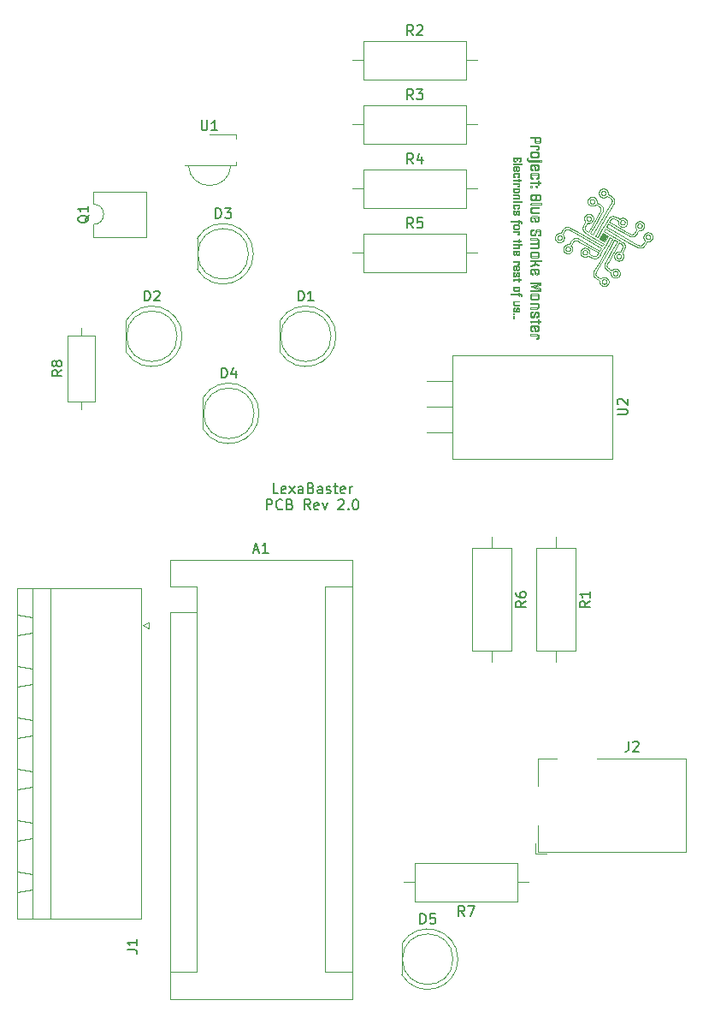
<source format=gbr>
%TF.GenerationSoftware,KiCad,Pcbnew,(5.99.0-10388-g9b1890606d)*%
%TF.CreationDate,2021-05-08T21:36:09-04:00*%
%TF.ProjectId,LexaBlaster,4c657861-426c-4617-9374-65722e6b6963,rev?*%
%TF.SameCoordinates,Original*%
%TF.FileFunction,Legend,Top*%
%TF.FilePolarity,Positive*%
%FSLAX46Y46*%
G04 Gerber Fmt 4.6, Leading zero omitted, Abs format (unit mm)*
G04 Created by KiCad (PCBNEW (5.99.0-10388-g9b1890606d)) date 2021-05-08 21:36:09*
%MOMM*%
%LPD*%
G01*
G04 APERTURE LIST*
%ADD10C,0.035277*%
%ADD11C,0.150000*%
%ADD12C,0.120000*%
G04 APERTURE END LIST*
D10*
X172739124Y-65991378D02*
X172737755Y-65990373D01*
X179910413Y-63111527D02*
X179913085Y-63094470D01*
X171542643Y-71083384D02*
X171538404Y-71084748D01*
X171020949Y-68934757D02*
X171018164Y-68924923D01*
X173205644Y-56181119D02*
X173207711Y-56200575D01*
X173518321Y-62802610D02*
X173518321Y-62802610D01*
X175890600Y-66165629D02*
X175901846Y-66155456D01*
X178356750Y-67258359D02*
X178356023Y-67275370D01*
X173556137Y-67382478D02*
X173558310Y-67396795D01*
X171309162Y-57938329D02*
X171304359Y-57937366D01*
X173457820Y-59805038D02*
X173459785Y-59797420D01*
X173213803Y-61693263D02*
X173215506Y-61692546D01*
X173287398Y-75732761D02*
X173289124Y-75732391D01*
X178646366Y-61821415D02*
X178628520Y-61830594D01*
X171079882Y-62311063D02*
X171058453Y-62322725D01*
X173612238Y-61995404D02*
X173616471Y-61991169D01*
X171817674Y-66516114D02*
X171816443Y-66516473D01*
X173263659Y-75786072D02*
X173263659Y-75786072D01*
X183577172Y-65084228D02*
X183588564Y-65083592D01*
X172909631Y-59995108D02*
X172896318Y-59994207D01*
X181534507Y-69539700D02*
X181540866Y-69526743D01*
X173707895Y-65121331D02*
X173713655Y-65131976D01*
X171129388Y-70738089D02*
X171125434Y-70739847D01*
X175168975Y-65751943D02*
X175167354Y-65762405D01*
X171027688Y-59508028D02*
X171031402Y-59499755D01*
X173657675Y-56148145D02*
X173657778Y-56136763D01*
X173113432Y-74961657D02*
X173110333Y-74949915D01*
X171114941Y-68689494D02*
X171111642Y-68692166D01*
X171565864Y-64821773D02*
X171567499Y-64815940D01*
X181306280Y-68059151D02*
X181325721Y-68066648D01*
X171006888Y-70848107D02*
X171007631Y-70836419D01*
X173282583Y-75734507D02*
X173284128Y-75733819D01*
X172745017Y-61627262D02*
X172749629Y-61618284D01*
X171506218Y-65176347D02*
X171515863Y-65177292D01*
X171485852Y-70651640D02*
X171496214Y-70651874D01*
X179366439Y-65781653D02*
X179366439Y-65781653D01*
X172810674Y-59789462D02*
X172814382Y-59805038D01*
X171084739Y-61191485D02*
X171088150Y-61202880D01*
X173747621Y-56213888D02*
X173745436Y-56228222D01*
X172960290Y-64264732D02*
X172958750Y-64265420D01*
X178802232Y-62448536D02*
X178794328Y-62446580D01*
X178057992Y-63972288D02*
X178060198Y-63992733D01*
X171534119Y-60687828D02*
X171537619Y-60686073D01*
X178162296Y-64698863D02*
X178174488Y-64671384D01*
X171514291Y-68678982D02*
X171509859Y-68678015D01*
X173840237Y-58220275D02*
X173840335Y-58223773D01*
X171205190Y-67517831D02*
X171204010Y-67520847D01*
X179991926Y-70605889D02*
X180012384Y-70607498D01*
X178767376Y-62438033D02*
X178758299Y-62434464D01*
X171054605Y-59463143D02*
X171057399Y-59460032D01*
X172868725Y-68971440D02*
X172863700Y-68973984D01*
X181554242Y-67852713D02*
X181539097Y-67858566D01*
X172712371Y-74726606D02*
X172714191Y-74711895D01*
X171727535Y-62214754D02*
X171728650Y-62213939D01*
X171018788Y-66813612D02*
X171019798Y-66810266D01*
X171635834Y-72121172D02*
X171635382Y-72125507D01*
X173240313Y-61688159D02*
X173243121Y-61688079D01*
X171027688Y-72163692D02*
X171031402Y-72155113D01*
X172903181Y-58676795D02*
X172896926Y-58677304D01*
X172848647Y-68865920D02*
X172854242Y-68864080D01*
X173830897Y-58181504D02*
X173831979Y-58183288D01*
X171060945Y-68635986D02*
X171063928Y-68632934D01*
X173331121Y-61989611D02*
X173335428Y-61993476D01*
X181566544Y-69461638D02*
X181570453Y-69448568D01*
X171829581Y-58489102D02*
X171830182Y-58490570D01*
X178683173Y-61805582D02*
X178664593Y-61813074D01*
X178541051Y-67092688D02*
X178524859Y-67060898D01*
X172709137Y-67476364D02*
X172709137Y-67476364D01*
X180215382Y-70285437D02*
X180207994Y-70296527D01*
X171637212Y-64652402D02*
X171639459Y-64662523D01*
X172890767Y-57414589D02*
X172884888Y-57415852D01*
X172804992Y-63982511D02*
X172806068Y-64005220D01*
X171565864Y-65297904D02*
X171564073Y-65294119D01*
X173547237Y-72406078D02*
X173550601Y-72419163D01*
X171021655Y-66505602D02*
X171020990Y-66504211D01*
X171011642Y-70941299D02*
X171010008Y-70930582D01*
X179996810Y-70379780D02*
X179988352Y-70378202D01*
X172861547Y-70714753D02*
X172861547Y-70714753D01*
X171018164Y-67418098D02*
X171015673Y-67407826D01*
X180331148Y-61163812D02*
X180319004Y-61145465D01*
X173111045Y-56009429D02*
X173111743Y-56008128D01*
X176082203Y-65179446D02*
X176102784Y-65149719D01*
X173237890Y-65119780D02*
X173240973Y-65114287D01*
X183767742Y-64613592D02*
X183768031Y-64625203D01*
X177986751Y-65169465D02*
X178001864Y-65190363D01*
X171550065Y-61230552D02*
X171552789Y-61226618D01*
X173249607Y-56300375D02*
X173254057Y-56304135D01*
X172731826Y-66434869D02*
X172730823Y-66433223D01*
X178187953Y-67486029D02*
X178176893Y-67489230D01*
X171537619Y-61243575D02*
X171540963Y-61240726D01*
X173410290Y-60816351D02*
X173408630Y-60816969D01*
X173502387Y-71895945D02*
X173498767Y-71900433D01*
X173566094Y-65031743D02*
X173578926Y-65033318D01*
X179338216Y-67512886D02*
X179322549Y-67531392D01*
X181582518Y-67445636D02*
X181590280Y-67450311D01*
X171076988Y-64742750D02*
X171077298Y-64759548D01*
X171204702Y-59840861D02*
X171203368Y-59841132D01*
X179290966Y-62287799D02*
X179290826Y-62283137D01*
X171628005Y-62221287D02*
X171628846Y-62222356D01*
X171021504Y-60426505D02*
X171022693Y-60426069D01*
X181817017Y-66862192D02*
X181804826Y-66889681D01*
X172812425Y-59629087D02*
X172810674Y-59636980D01*
X172727422Y-66425582D02*
X172726724Y-66423408D01*
X171199375Y-59140390D02*
X171200262Y-59141381D01*
X171076988Y-62719514D02*
X171076988Y-62720479D01*
X172821008Y-61713307D02*
X172819876Y-61719370D01*
X171518567Y-64607509D02*
X171514291Y-64606289D01*
X172958750Y-59159365D02*
X172957149Y-59159950D01*
X171580079Y-64934281D02*
X171576741Y-64936827D01*
X172804083Y-57597897D02*
X172804083Y-57597897D01*
X171598214Y-62553538D02*
X171603536Y-62560094D01*
X171111172Y-70993872D02*
X171114505Y-70996708D01*
X172712322Y-60791167D02*
X172711717Y-60788635D01*
X171606062Y-59787678D02*
X171603536Y-59791089D01*
X172754053Y-62540964D02*
X172751924Y-62539456D01*
X173240973Y-65114287D02*
X173244253Y-65108967D01*
X173408570Y-57424516D02*
X173403498Y-57421809D01*
X173120369Y-69343657D02*
X173116777Y-69333115D01*
X180044716Y-61198669D02*
X180053253Y-61202319D01*
X171097931Y-60911699D02*
X171101893Y-60909989D01*
X171359247Y-57871222D02*
X171363436Y-57873758D01*
X181743411Y-66450098D02*
X181764027Y-66469606D01*
X171029307Y-68203279D02*
X171029307Y-68203279D01*
X181346875Y-69258087D02*
X181349481Y-69266641D01*
X173672704Y-65075830D02*
X173680696Y-65083703D01*
X184481389Y-65941453D02*
X184473242Y-65945700D01*
X178672937Y-63772807D02*
X178678502Y-63779508D01*
X172871127Y-62807622D02*
X172883483Y-62805429D01*
X180103689Y-66208569D02*
X179561569Y-65894514D01*
X179561569Y-65894514D02*
X179875624Y-65352394D01*
X179875624Y-65352394D02*
X180417744Y-65666449D01*
X180417744Y-65666449D02*
X180103689Y-66208569D01*
X180103689Y-66208569D02*
X180103689Y-66208569D01*
G36*
X180417744Y-65666449D02*
G01*
X180103689Y-66208569D01*
X179561569Y-65894514D01*
X179875624Y-65352394D01*
X180417744Y-65666449D01*
G37*
X180417744Y-65666449D02*
X180103689Y-66208569D01*
X179561569Y-65894514D01*
X179875624Y-65352394D01*
X180417744Y-65666449D01*
X173556137Y-72446548D02*
X173558310Y-72460849D01*
X172884438Y-62133962D02*
X172872560Y-62131078D01*
X180139446Y-61270605D02*
X180144071Y-61277346D01*
X173450683Y-72658894D02*
X173453269Y-72651852D01*
X173463093Y-59781166D02*
X173464438Y-59772531D01*
X181746614Y-67997346D02*
X181762555Y-67984016D01*
X173284191Y-60818372D02*
X173282194Y-60818316D01*
X171598214Y-67138507D02*
X171603536Y-67145881D01*
X180656861Y-64029668D02*
X180672674Y-64012525D01*
X176662115Y-66942007D02*
X176661005Y-66950332D01*
X176126982Y-64817308D02*
X176103905Y-64833160D01*
X173102429Y-68234698D02*
X173102475Y-68233020D01*
X173102475Y-68233020D02*
X173102613Y-68231396D01*
X173102613Y-68231396D02*
X173102843Y-68229826D01*
X173102843Y-68229826D02*
X173103165Y-68228309D01*
X173103165Y-68228309D02*
X173103580Y-68226847D01*
X173103580Y-68226847D02*
X173104086Y-68225438D01*
X173104086Y-68225438D02*
X173104685Y-68224084D01*
X173104685Y-68224084D02*
X173105376Y-68222783D01*
X173105376Y-68222783D02*
X173106160Y-68221535D01*
X173106160Y-68221535D02*
X173107035Y-68220342D01*
X173107035Y-68220342D02*
X173108003Y-68219202D01*
X173108003Y-68219202D02*
X173109063Y-68218115D01*
X173109063Y-68218115D02*
X173110216Y-68217082D01*
X173110216Y-68217082D02*
X173111461Y-68216103D01*
X173111461Y-68216103D02*
X173112798Y-68215176D01*
X173112798Y-68215176D02*
X173114228Y-68214304D01*
X173114228Y-68214304D02*
X173115750Y-68213484D01*
X173115750Y-68213484D02*
X173117365Y-68212718D01*
X173117365Y-68212718D02*
X173119072Y-68212005D01*
X173119072Y-68212005D02*
X173120872Y-68211345D01*
X173120872Y-68211345D02*
X173122764Y-68210738D01*
X173122764Y-68210738D02*
X173124749Y-68210184D01*
X173124749Y-68210184D02*
X173126826Y-68209683D01*
X173126826Y-68209683D02*
X173128996Y-68209235D01*
X173128996Y-68209235D02*
X173131259Y-68208840D01*
X173131259Y-68208840D02*
X173133614Y-68208498D01*
X173133614Y-68208498D02*
X173136062Y-68208208D01*
X173136062Y-68208208D02*
X173138603Y-68207972D01*
X173138603Y-68207972D02*
X173141237Y-68207788D01*
X173141237Y-68207788D02*
X173143963Y-68207656D01*
X173143963Y-68207656D02*
X173149694Y-68207551D01*
X173149694Y-68207551D02*
X173155500Y-68207656D01*
X173155500Y-68207656D02*
X173160928Y-68207972D01*
X173160928Y-68207972D02*
X173165980Y-68208498D01*
X173165980Y-68208498D02*
X173170654Y-68209235D01*
X173170654Y-68209235D02*
X173174952Y-68210184D01*
X173174952Y-68210184D02*
X173178874Y-68211345D01*
X173178874Y-68211345D02*
X173182421Y-68212718D01*
X173182421Y-68212718D02*
X173185593Y-68214304D01*
X173185593Y-68214304D02*
X173188390Y-68216103D01*
X173188390Y-68216103D02*
X173189648Y-68217082D01*
X173189648Y-68217082D02*
X173190812Y-68218115D01*
X173190812Y-68218115D02*
X173191884Y-68219202D01*
X173191884Y-68219202D02*
X173192861Y-68220342D01*
X173192861Y-68220342D02*
X173193746Y-68221535D01*
X173193746Y-68221535D02*
X173194537Y-68222783D01*
X173194537Y-68222783D02*
X173195235Y-68224084D01*
X173195235Y-68224084D02*
X173195839Y-68225438D01*
X173195839Y-68225438D02*
X173196351Y-68226847D01*
X173196351Y-68226847D02*
X173196769Y-68228309D01*
X173196769Y-68228309D02*
X173197094Y-68229826D01*
X173197094Y-68229826D02*
X173197327Y-68231396D01*
X173197327Y-68231396D02*
X173197466Y-68233020D01*
X173197466Y-68233020D02*
X173197512Y-68234698D01*
X173197512Y-68234698D02*
X173197512Y-68286375D01*
X173197512Y-68286375D02*
X173198009Y-68300012D01*
X173198009Y-68300012D02*
X173198878Y-68312399D01*
X173198878Y-68312399D02*
X173199450Y-68318124D01*
X173199450Y-68318124D02*
X173200114Y-68323538D01*
X173200114Y-68323538D02*
X173200869Y-68328642D01*
X173200869Y-68328642D02*
X173201716Y-68333435D01*
X173201716Y-68333435D02*
X173202652Y-68337918D01*
X173202652Y-68337918D02*
X173203679Y-68342091D01*
X173203679Y-68342091D02*
X173204795Y-68345955D01*
X173204795Y-68345955D02*
X173206000Y-68349510D01*
X173206000Y-68349510D02*
X173207295Y-68352757D01*
X173207295Y-68352757D02*
X173208677Y-68355695D01*
X173208677Y-68355695D02*
X173210148Y-68358327D01*
X173210148Y-68358327D02*
X173211706Y-68360650D01*
X173211706Y-68360650D02*
X173213437Y-68362840D01*
X173213437Y-68362840D02*
X173215427Y-68365017D01*
X173215427Y-68365017D02*
X173217674Y-68367181D01*
X173217674Y-68367181D02*
X173220179Y-68369332D01*
X173220179Y-68369332D02*
X173222942Y-68371471D01*
X173222942Y-68371471D02*
X173225962Y-68373596D01*
X173225962Y-68373596D02*
X173229240Y-68375708D01*
X173229240Y-68375708D02*
X173232774Y-68377808D01*
X173232774Y-68377808D02*
X173236565Y-68379894D01*
X173236565Y-68379894D02*
X173240612Y-68381968D01*
X173240612Y-68381968D02*
X173244916Y-68384028D01*
X173244916Y-68384028D02*
X173249476Y-68386076D01*
X173249476Y-68386076D02*
X173254292Y-68388111D01*
X173254292Y-68388111D02*
X173259364Y-68390132D01*
X173259364Y-68390132D02*
X173264691Y-68392141D01*
X173264691Y-68392141D02*
X173270274Y-68394137D01*
X173270274Y-68394137D02*
X173518321Y-68485640D01*
X173518321Y-68485640D02*
X173520241Y-68486334D01*
X173520241Y-68486334D02*
X173522100Y-68487098D01*
X173522100Y-68487098D02*
X173523897Y-68487932D01*
X173523897Y-68487932D02*
X173525633Y-68488837D01*
X173525633Y-68488837D02*
X173527308Y-68489813D01*
X173527308Y-68489813D02*
X173528922Y-68490859D01*
X173528922Y-68490859D02*
X173530474Y-68491975D01*
X173530474Y-68491975D02*
X173531965Y-68493162D01*
X173531965Y-68493162D02*
X173533396Y-68494420D01*
X173533396Y-68494420D02*
X173534764Y-68495748D01*
X173534764Y-68495748D02*
X173536072Y-68497148D01*
X173536072Y-68497148D02*
X173537319Y-68498618D01*
X173537319Y-68498618D02*
X173538505Y-68500159D01*
X173538505Y-68500159D02*
X173539629Y-68501770D01*
X173539629Y-68501770D02*
X173540693Y-68503453D01*
X173540693Y-68503453D02*
X173541696Y-68505207D01*
X173541696Y-68505207D02*
X173542637Y-68507032D01*
X173542637Y-68507032D02*
X173543518Y-68508928D01*
X173543518Y-68508928D02*
X173544338Y-68510895D01*
X173544338Y-68510895D02*
X173545097Y-68512933D01*
X173545097Y-68512933D02*
X173545795Y-68515043D01*
X173545795Y-68515043D02*
X173546432Y-68517223D01*
X173546432Y-68517223D02*
X173547008Y-68519476D01*
X173547008Y-68519476D02*
X173547524Y-68521799D01*
X173547524Y-68521799D02*
X173547979Y-68524194D01*
X173547979Y-68524194D02*
X173548373Y-68526661D01*
X173548373Y-68526661D02*
X173548706Y-68529199D01*
X173548706Y-68529199D02*
X173548979Y-68531809D01*
X173548979Y-68531809D02*
X173549191Y-68534491D01*
X173549191Y-68534491D02*
X173549343Y-68537244D01*
X173549343Y-68537244D02*
X173549464Y-68542965D01*
X173549464Y-68542965D02*
X173549367Y-68548572D01*
X173549367Y-68548572D02*
X173549077Y-68553818D01*
X173549077Y-68553818D02*
X173548595Y-68558701D01*
X173548595Y-68558701D02*
X173547920Y-68563223D01*
X173547920Y-68563223D02*
X173547054Y-68567383D01*
X173547054Y-68567383D02*
X173545997Y-68571181D01*
X173545997Y-68571181D02*
X173544751Y-68574618D01*
X173544751Y-68574618D02*
X173543314Y-68577693D01*
X173543314Y-68577693D02*
X173541689Y-68580406D01*
X173541689Y-68580406D02*
X173539875Y-68582757D01*
X173539875Y-68582757D02*
X173538898Y-68583797D01*
X173538898Y-68583797D02*
X173537874Y-68584747D01*
X173537874Y-68584747D02*
X173536803Y-68585606D01*
X173536803Y-68585606D02*
X173535686Y-68586374D01*
X173535686Y-68586374D02*
X173534521Y-68587053D01*
X173534521Y-68587053D02*
X173533311Y-68587640D01*
X173533311Y-68587640D02*
X173532053Y-68588138D01*
X173532053Y-68588138D02*
X173530750Y-68588545D01*
X173530750Y-68588545D02*
X173529400Y-68588861D01*
X173529400Y-68588861D02*
X173528004Y-68589087D01*
X173528004Y-68589087D02*
X173526561Y-68589223D01*
X173526561Y-68589223D02*
X173525073Y-68589268D01*
X173525073Y-68589268D02*
X173524740Y-68589215D01*
X173524740Y-68589215D02*
X173524104Y-68589056D01*
X173524104Y-68589056D02*
X173521921Y-68588422D01*
X173521921Y-68588422D02*
X173513911Y-68585909D01*
X173513911Y-68585909D02*
X173483319Y-68576039D01*
X173483319Y-68576039D02*
X173232377Y-68487982D01*
X173232377Y-68487982D02*
X173228253Y-68486443D01*
X173228253Y-68486443D02*
X173224251Y-68484823D01*
X173224251Y-68484823D02*
X173220371Y-68483123D01*
X173220371Y-68483123D02*
X173216614Y-68481342D01*
X173216614Y-68481342D02*
X173212978Y-68479480D01*
X173212978Y-68479480D02*
X173209465Y-68477537D01*
X173209465Y-68477537D02*
X173206072Y-68475513D01*
X173206072Y-68475513D02*
X173202801Y-68473409D01*
X173202801Y-68473409D02*
X173199651Y-68471224D01*
X173199651Y-68471224D02*
X173196622Y-68468958D01*
X173196622Y-68468958D02*
X173193714Y-68466612D01*
X173193714Y-68466612D02*
X173190926Y-68464185D01*
X173190926Y-68464185D02*
X173188259Y-68461677D01*
X173188259Y-68461677D02*
X173185712Y-68459088D01*
X173185712Y-68459088D02*
X173183284Y-68456418D01*
X173183284Y-68456418D02*
X173180976Y-68453668D01*
X173180976Y-68453668D02*
X173179476Y-68457509D01*
X173179476Y-68457509D02*
X173177842Y-68461282D01*
X173177842Y-68461282D02*
X173176075Y-68464987D01*
X173176075Y-68464987D02*
X173174175Y-68468622D01*
X173174175Y-68468622D02*
X173172142Y-68472189D01*
X173172142Y-68472189D02*
X173169976Y-68475687D01*
X173169976Y-68475687D02*
X173167677Y-68479117D01*
X173167677Y-68479117D02*
X173165246Y-68482478D01*
X173165246Y-68482478D02*
X173162681Y-68485771D01*
X173162681Y-68485771D02*
X173159984Y-68488994D01*
X173159984Y-68488994D02*
X173157154Y-68492150D01*
X173157154Y-68492150D02*
X173154191Y-68495236D01*
X173154191Y-68495236D02*
X173147867Y-68501203D01*
X173147867Y-68501203D02*
X173141014Y-68506896D01*
X173141014Y-68506896D02*
X173133631Y-68512314D01*
X173133631Y-68512314D02*
X173125718Y-68517457D01*
X173125718Y-68517457D02*
X173117277Y-68522326D01*
X173117277Y-68522326D02*
X173108307Y-68526920D01*
X173108307Y-68526920D02*
X173098809Y-68531240D01*
X173098809Y-68531240D02*
X173088783Y-68535285D01*
X173088783Y-68535285D02*
X173078230Y-68539056D01*
X173078230Y-68539056D02*
X173067150Y-68542552D01*
X173067150Y-68542552D02*
X172783964Y-68623167D01*
X172783964Y-68623167D02*
X172768612Y-68627407D01*
X172768612Y-68627407D02*
X172757471Y-68630419D01*
X172757471Y-68630419D02*
X172750516Y-68632217D01*
X172750516Y-68632217D02*
X172748600Y-68632665D01*
X172748600Y-68632665D02*
X172747721Y-68632814D01*
X172747721Y-68632814D02*
X172746196Y-68632768D01*
X172746196Y-68632768D02*
X172744719Y-68632630D01*
X172744719Y-68632630D02*
X172743292Y-68632399D01*
X172743292Y-68632399D02*
X172741914Y-68632077D01*
X172741914Y-68632077D02*
X172740585Y-68631663D01*
X172740585Y-68631663D02*
X172739305Y-68631156D01*
X172739305Y-68631156D02*
X172738073Y-68630557D01*
X172738073Y-68630557D02*
X172736891Y-68629866D01*
X172736891Y-68629866D02*
X172735758Y-68629083D01*
X172735758Y-68629083D02*
X172734673Y-68628207D01*
X172734673Y-68628207D02*
X172733637Y-68627239D01*
X172733637Y-68627239D02*
X172732650Y-68626179D01*
X172732650Y-68626179D02*
X172731711Y-68625026D01*
X172731711Y-68625026D02*
X172730821Y-68623781D01*
X172730821Y-68623781D02*
X172729980Y-68622444D01*
X172729980Y-68622444D02*
X172729187Y-68621014D01*
X172729187Y-68621014D02*
X172728442Y-68619492D01*
X172728442Y-68619492D02*
X172727746Y-68617877D01*
X172727746Y-68617877D02*
X172727098Y-68616170D01*
X172727098Y-68616170D02*
X172726499Y-68614370D01*
X172726499Y-68614370D02*
X172725948Y-68612478D01*
X172725948Y-68612478D02*
X172725445Y-68610493D01*
X172725445Y-68610493D02*
X172724990Y-68608415D01*
X172724990Y-68608415D02*
X172724583Y-68606245D01*
X172724583Y-68606245D02*
X172724224Y-68603982D01*
X172724224Y-68603982D02*
X172723913Y-68601627D01*
X172723913Y-68601627D02*
X172723651Y-68599179D01*
X172723651Y-68599179D02*
X172723436Y-68596638D01*
X172723436Y-68596638D02*
X172723269Y-68594004D01*
X172723269Y-68594004D02*
X172723149Y-68591278D01*
X172723149Y-68591278D02*
X172723054Y-68585547D01*
X172723054Y-68585547D02*
X172723175Y-68579728D01*
X172723175Y-68579728D02*
X172723539Y-68574210D01*
X172723539Y-68574210D02*
X172724145Y-68568993D01*
X172724145Y-68568993D02*
X172724994Y-68564077D01*
X172724994Y-68564077D02*
X172726086Y-68559462D01*
X172726086Y-68559462D02*
X172727422Y-68555149D01*
X172727422Y-68555149D02*
X172729001Y-68551137D01*
X172729001Y-68551137D02*
X172730823Y-68547427D01*
X172730823Y-68547427D02*
X172732890Y-68544018D01*
X172732890Y-68544018D02*
X172735200Y-68540912D01*
X172735200Y-68540912D02*
X172737755Y-68538109D01*
X172737755Y-68538109D02*
X172740554Y-68535608D01*
X172740554Y-68535608D02*
X172743598Y-68533410D01*
X172743598Y-68533410D02*
X172746886Y-68531515D01*
X172746886Y-68531515D02*
X172750420Y-68529923D01*
X172750420Y-68529923D02*
X172754199Y-68528634D01*
X172754199Y-68528634D02*
X173029530Y-68448433D01*
X173029530Y-68448433D02*
X173035336Y-68446725D01*
X173035336Y-68446725D02*
X173040867Y-68444963D01*
X173040867Y-68444963D02*
X173046125Y-68443144D01*
X173046125Y-68443144D02*
X173051109Y-68441268D01*
X173051109Y-68441268D02*
X173055821Y-68439336D01*
X173055821Y-68439336D02*
X173060260Y-68437345D01*
X173060260Y-68437345D02*
X173064427Y-68435296D01*
X173064427Y-68435296D02*
X173068322Y-68433187D01*
X173068322Y-68433187D02*
X173071946Y-68431019D01*
X173071946Y-68431019D02*
X173075299Y-68428791D01*
X173075299Y-68428791D02*
X173078381Y-68426502D01*
X173078381Y-68426502D02*
X173081194Y-68424151D01*
X173081194Y-68424151D02*
X173083736Y-68421737D01*
X173083736Y-68421737D02*
X173086010Y-68419261D01*
X173086010Y-68419261D02*
X173088014Y-68416722D01*
X173088014Y-68416722D02*
X173089750Y-68414119D01*
X173089750Y-68414119D02*
X173091278Y-68411256D01*
X173091278Y-68411256D02*
X173092708Y-68407989D01*
X173092708Y-68407989D02*
X173094042Y-68404319D01*
X173094042Y-68404319D02*
X173095278Y-68400246D01*
X173095278Y-68400246D02*
X173096416Y-68395770D01*
X173096416Y-68395770D02*
X173097456Y-68390891D01*
X173097456Y-68390891D02*
X173098398Y-68385610D01*
X173098398Y-68385610D02*
X173099242Y-68379926D01*
X173099242Y-68379926D02*
X173099987Y-68373841D01*
X173099987Y-68373841D02*
X173100634Y-68367353D01*
X173100634Y-68367353D02*
X173101181Y-68360464D01*
X173101181Y-68360464D02*
X173101630Y-68353173D01*
X173101630Y-68353173D02*
X173101979Y-68345481D01*
X173101979Y-68345481D02*
X173102229Y-68337388D01*
X173102229Y-68337388D02*
X173102379Y-68328894D01*
X173102379Y-68328894D02*
X173102429Y-68319999D01*
X173102429Y-68319999D02*
X173102429Y-68234698D01*
X173102429Y-68234698D02*
X173102429Y-68234698D01*
G36*
X173155500Y-68207656D02*
G01*
X173160928Y-68207972D01*
X173165980Y-68208498D01*
X173170654Y-68209235D01*
X173174952Y-68210184D01*
X173178874Y-68211345D01*
X173182421Y-68212718D01*
X173185593Y-68214304D01*
X173188390Y-68216103D01*
X173189648Y-68217082D01*
X173190812Y-68218115D01*
X173191884Y-68219202D01*
X173192861Y-68220342D01*
X173193746Y-68221535D01*
X173194537Y-68222783D01*
X173195235Y-68224084D01*
X173195839Y-68225438D01*
X173196351Y-68226847D01*
X173196769Y-68228309D01*
X173197094Y-68229826D01*
X173197327Y-68231396D01*
X173197466Y-68233020D01*
X173197512Y-68234698D01*
X173197512Y-68286375D01*
X173198009Y-68300012D01*
X173198878Y-68312399D01*
X173199450Y-68318124D01*
X173200114Y-68323538D01*
X173200869Y-68328642D01*
X173201716Y-68333435D01*
X173202652Y-68337918D01*
X173203679Y-68342091D01*
X173204795Y-68345955D01*
X173206000Y-68349510D01*
X173207295Y-68352757D01*
X173208677Y-68355695D01*
X173210148Y-68358327D01*
X173211706Y-68360650D01*
X173213437Y-68362840D01*
X173215427Y-68365017D01*
X173217674Y-68367181D01*
X173220179Y-68369332D01*
X173222942Y-68371471D01*
X173225962Y-68373596D01*
X173229240Y-68375708D01*
X173232774Y-68377808D01*
X173236565Y-68379894D01*
X173240612Y-68381968D01*
X173244916Y-68384028D01*
X173249476Y-68386076D01*
X173254292Y-68388111D01*
X173259364Y-68390132D01*
X173264691Y-68392141D01*
X173270274Y-68394137D01*
X173518321Y-68485640D01*
X173520241Y-68486334D01*
X173522100Y-68487098D01*
X173523897Y-68487932D01*
X173525633Y-68488837D01*
X173527308Y-68489813D01*
X173528922Y-68490859D01*
X173530474Y-68491975D01*
X173531965Y-68493162D01*
X173533396Y-68494420D01*
X173534764Y-68495748D01*
X173536072Y-68497148D01*
X173537319Y-68498618D01*
X173538505Y-68500159D01*
X173539629Y-68501770D01*
X173540693Y-68503453D01*
X173541696Y-68505207D01*
X173542637Y-68507032D01*
X173543518Y-68508928D01*
X173544338Y-68510895D01*
X173545097Y-68512933D01*
X173545795Y-68515043D01*
X173546432Y-68517223D01*
X173547008Y-68519476D01*
X173547524Y-68521799D01*
X173547979Y-68524194D01*
X173548373Y-68526661D01*
X173548706Y-68529199D01*
X173548979Y-68531809D01*
X173549191Y-68534491D01*
X173549343Y-68537244D01*
X173549464Y-68542965D01*
X173549367Y-68548572D01*
X173549077Y-68553818D01*
X173548595Y-68558701D01*
X173547920Y-68563223D01*
X173547054Y-68567383D01*
X173545997Y-68571181D01*
X173544751Y-68574618D01*
X173543314Y-68577693D01*
X173541689Y-68580406D01*
X173539875Y-68582757D01*
X173538898Y-68583797D01*
X173537874Y-68584747D01*
X173536803Y-68585606D01*
X173535686Y-68586374D01*
X173534521Y-68587053D01*
X173533311Y-68587640D01*
X173532053Y-68588138D01*
X173530750Y-68588545D01*
X173529400Y-68588861D01*
X173528004Y-68589087D01*
X173526561Y-68589223D01*
X173525073Y-68589268D01*
X173524740Y-68589215D01*
X173524104Y-68589056D01*
X173521921Y-68588422D01*
X173513911Y-68585909D01*
X173483319Y-68576039D01*
X173232377Y-68487982D01*
X173228253Y-68486443D01*
X173224251Y-68484823D01*
X173220371Y-68483123D01*
X173216614Y-68481342D01*
X173212978Y-68479480D01*
X173209465Y-68477537D01*
X173206072Y-68475513D01*
X173202801Y-68473409D01*
X173199651Y-68471224D01*
X173196622Y-68468958D01*
X173193714Y-68466612D01*
X173190926Y-68464185D01*
X173188259Y-68461677D01*
X173185712Y-68459088D01*
X173183284Y-68456418D01*
X173180976Y-68453668D01*
X173179476Y-68457509D01*
X173177842Y-68461282D01*
X173176075Y-68464987D01*
X173174175Y-68468622D01*
X173172142Y-68472189D01*
X173169976Y-68475687D01*
X173167677Y-68479117D01*
X173165246Y-68482478D01*
X173162681Y-68485771D01*
X173159984Y-68488994D01*
X173157154Y-68492150D01*
X173154191Y-68495236D01*
X173147867Y-68501203D01*
X173141014Y-68506896D01*
X173133631Y-68512314D01*
X173125718Y-68517457D01*
X173117277Y-68522326D01*
X173108307Y-68526920D01*
X173098809Y-68531240D01*
X173088783Y-68535285D01*
X173078230Y-68539056D01*
X173067150Y-68542552D01*
X172783964Y-68623167D01*
X172768612Y-68627407D01*
X172757471Y-68630419D01*
X172750516Y-68632217D01*
X172748600Y-68632665D01*
X172747721Y-68632814D01*
X172746196Y-68632768D01*
X172744719Y-68632630D01*
X172743292Y-68632399D01*
X172741914Y-68632077D01*
X172740585Y-68631663D01*
X172739305Y-68631156D01*
X172738073Y-68630557D01*
X172736891Y-68629866D01*
X172735758Y-68629083D01*
X172734673Y-68628207D01*
X172733637Y-68627239D01*
X172732650Y-68626179D01*
X172731711Y-68625026D01*
X172730821Y-68623781D01*
X172729980Y-68622444D01*
X172729187Y-68621014D01*
X172728442Y-68619492D01*
X172727746Y-68617877D01*
X172727098Y-68616170D01*
X172726499Y-68614370D01*
X172725948Y-68612478D01*
X172725445Y-68610493D01*
X172724990Y-68608415D01*
X172724583Y-68606245D01*
X172724224Y-68603982D01*
X172723913Y-68601627D01*
X172723651Y-68599179D01*
X172723436Y-68596638D01*
X172723269Y-68594004D01*
X172723149Y-68591278D01*
X172723054Y-68585547D01*
X172723175Y-68579728D01*
X172723539Y-68574210D01*
X172724145Y-68568993D01*
X172724994Y-68564077D01*
X172726086Y-68559462D01*
X172727422Y-68555149D01*
X172729001Y-68551137D01*
X172730823Y-68547427D01*
X172732890Y-68544018D01*
X172735200Y-68540912D01*
X172737755Y-68538109D01*
X172740554Y-68535608D01*
X172743598Y-68533410D01*
X172746886Y-68531515D01*
X172750420Y-68529923D01*
X172754199Y-68528634D01*
X173029530Y-68448433D01*
X173035336Y-68446725D01*
X173040867Y-68444963D01*
X173046125Y-68443144D01*
X173051109Y-68441268D01*
X173055821Y-68439336D01*
X173060260Y-68437345D01*
X173064427Y-68435296D01*
X173068322Y-68433187D01*
X173071946Y-68431019D01*
X173075299Y-68428791D01*
X173078381Y-68426502D01*
X173081194Y-68424151D01*
X173083736Y-68421737D01*
X173086010Y-68419261D01*
X173088014Y-68416722D01*
X173089750Y-68414119D01*
X173091278Y-68411256D01*
X173092708Y-68407989D01*
X173094042Y-68404319D01*
X173095278Y-68400246D01*
X173096416Y-68395770D01*
X173097456Y-68390891D01*
X173098398Y-68385610D01*
X173099242Y-68379926D01*
X173099987Y-68373841D01*
X173100634Y-68367353D01*
X173101181Y-68360464D01*
X173101630Y-68353173D01*
X173101979Y-68345481D01*
X173102229Y-68337388D01*
X173102379Y-68328894D01*
X173102429Y-68319999D01*
X173102429Y-68234698D01*
X173102475Y-68233020D01*
X173102613Y-68231396D01*
X173102843Y-68229826D01*
X173103165Y-68228309D01*
X173103580Y-68226847D01*
X173104086Y-68225438D01*
X173104685Y-68224084D01*
X173105376Y-68222783D01*
X173106160Y-68221535D01*
X173107035Y-68220342D01*
X173108003Y-68219202D01*
X173109063Y-68218115D01*
X173110216Y-68217082D01*
X173111461Y-68216103D01*
X173112798Y-68215176D01*
X173114228Y-68214304D01*
X173115750Y-68213484D01*
X173117365Y-68212718D01*
X173119072Y-68212005D01*
X173120872Y-68211345D01*
X173122764Y-68210738D01*
X173124749Y-68210184D01*
X173126826Y-68209683D01*
X173128996Y-68209235D01*
X173131259Y-68208840D01*
X173133614Y-68208498D01*
X173136062Y-68208208D01*
X173138603Y-68207972D01*
X173141237Y-68207788D01*
X173143963Y-68207656D01*
X173149694Y-68207551D01*
X173155500Y-68207656D01*
G37*
X173155500Y-68207656D02*
X173160928Y-68207972D01*
X173165980Y-68208498D01*
X173170654Y-68209235D01*
X173174952Y-68210184D01*
X173178874Y-68211345D01*
X173182421Y-68212718D01*
X173185593Y-68214304D01*
X173188390Y-68216103D01*
X173189648Y-68217082D01*
X173190812Y-68218115D01*
X173191884Y-68219202D01*
X173192861Y-68220342D01*
X173193746Y-68221535D01*
X173194537Y-68222783D01*
X173195235Y-68224084D01*
X173195839Y-68225438D01*
X173196351Y-68226847D01*
X173196769Y-68228309D01*
X173197094Y-68229826D01*
X173197327Y-68231396D01*
X173197466Y-68233020D01*
X173197512Y-68234698D01*
X173197512Y-68286375D01*
X173198009Y-68300012D01*
X173198878Y-68312399D01*
X173199450Y-68318124D01*
X173200114Y-68323538D01*
X173200869Y-68328642D01*
X173201716Y-68333435D01*
X173202652Y-68337918D01*
X173203679Y-68342091D01*
X173204795Y-68345955D01*
X173206000Y-68349510D01*
X173207295Y-68352757D01*
X173208677Y-68355695D01*
X173210148Y-68358327D01*
X173211706Y-68360650D01*
X173213437Y-68362840D01*
X173215427Y-68365017D01*
X173217674Y-68367181D01*
X173220179Y-68369332D01*
X173222942Y-68371471D01*
X173225962Y-68373596D01*
X173229240Y-68375708D01*
X173232774Y-68377808D01*
X173236565Y-68379894D01*
X173240612Y-68381968D01*
X173244916Y-68384028D01*
X173249476Y-68386076D01*
X173254292Y-68388111D01*
X173259364Y-68390132D01*
X173264691Y-68392141D01*
X173270274Y-68394137D01*
X173518321Y-68485640D01*
X173520241Y-68486334D01*
X173522100Y-68487098D01*
X173523897Y-68487932D01*
X173525633Y-68488837D01*
X173527308Y-68489813D01*
X173528922Y-68490859D01*
X173530474Y-68491975D01*
X173531965Y-68493162D01*
X173533396Y-68494420D01*
X173534764Y-68495748D01*
X173536072Y-68497148D01*
X173537319Y-68498618D01*
X173538505Y-68500159D01*
X173539629Y-68501770D01*
X173540693Y-68503453D01*
X173541696Y-68505207D01*
X173542637Y-68507032D01*
X173543518Y-68508928D01*
X173544338Y-68510895D01*
X173545097Y-68512933D01*
X173545795Y-68515043D01*
X173546432Y-68517223D01*
X173547008Y-68519476D01*
X173547524Y-68521799D01*
X173547979Y-68524194D01*
X173548373Y-68526661D01*
X173548706Y-68529199D01*
X173548979Y-68531809D01*
X173549191Y-68534491D01*
X173549343Y-68537244D01*
X173549464Y-68542965D01*
X173549367Y-68548572D01*
X173549077Y-68553818D01*
X173548595Y-68558701D01*
X173547920Y-68563223D01*
X173547054Y-68567383D01*
X173545997Y-68571181D01*
X173544751Y-68574618D01*
X173543314Y-68577693D01*
X173541689Y-68580406D01*
X173539875Y-68582757D01*
X173538898Y-68583797D01*
X173537874Y-68584747D01*
X173536803Y-68585606D01*
X173535686Y-68586374D01*
X173534521Y-68587053D01*
X173533311Y-68587640D01*
X173532053Y-68588138D01*
X173530750Y-68588545D01*
X173529400Y-68588861D01*
X173528004Y-68589087D01*
X173526561Y-68589223D01*
X173525073Y-68589268D01*
X173524740Y-68589215D01*
X173524104Y-68589056D01*
X173521921Y-68588422D01*
X173513911Y-68585909D01*
X173483319Y-68576039D01*
X173232377Y-68487982D01*
X173228253Y-68486443D01*
X173224251Y-68484823D01*
X173220371Y-68483123D01*
X173216614Y-68481342D01*
X173212978Y-68479480D01*
X173209465Y-68477537D01*
X173206072Y-68475513D01*
X173202801Y-68473409D01*
X173199651Y-68471224D01*
X173196622Y-68468958D01*
X173193714Y-68466612D01*
X173190926Y-68464185D01*
X173188259Y-68461677D01*
X173185712Y-68459088D01*
X173183284Y-68456418D01*
X173180976Y-68453668D01*
X173179476Y-68457509D01*
X173177842Y-68461282D01*
X173176075Y-68464987D01*
X173174175Y-68468622D01*
X173172142Y-68472189D01*
X173169976Y-68475687D01*
X173167677Y-68479117D01*
X173165246Y-68482478D01*
X173162681Y-68485771D01*
X173159984Y-68488994D01*
X173157154Y-68492150D01*
X173154191Y-68495236D01*
X173147867Y-68501203D01*
X173141014Y-68506896D01*
X173133631Y-68512314D01*
X173125718Y-68517457D01*
X173117277Y-68522326D01*
X173108307Y-68526920D01*
X173098809Y-68531240D01*
X173088783Y-68535285D01*
X173078230Y-68539056D01*
X173067150Y-68542552D01*
X172783964Y-68623167D01*
X172768612Y-68627407D01*
X172757471Y-68630419D01*
X172750516Y-68632217D01*
X172748600Y-68632665D01*
X172747721Y-68632814D01*
X172746196Y-68632768D01*
X172744719Y-68632630D01*
X172743292Y-68632399D01*
X172741914Y-68632077D01*
X172740585Y-68631663D01*
X172739305Y-68631156D01*
X172738073Y-68630557D01*
X172736891Y-68629866D01*
X172735758Y-68629083D01*
X172734673Y-68628207D01*
X172733637Y-68627239D01*
X172732650Y-68626179D01*
X172731711Y-68625026D01*
X172730821Y-68623781D01*
X172729980Y-68622444D01*
X172729187Y-68621014D01*
X172728442Y-68619492D01*
X172727746Y-68617877D01*
X172727098Y-68616170D01*
X172726499Y-68614370D01*
X172725948Y-68612478D01*
X172725445Y-68610493D01*
X172724990Y-68608415D01*
X172724583Y-68606245D01*
X172724224Y-68603982D01*
X172723913Y-68601627D01*
X172723651Y-68599179D01*
X172723436Y-68596638D01*
X172723269Y-68594004D01*
X172723149Y-68591278D01*
X172723054Y-68585547D01*
X172723175Y-68579728D01*
X172723539Y-68574210D01*
X172724145Y-68568993D01*
X172724994Y-68564077D01*
X172726086Y-68559462D01*
X172727422Y-68555149D01*
X172729001Y-68551137D01*
X172730823Y-68547427D01*
X172732890Y-68544018D01*
X172735200Y-68540912D01*
X172737755Y-68538109D01*
X172740554Y-68535608D01*
X172743598Y-68533410D01*
X172746886Y-68531515D01*
X172750420Y-68529923D01*
X172754199Y-68528634D01*
X173029530Y-68448433D01*
X173035336Y-68446725D01*
X173040867Y-68444963D01*
X173046125Y-68443144D01*
X173051109Y-68441268D01*
X173055821Y-68439336D01*
X173060260Y-68437345D01*
X173064427Y-68435296D01*
X173068322Y-68433187D01*
X173071946Y-68431019D01*
X173075299Y-68428791D01*
X173078381Y-68426502D01*
X173081194Y-68424151D01*
X173083736Y-68421737D01*
X173086010Y-68419261D01*
X173088014Y-68416722D01*
X173089750Y-68414119D01*
X173091278Y-68411256D01*
X173092708Y-68407989D01*
X173094042Y-68404319D01*
X173095278Y-68400246D01*
X173096416Y-68395770D01*
X173097456Y-68390891D01*
X173098398Y-68385610D01*
X173099242Y-68379926D01*
X173099987Y-68373841D01*
X173100634Y-68367353D01*
X173101181Y-68360464D01*
X173101630Y-68353173D01*
X173101979Y-68345481D01*
X173102229Y-68337388D01*
X173102379Y-68328894D01*
X173102429Y-68319999D01*
X173102429Y-68234698D01*
X173102475Y-68233020D01*
X173102613Y-68231396D01*
X173102843Y-68229826D01*
X173103165Y-68228309D01*
X173103580Y-68226847D01*
X173104086Y-68225438D01*
X173104685Y-68224084D01*
X173105376Y-68222783D01*
X173106160Y-68221535D01*
X173107035Y-68220342D01*
X173108003Y-68219202D01*
X173109063Y-68218115D01*
X173110216Y-68217082D01*
X173111461Y-68216103D01*
X173112798Y-68215176D01*
X173114228Y-68214304D01*
X173115750Y-68213484D01*
X173117365Y-68212718D01*
X173119072Y-68212005D01*
X173120872Y-68211345D01*
X173122764Y-68210738D01*
X173124749Y-68210184D01*
X173126826Y-68209683D01*
X173128996Y-68209235D01*
X173131259Y-68208840D01*
X173133614Y-68208498D01*
X173136062Y-68208208D01*
X173138603Y-68207972D01*
X173141237Y-68207788D01*
X173143963Y-68207656D01*
X173149694Y-68207551D01*
X173155500Y-68207656D01*
X171084521Y-68888004D02*
X171087473Y-68900314D01*
X171207638Y-59189119D02*
X171207004Y-59193084D01*
X171630391Y-62285621D02*
X171629641Y-62286851D01*
X178621913Y-62249184D02*
X178621375Y-62239680D01*
X171027585Y-66871721D02*
X171026601Y-66870890D01*
X180680168Y-63730665D02*
X180652076Y-63745252D01*
X176886156Y-66316755D02*
X176906640Y-66285275D01*
X172890767Y-59541754D02*
X172884888Y-59542929D01*
X182047943Y-64404303D02*
X182038954Y-64418256D01*
X172992170Y-65118458D02*
X172990501Y-65118934D01*
X173524445Y-75452545D02*
X173529801Y-75461414D01*
X176528189Y-67368166D02*
X176554192Y-67361339D01*
X172720096Y-56773023D02*
X172718971Y-56771595D01*
X171010940Y-73337341D02*
X171012358Y-73334473D01*
X173270676Y-75086010D02*
X173258239Y-75084707D01*
X171193095Y-59136111D02*
X171194256Y-59136625D01*
X171495636Y-66517112D02*
X171495636Y-66517112D01*
X181419490Y-64167224D02*
X181414268Y-64185544D01*
X173713655Y-56328474D02*
X173707895Y-56339204D01*
X173441684Y-71530104D02*
X173438270Y-71524503D01*
X171134638Y-73537219D02*
X171135417Y-73538526D01*
X173423460Y-60803989D02*
X173421325Y-60807362D01*
X181178911Y-69781899D02*
X181198973Y-69779739D01*
X182297108Y-64360983D02*
X182299154Y-64345288D01*
X171114505Y-59747464D02*
X171117993Y-59749879D01*
X173672704Y-61578479D02*
X173680696Y-61586448D01*
X172948226Y-59052830D02*
X172948226Y-59052830D01*
X171555357Y-62818026D02*
X171557769Y-62813833D01*
X184266132Y-66200097D02*
X184271619Y-66197212D01*
X171426354Y-68461082D02*
X171425741Y-68459614D01*
X173837094Y-58258342D02*
X173835652Y-58263158D01*
X171146751Y-64881112D02*
X171151479Y-64881520D01*
X173147259Y-62013477D02*
X173152059Y-62010190D01*
X184315226Y-66187485D02*
X184320298Y-66187631D01*
X171010008Y-62777054D02*
X171008671Y-62766426D01*
X172951979Y-64158810D02*
X172953764Y-64159075D01*
X172837804Y-58583484D02*
X172843167Y-58581320D01*
X180292550Y-61111358D02*
X180278185Y-61095546D01*
X173185452Y-55996689D02*
X173188971Y-55998063D01*
X178654135Y-64342236D02*
X178677269Y-64332385D01*
X181837350Y-67376751D02*
X181834727Y-67372391D01*
X171518567Y-66791001D02*
X171522687Y-66789517D01*
X171092605Y-62218264D02*
X171097791Y-62217290D01*
X171132153Y-57857042D02*
X171136837Y-57856255D01*
X172805021Y-65297192D02*
X172804731Y-65307587D01*
X171643056Y-59686774D02*
X171641407Y-59697144D01*
X181399836Y-64286448D02*
X181399734Y-64295576D01*
X172903143Y-67660427D02*
X172909642Y-67660608D01*
X171076988Y-58078970D02*
X171077298Y-58096393D01*
X173663514Y-58183288D02*
X173664610Y-58181504D01*
X171585436Y-67506465D02*
X171582244Y-67508785D01*
X178518146Y-63691918D02*
X178526049Y-63692621D01*
X171432160Y-62912675D02*
X171431732Y-62910888D01*
X184545796Y-66154274D02*
X184545796Y-66154274D01*
X172837480Y-61676525D02*
X172835944Y-61678499D01*
X171530463Y-64612796D02*
X171526653Y-64610763D01*
X171187991Y-67452682D02*
X171189336Y-67452880D01*
X172883483Y-59434508D02*
X172896318Y-59432998D01*
X171105945Y-60908398D02*
X171110088Y-60906924D01*
X171429994Y-62886310D02*
X171430265Y-62881716D01*
X171127876Y-73815135D02*
X171126724Y-73815764D01*
X171018015Y-62295861D02*
X171016941Y-62293695D01*
X171082724Y-68750082D02*
X171081573Y-68756321D01*
X173261900Y-60807362D02*
X173260775Y-60805732D01*
X172731826Y-70328978D02*
X172730823Y-70327335D01*
X172731826Y-72342382D02*
X172730823Y-72340736D01*
X171570302Y-59055214D02*
X171571470Y-59048456D01*
X173747621Y-56058342D02*
X173749409Y-56073085D01*
X172886778Y-60791167D02*
X172885386Y-60795892D01*
X179660312Y-70415599D02*
X179673171Y-70433099D01*
X180901456Y-61849470D02*
X180883995Y-61830850D01*
X171024785Y-73528416D02*
X171026122Y-73528121D01*
X180399611Y-61396308D02*
X180399625Y-61387539D01*
X172731826Y-70995233D02*
X172732890Y-70993700D01*
X173152452Y-64219646D02*
X173152452Y-64219646D01*
X173079002Y-62030771D02*
X173086378Y-62030628D01*
X172754782Y-68946797D02*
X172761088Y-68936395D01*
X171397152Y-68946203D02*
X171399998Y-68947954D01*
X171082981Y-60919715D02*
X171086584Y-60917534D01*
X171396727Y-58151144D02*
X171393286Y-58150581D01*
X171185163Y-67533690D02*
X171156362Y-67533690D01*
X178261523Y-67697975D02*
X178269598Y-67695285D01*
X171573312Y-61574653D02*
X171580079Y-61579604D01*
X173491171Y-74551611D02*
X173498767Y-74560768D01*
X173518321Y-62911337D02*
X173518321Y-62911337D01*
X172804634Y-65318218D02*
X172805034Y-65339335D01*
X171617463Y-60485934D02*
X171621500Y-60492603D01*
X176571727Y-67106788D02*
X176563493Y-67112573D01*
X173447891Y-59595074D02*
X173441684Y-59583564D01*
X181268099Y-68041253D02*
X181287062Y-68050688D01*
X182842800Y-65706510D02*
X182872131Y-65701570D01*
X173622887Y-70804079D02*
X173632452Y-70806862D01*
X171118840Y-73323698D02*
X171120269Y-73323825D01*
X172779822Y-59112020D02*
X172772578Y-59104150D01*
X182078831Y-64295301D02*
X182078831Y-64295301D01*
X173723984Y-56305814D02*
X173719018Y-56317344D01*
X173491171Y-72779381D02*
X173487194Y-72783408D01*
X173466505Y-59754243D02*
X173467229Y-59744591D01*
X173630630Y-70232440D02*
X173644957Y-70232666D01*
X173403498Y-69330331D02*
X173408570Y-69327575D01*
X171625238Y-67188778D02*
X171628679Y-67198300D01*
X180975299Y-69750679D02*
X180995460Y-69758288D01*
X173430820Y-72384842D02*
X173426785Y-72380331D01*
X178983449Y-67635373D02*
X178952729Y-67625520D01*
X178216666Y-63576942D02*
X178201242Y-63591119D01*
X171221562Y-59819157D02*
X171220719Y-59822723D01*
X171487919Y-67533690D02*
X171487919Y-67533690D01*
X178672112Y-64070249D02*
X178664190Y-64078949D01*
X171352741Y-67510072D02*
X171347590Y-67506285D01*
X179926152Y-70358625D02*
X179917866Y-70354752D01*
X173362188Y-72354344D02*
X172754199Y-72354344D01*
X171133496Y-64607509D02*
X171129388Y-64609000D01*
X173247524Y-56418884D02*
X173236600Y-56414820D01*
X181425504Y-64148953D02*
X181419490Y-64167224D01*
X172896548Y-65521245D02*
X172899738Y-65521648D01*
X171039918Y-61551076D02*
X171485852Y-61551076D01*
X179770721Y-61539999D02*
X179765557Y-61532991D01*
X171572482Y-68865880D02*
X171573339Y-68858588D01*
X171635993Y-72463303D02*
X171636106Y-72465671D01*
X173467746Y-57575495D02*
X173466505Y-57554540D01*
X178346172Y-66882091D02*
X178312709Y-66864554D01*
X172873751Y-67654110D02*
X172879216Y-67656096D01*
X172827424Y-65608313D02*
X172817508Y-65602390D01*
X173128296Y-64182181D02*
X173124209Y-64172861D01*
X171509859Y-60507079D02*
X171505273Y-60506616D01*
X173392733Y-75728837D02*
X173398219Y-75727483D01*
X179603875Y-63273210D02*
X179603875Y-63273210D01*
X171631753Y-72083838D02*
X171632366Y-72085302D01*
X173012412Y-65089318D02*
X173011312Y-65094183D01*
X173230670Y-64141824D02*
X173234471Y-64144135D01*
X171330704Y-68994802D02*
X171327071Y-68989210D01*
X171015304Y-68197582D02*
X171014427Y-68196593D01*
X173387039Y-67293630D02*
X173381137Y-67292367D01*
X178174488Y-64671384D02*
X178187853Y-64643449D01*
X172833856Y-62951760D02*
X172830456Y-62957329D01*
X171118644Y-72076909D02*
X171123057Y-72075790D01*
X173457820Y-69051931D02*
X173453269Y-69036513D01*
X172714517Y-60798085D02*
X172713722Y-60795892D01*
X176407946Y-66700546D02*
X176425286Y-66699912D01*
X173246360Y-64262679D02*
X173235038Y-64260633D01*
X171123511Y-67093565D02*
X171127976Y-67092548D01*
X171311737Y-59129897D02*
X171309234Y-59121543D01*
X173483099Y-56709866D02*
X173491171Y-56716148D01*
X172760261Y-62882812D02*
X172760261Y-62882812D01*
X172714191Y-74711895D02*
X172716418Y-74697574D01*
X181330819Y-67813197D02*
X181324338Y-67807325D01*
X172754078Y-59909001D02*
X172748292Y-59898810D01*
X171023927Y-68202646D02*
X171022693Y-68202290D01*
X171097888Y-67522987D02*
X171090707Y-67519710D01*
X171078122Y-58967055D02*
X171077891Y-58974813D01*
X173682966Y-58169062D02*
X173684930Y-58168774D01*
X177906650Y-67652167D02*
X177926341Y-67663392D01*
X171137759Y-62592545D02*
X171133496Y-62593678D01*
X171526653Y-67445760D02*
X171530463Y-67443689D01*
X173463934Y-65512544D02*
X173465395Y-65511671D01*
X173463093Y-75655021D02*
X173464438Y-75648750D01*
X171057399Y-62550429D02*
X171060283Y-62547433D01*
X181641636Y-68059307D02*
X181660087Y-68051151D01*
X183299688Y-64261368D02*
X183287486Y-64270384D01*
X176342392Y-64745622D02*
X176311947Y-64748815D01*
X171429904Y-62891218D02*
X171429904Y-62891218D01*
X181262370Y-67714154D02*
X181259541Y-67706018D01*
X172883953Y-74497175D02*
X172896647Y-74495578D01*
X171700515Y-58277649D02*
X171696673Y-58279339D01*
X171387740Y-67430973D02*
X171389895Y-67433571D01*
X171019259Y-60427612D02*
X171020359Y-60427019D01*
X184501700Y-65559740D02*
X184509376Y-65565204D01*
X171825899Y-66442503D02*
X171826725Y-66443574D01*
X172748622Y-55951492D02*
X172746886Y-55951122D01*
X171822147Y-66439015D02*
X171823152Y-66439768D01*
X173730537Y-70284524D02*
X173731283Y-70289772D01*
X171121653Y-73324037D02*
X171122990Y-73324333D01*
X171249969Y-58238801D02*
X171250492Y-58240423D01*
X182787269Y-65485227D02*
X182768152Y-65485702D01*
X173474550Y-57853040D02*
X173470097Y-57856426D01*
X173447891Y-66049865D02*
X173441684Y-66038484D01*
X173121583Y-56257014D02*
X173118580Y-56243537D01*
X171646205Y-64717778D02*
X171646656Y-64729763D01*
X171572482Y-68265703D02*
X171571470Y-68260996D01*
X171625209Y-72148598D02*
X171624185Y-72149358D01*
X173422542Y-72376180D02*
X173418092Y-72372390D01*
X173752389Y-65307986D02*
X173752587Y-65324419D01*
X171716260Y-58047179D02*
X171714710Y-58033182D01*
X184198889Y-65324357D02*
X184174080Y-65336522D01*
X173582516Y-61645928D02*
X173576842Y-61644275D01*
X181014280Y-68901979D02*
X180983503Y-68911132D01*
X179776188Y-61546793D02*
X179770721Y-61539999D01*
X172786454Y-63723855D02*
X172790542Y-63719950D01*
X171534119Y-68947820D02*
X171537619Y-68945200D01*
X171102103Y-62825651D02*
X171104971Y-62829082D01*
X173457820Y-56974451D02*
X173459785Y-56968917D01*
X173362775Y-63674417D02*
X173376109Y-63675425D01*
X172978615Y-75020735D02*
X172978824Y-75023773D01*
X173483099Y-71916808D02*
X173478884Y-71920508D01*
X178392530Y-62247253D02*
X178393615Y-62264091D01*
X171544153Y-59741871D02*
X171547187Y-59738694D01*
X171568978Y-68252135D02*
X171567499Y-68247981D01*
X171077298Y-61101463D02*
X171077065Y-61109713D01*
X171136149Y-73743751D02*
X171136835Y-73745232D01*
X173408570Y-66778829D02*
X173413435Y-66775982D01*
X173195053Y-69244849D02*
X173196512Y-69253009D01*
X173412625Y-62017679D02*
X173552082Y-62017679D01*
X171140625Y-73556274D02*
X171140886Y-73558518D01*
X171457740Y-68958995D02*
X171495636Y-68958995D01*
X172709137Y-59713875D02*
X172709337Y-59698080D01*
X171554819Y-62919229D02*
X171550851Y-62920859D01*
X172852047Y-64142765D02*
X172856260Y-64146089D01*
X181747174Y-64495711D02*
X181732693Y-64487232D01*
X173390755Y-66451019D02*
X173384916Y-66449511D01*
X180128894Y-70364007D02*
X180118788Y-70368477D01*
X173739875Y-61708947D02*
X173742854Y-61722690D01*
X171096832Y-59532663D02*
X171094429Y-59536820D01*
X172909642Y-59886957D02*
X172966554Y-59886957D01*
X172834471Y-61680541D02*
X172833060Y-61682652D01*
X181782598Y-66489358D02*
X181799141Y-66509377D01*
X172909642Y-75087683D02*
X172909642Y-75087683D01*
X173123859Y-55998063D02*
X173125586Y-55997349D01*
X171846441Y-62290414D02*
X171845536Y-62291587D01*
X173222121Y-62077739D02*
X173218287Y-62082959D01*
X173620497Y-55982467D02*
X173616471Y-55977955D01*
X172887582Y-62024084D02*
X172893043Y-62026160D01*
X180909183Y-69354699D02*
X180909014Y-69345535D01*
X177952115Y-67402081D02*
X177944628Y-67392360D01*
X173622046Y-70411357D02*
X173624001Y-70409952D01*
X173311338Y-59161281D02*
X173311338Y-59161281D01*
X178299618Y-64015274D02*
X178295760Y-64007636D01*
X182001248Y-64131038D02*
X182010453Y-64140205D01*
X173812735Y-62463489D02*
X173812129Y-62469201D01*
X173461542Y-71749697D02*
X173463093Y-71740847D01*
X171399998Y-59123644D02*
X171403073Y-59125267D01*
X175659143Y-66039018D02*
X175650010Y-66040569D01*
X171015802Y-57988295D02*
X171018328Y-57978180D01*
X171534119Y-61246152D02*
X171537619Y-61243575D01*
X179441267Y-67734746D02*
X179454485Y-67719708D01*
X172869972Y-74974070D02*
X172874902Y-74975828D01*
X171348324Y-68676773D02*
X171367753Y-68867907D01*
X171114941Y-67182775D02*
X171111642Y-67185452D01*
X180731482Y-69533234D02*
X180742277Y-69553386D01*
X172831515Y-59146998D02*
X172821921Y-59142626D01*
X171012065Y-60496101D02*
X171011367Y-60494792D01*
X183719673Y-64491774D02*
X183725784Y-64499206D01*
X180248961Y-70197045D02*
X180246249Y-70210534D01*
X171550065Y-68931967D02*
X171552789Y-68927971D01*
X171816443Y-58476892D02*
X171817674Y-58477248D01*
X173312828Y-65187897D02*
X173310219Y-65192955D01*
X173702318Y-70481618D02*
X173700261Y-70483561D01*
X172723836Y-56678936D02*
X172725205Y-56677931D01*
X171613129Y-62866912D02*
X171608497Y-62874267D01*
X171646806Y-60601056D02*
X171646806Y-60601056D01*
X171006442Y-61106622D02*
X171006888Y-61094628D01*
X171008668Y-73593687D02*
X171008217Y-73591797D01*
X173650592Y-56401728D02*
X173645805Y-56404640D01*
X180137195Y-69730573D02*
X180103834Y-69722537D01*
X182078515Y-64284245D02*
X182078831Y-64295301D01*
X171049287Y-70704939D02*
X171051902Y-70701448D01*
X173543518Y-63298055D02*
X173544338Y-63300027D01*
X171141100Y-73581091D02*
X171140625Y-73585625D01*
X179497766Y-61405692D02*
X179497766Y-61405692D01*
X173280959Y-59980103D02*
X173280078Y-59978248D01*
X171515863Y-61989223D02*
X171506218Y-61990409D01*
X171013660Y-58547138D02*
X171013094Y-58545198D01*
X171644485Y-59054630D02*
X171643181Y-59065887D01*
X171646806Y-59005563D02*
X171646806Y-59005563D01*
X175428773Y-65956089D02*
X175422992Y-65948324D01*
X171573339Y-68325141D02*
X171574040Y-68320047D01*
X171077815Y-58984203D02*
X171077815Y-58984203D01*
X179628720Y-61707263D02*
X179654323Y-61730727D01*
X171645455Y-62755496D02*
X171644405Y-62766426D01*
X180312980Y-68417649D02*
X180319730Y-68400187D01*
X179942984Y-61177474D02*
X179950548Y-61177690D01*
X173430820Y-59858359D02*
X173434649Y-59853790D01*
X184544176Y-65597468D02*
X184550283Y-65604904D01*
X171550851Y-60434327D02*
X171558698Y-60437155D01*
X179869402Y-69999675D02*
X179879268Y-69989557D01*
X175938612Y-65006195D02*
X175900595Y-65060689D01*
X173246847Y-62020297D02*
X173246847Y-62020297D01*
X183982390Y-64537155D02*
X183975085Y-64507691D01*
X179763361Y-69795580D02*
X179737422Y-69816209D01*
X172808325Y-74717722D02*
X172807197Y-74726739D01*
X173553567Y-72644709D02*
X173550601Y-72658252D01*
X171421911Y-60736241D02*
X171421911Y-60736241D01*
X171015755Y-73737623D02*
X171016721Y-73736652D01*
X173630716Y-62108399D02*
X173625444Y-62110665D01*
X171166836Y-72511302D02*
X171156475Y-72511065D01*
X172958750Y-69341238D02*
X172960290Y-69341925D01*
X173362147Y-66897575D02*
X173348959Y-66897864D01*
X179623841Y-62816006D02*
X179644741Y-62843211D01*
X172951979Y-69339545D02*
X172953764Y-69339810D01*
X172781495Y-67235560D02*
X172785454Y-67231549D01*
X171084739Y-64669684D02*
X171083267Y-64675776D01*
X173293425Y-61715200D02*
X173293425Y-61871193D01*
X171118644Y-57860130D02*
X171123057Y-57858980D01*
X172899738Y-65521648D02*
X172902983Y-65521937D01*
X171011625Y-73397892D02*
X171010940Y-73396405D01*
X171135417Y-73538526D02*
X171136149Y-73539919D01*
X171438475Y-68472936D02*
X171437268Y-68472500D01*
X171585436Y-69013238D02*
X171582244Y-69015564D01*
X171439235Y-58143861D02*
X171438367Y-58144639D01*
X173656125Y-61785168D02*
X173654059Y-61765366D01*
X171146475Y-71090980D02*
X171136837Y-71089802D01*
X171495636Y-61257140D02*
X171500532Y-61257004D01*
X173550601Y-74680817D02*
X173553567Y-74695173D01*
X172965841Y-64260916D02*
X172964545Y-64262029D01*
X172833060Y-61682652D02*
X172831712Y-61684831D01*
X177847840Y-67611550D02*
X177867437Y-67626257D01*
X173553567Y-59611674D02*
X173556137Y-59625077D01*
X172953764Y-59160802D02*
X172951979Y-59161068D01*
X182237349Y-64525103D02*
X182245537Y-64511048D01*
X171547187Y-60679699D02*
X171550065Y-60677205D01*
X171017962Y-66458655D02*
X171018788Y-66455002D01*
X177911056Y-67201525D02*
X177916744Y-67186185D01*
X172812425Y-63006375D02*
X172810674Y-63014819D01*
X172821454Y-57327319D02*
X172826494Y-57324718D01*
X172909642Y-63280789D02*
X172909642Y-63280789D01*
X171034904Y-58580737D02*
X171033267Y-58579154D01*
X181562226Y-69474694D02*
X181566544Y-69461638D01*
X171016698Y-66842403D02*
X171016583Y-66840069D01*
X177677812Y-67247423D02*
X177677516Y-67263319D01*
X171047599Y-58587990D02*
X171046826Y-58587819D01*
X171222849Y-62883974D02*
X171222966Y-62886310D01*
X182256650Y-64104098D02*
X182245069Y-64081971D01*
X171086584Y-59823324D02*
X171079469Y-59819068D01*
X173649410Y-65412760D02*
X173651166Y-65404266D01*
X172743399Y-65131467D02*
X172748886Y-65119755D01*
X173556137Y-75532573D02*
X173558310Y-75544037D01*
X175664105Y-65373422D02*
X175659003Y-65373281D01*
X171429260Y-68466160D02*
X171428465Y-68465010D01*
X173116777Y-74972789D02*
X173113432Y-74961657D01*
X178999881Y-62059054D02*
X179006251Y-62064554D01*
X173729524Y-70917940D02*
X173730465Y-70927173D01*
X171433152Y-59776037D02*
X171434323Y-59773021D01*
X171575208Y-61126780D02*
X171575286Y-61118234D01*
X173556369Y-64081556D02*
X173553884Y-64095491D01*
X178622803Y-62258541D02*
X178621913Y-62249184D01*
X172798054Y-59468330D02*
X172802494Y-59465084D01*
X173732724Y-61978280D02*
X173728552Y-61990660D01*
X171575208Y-68303650D02*
X171575286Y-68297813D01*
X173156625Y-62006617D02*
X173160957Y-62002759D01*
X173253476Y-60785991D02*
X173252979Y-60783233D01*
X183630513Y-66589264D02*
X183611887Y-66590977D01*
X173252685Y-74971998D02*
X173257992Y-74973460D01*
X173560191Y-69232803D02*
X173558472Y-69247817D01*
X171641588Y-67394579D02*
X171639707Y-67405029D01*
X173464618Y-65917708D02*
X173473643Y-65924083D01*
X172745211Y-66445500D02*
X172743598Y-66444915D01*
X183692310Y-64465318D02*
X183699549Y-64471440D01*
X171127560Y-62512843D02*
X171136837Y-62511260D01*
X173275222Y-59959582D02*
X173274889Y-59956770D01*
X173294665Y-75731915D02*
X173294665Y-75731915D01*
X172839077Y-61674619D02*
X172837480Y-61676525D01*
X171220227Y-59777664D02*
X171220719Y-59779371D01*
X179560731Y-61177445D02*
X179550545Y-61196506D01*
X178920450Y-64069359D02*
X178930047Y-64042275D01*
X171631822Y-62825702D02*
X171628679Y-62834537D01*
X172843857Y-70618747D02*
X172845165Y-70617526D01*
X173560088Y-59774748D02*
X173558310Y-59788963D01*
X175354386Y-65451253D02*
X175336904Y-65464101D01*
X175987613Y-66921147D02*
X175987489Y-66931901D01*
X178709344Y-62407404D02*
X178702137Y-62401997D01*
X178651952Y-64090969D02*
X178639236Y-64101857D01*
X171208430Y-68997017D02*
X171208453Y-68999510D01*
X171570302Y-64682137D02*
X171567499Y-64669684D01*
X173465575Y-58918752D02*
X173466505Y-58908630D01*
X173376109Y-63675425D02*
X173388964Y-63677106D01*
X171024770Y-66801078D02*
X171025663Y-66800085D01*
X171130449Y-68956644D02*
X171134279Y-68957673D01*
X173553567Y-67581059D02*
X173550601Y-67594617D01*
X183557828Y-64183350D02*
X183530801Y-64183025D01*
X183661219Y-64444129D02*
X183677153Y-64454063D01*
X173277583Y-65072691D02*
X173282636Y-65068941D01*
X171550851Y-67101157D02*
X171558698Y-67104965D01*
X173637946Y-71091592D02*
X173630630Y-71091647D01*
X181202169Y-69551386D02*
X181190014Y-69554342D01*
X172802943Y-61564814D02*
X172811910Y-61560050D01*
X173396383Y-66452861D02*
X173390755Y-66451019D01*
X181626874Y-64344456D02*
X181624934Y-64334203D01*
X171598214Y-71045487D02*
X171595417Y-71048742D01*
X173362188Y-59540242D02*
X173362188Y-59540242D01*
X172858881Y-63796162D02*
X172854266Y-63799392D01*
X181646640Y-63894714D02*
X181638430Y-63899283D01*
X171079778Y-70824647D02*
X171078926Y-70831815D01*
X184448093Y-65955951D02*
X184439529Y-65958570D01*
X183291779Y-65336083D02*
X183329412Y-65274347D01*
X173444891Y-69286225D02*
X173447891Y-69279792D01*
X172971411Y-69352873D02*
X172972343Y-69354618D01*
X172830456Y-59843634D02*
X172833856Y-59848881D01*
X173479322Y-65616701D02*
X173477402Y-65616648D01*
X173556137Y-63889410D02*
X173558310Y-63904580D01*
X178288124Y-67106085D02*
X178288124Y-67106085D01*
X181740671Y-64098516D02*
X181756002Y-64089707D01*
X171156362Y-67170026D02*
X171151530Y-67170154D01*
X172750420Y-68052872D02*
X172752279Y-68052713D01*
X171014427Y-60499551D02*
X171013595Y-60498480D01*
X184144286Y-65708204D02*
X184146016Y-65699816D01*
X173651166Y-56055915D02*
X173647447Y-56039313D01*
X171568978Y-67379535D02*
X171570302Y-67373052D01*
X179293403Y-62192965D02*
X179293403Y-62192965D01*
X171218471Y-59828924D02*
X171217066Y-59831559D01*
X173362188Y-64158599D02*
X173362188Y-64158599D01*
X179824010Y-61212237D02*
X179832159Y-61206982D01*
X171087473Y-59075903D02*
X171090962Y-59087072D01*
X171166836Y-58304142D02*
X171166836Y-58304142D01*
X173293122Y-59889548D02*
X173294675Y-59888861D01*
X181934275Y-64503384D02*
X181934275Y-64503384D01*
X173454231Y-75067772D02*
X173449212Y-75070044D01*
X173463888Y-64242463D02*
X173459124Y-64245016D01*
X176625635Y-66799690D02*
X176631306Y-66807940D01*
X173724302Y-70262782D02*
X173725115Y-70264618D01*
X173206726Y-56398886D02*
X173197734Y-56392329D01*
X173534758Y-71837949D02*
X173529801Y-71849462D01*
X171023494Y-73732606D02*
X171024785Y-73732228D01*
X171514291Y-62592558D02*
X171509859Y-62591670D01*
X171378389Y-58143861D02*
X171377594Y-58143044D01*
X173657675Y-61840761D02*
X173657778Y-61829163D01*
X173191450Y-64037056D02*
X173192522Y-64046505D01*
X171125434Y-62844335D02*
X171129388Y-62845988D01*
X184791978Y-65880830D02*
X184795354Y-65870781D01*
X183694440Y-64211822D02*
X183667056Y-64202542D01*
X180480584Y-70181539D02*
X180481203Y-70168465D01*
X171126724Y-73325730D02*
X171127876Y-73326364D01*
X172723539Y-55910412D02*
X172723327Y-55907387D01*
X172766858Y-67253166D02*
X172770337Y-67248531D01*
X173424433Y-60719407D02*
X173425343Y-60721375D01*
X172811910Y-61560050D02*
X172821414Y-61555667D01*
X173275727Y-59050686D02*
X173282243Y-59051458D01*
X172740554Y-71088282D02*
X172739124Y-71087387D01*
X172710955Y-58815308D02*
X172712371Y-58800248D01*
X171127560Y-58300341D02*
X171118644Y-58298203D01*
X172812425Y-71579413D02*
X172810674Y-71587900D01*
X171394534Y-68944326D02*
X171397152Y-68946203D01*
X178760415Y-61784329D02*
X178740726Y-61788313D01*
X171052520Y-58821236D02*
X171055241Y-58817820D01*
X180259420Y-68959244D02*
X180302865Y-68993744D01*
X173305276Y-59886957D02*
X173305276Y-59886957D01*
X173550601Y-59829199D02*
X173547237Y-59841808D01*
X172731826Y-65983762D02*
X172730823Y-65982123D01*
X171685212Y-57872985D02*
X171693398Y-57876130D01*
X173063017Y-65522168D02*
X173068554Y-65522029D01*
X178846697Y-62454431D02*
X178839639Y-62454095D01*
X183334387Y-64551956D02*
X183339370Y-64540284D01*
X173558581Y-61641520D02*
X173552082Y-61641337D01*
X171088150Y-59709342D02*
X171092181Y-59718998D01*
X171127876Y-73407465D02*
X171126724Y-73408105D01*
X178276988Y-63888871D02*
X178278820Y-63879077D01*
X173435584Y-58584378D02*
X173446042Y-58589465D01*
X173539316Y-72381124D02*
X173543475Y-72393398D01*
X173530892Y-69348508D02*
X173525710Y-69358668D01*
X178553947Y-67412285D02*
X178559909Y-67393929D01*
X171380092Y-67417382D02*
X171381859Y-67421259D01*
X172728717Y-64126352D02*
X172724997Y-64113241D01*
X180695832Y-64357174D02*
X180512278Y-64251755D01*
X179667323Y-61050853D02*
X179651835Y-61064055D01*
X172737913Y-63265066D02*
X172733321Y-63253162D01*
X171415035Y-58151687D02*
X171412987Y-58151788D01*
X173634437Y-70933930D02*
X173633621Y-70930649D01*
X171006497Y-60472870D02*
X171006384Y-60470525D01*
X184208833Y-65580223D02*
X184216409Y-65572952D01*
X172923422Y-65630620D02*
X172909803Y-65630271D01*
X180070540Y-69717036D02*
X180037414Y-69714042D01*
X173381137Y-69337681D02*
X173387039Y-69336394D01*
X184142874Y-65716557D02*
X184144286Y-65708204D01*
X172958750Y-64265420D02*
X172957149Y-64266003D01*
X171500532Y-66517247D02*
X171495636Y-66517112D01*
X171020990Y-61563919D02*
X171022365Y-61561221D01*
X181756002Y-64089707D02*
X181771942Y-64082118D01*
X171644405Y-58955725D02*
X171645455Y-58967723D01*
X171208425Y-59839582D02*
X171207231Y-59840086D01*
X173223971Y-64136689D02*
X173223971Y-64136689D01*
X171019259Y-65178151D02*
X171020359Y-65177551D01*
X173627930Y-56281153D02*
X173631337Y-56275549D01*
X171661074Y-57948816D02*
X171656820Y-57947650D01*
X173447891Y-58993264D02*
X173450683Y-58986459D01*
X171631822Y-68211112D02*
X171634666Y-68218728D01*
X172727388Y-62450445D02*
X172728877Y-62448747D01*
X171608497Y-65224098D02*
X171608497Y-65224098D01*
X172763562Y-62545255D02*
X172762510Y-62544979D01*
X172978346Y-59091385D02*
X172978615Y-59094294D01*
X182045447Y-66878295D02*
X182057445Y-66842827D01*
X171488459Y-57869231D02*
X171493595Y-57868069D01*
X173218287Y-62082959D02*
X173214237Y-62087947D01*
X173474550Y-59468330D02*
X173483099Y-59475276D01*
X171612907Y-72152598D02*
X171612907Y-72152598D01*
X173116777Y-69333115D02*
X173113432Y-69321965D01*
X175677325Y-66267544D02*
X175703647Y-66262501D01*
X171078887Y-67337311D02*
X171080228Y-67353182D01*
X172953764Y-69339810D02*
X172955487Y-69340180D01*
X173651166Y-61747028D02*
X173647447Y-61730155D01*
X179943507Y-70365630D02*
X179934700Y-70362252D01*
X176334647Y-66484689D02*
X176326487Y-66486640D01*
X184383097Y-65518385D02*
X184400137Y-65520239D01*
X173224259Y-56263930D02*
X173230465Y-56276152D01*
X173616471Y-61991169D02*
X173620497Y-61986567D01*
X171167938Y-69238324D02*
X171200047Y-69238324D01*
X171200047Y-69238324D02*
X171201694Y-69238359D01*
X171201694Y-69238359D02*
X171203276Y-69238465D01*
X171203276Y-69238465D02*
X171204792Y-69238642D01*
X171204792Y-69238642D02*
X171206241Y-69238888D01*
X171206241Y-69238888D02*
X171207624Y-69239204D01*
X171207624Y-69239204D02*
X171208939Y-69239588D01*
X171208939Y-69239588D02*
X171210186Y-69240042D01*
X171210186Y-69240042D02*
X171211364Y-69240563D01*
X171211364Y-69240563D02*
X171212472Y-69241153D01*
X171212472Y-69241153D02*
X171213511Y-69241809D01*
X171213511Y-69241809D02*
X171214479Y-69242533D01*
X171214479Y-69242533D02*
X171215375Y-69243324D01*
X171215375Y-69243324D02*
X171216200Y-69244180D01*
X171216200Y-69244180D02*
X171216952Y-69245103D01*
X171216952Y-69245103D02*
X171217631Y-69246090D01*
X171217631Y-69246090D02*
X171218237Y-69247143D01*
X171218237Y-69247143D02*
X171218813Y-69248333D01*
X171218813Y-69248333D02*
X171219354Y-69249630D01*
X171219354Y-69249630D02*
X171219859Y-69251031D01*
X171219859Y-69251031D02*
X171220328Y-69252537D01*
X171220328Y-69252537D02*
X171220760Y-69254147D01*
X171220760Y-69254147D02*
X171221156Y-69255861D01*
X171221156Y-69255861D02*
X171221515Y-69257678D01*
X171221515Y-69257678D02*
X171221837Y-69259597D01*
X171221837Y-69259597D02*
X171222122Y-69261618D01*
X171222122Y-69261618D02*
X171222370Y-69263740D01*
X171222370Y-69263740D02*
X171222580Y-69265963D01*
X171222580Y-69265963D02*
X171222752Y-69268285D01*
X171222752Y-69268285D02*
X171222887Y-69270707D01*
X171222887Y-69270707D02*
X171222983Y-69273228D01*
X171222983Y-69273228D02*
X171223041Y-69275846D01*
X171223041Y-69275846D02*
X171223060Y-69278563D01*
X171223060Y-69278563D02*
X171222960Y-69283369D01*
X171222960Y-69283369D02*
X171222659Y-69287865D01*
X171222659Y-69287865D02*
X171222158Y-69292050D01*
X171222158Y-69292050D02*
X171221456Y-69295926D01*
X171221456Y-69295926D02*
X171220553Y-69299492D01*
X171220553Y-69299492D02*
X171219449Y-69302747D01*
X171219449Y-69302747D02*
X171218143Y-69305693D01*
X171218143Y-69305693D02*
X171217414Y-69307049D01*
X171217414Y-69307049D02*
X171216635Y-69308328D01*
X171216635Y-69308328D02*
X171215806Y-69309529D01*
X171215806Y-69309529D02*
X171214926Y-69310653D01*
X171214926Y-69310653D02*
X171213995Y-69311700D01*
X171213995Y-69311700D02*
X171213014Y-69312669D01*
X171213014Y-69312669D02*
X171211983Y-69313560D01*
X171211983Y-69313560D02*
X171210901Y-69314374D01*
X171210901Y-69314374D02*
X171209768Y-69315110D01*
X171209768Y-69315110D02*
X171208585Y-69315769D01*
X171208585Y-69315769D02*
X171207351Y-69316350D01*
X171207351Y-69316350D02*
X171206066Y-69316854D01*
X171206066Y-69316854D02*
X171204730Y-69317280D01*
X171204730Y-69317280D02*
X171203344Y-69317629D01*
X171203344Y-69317629D02*
X171201907Y-69317900D01*
X171201907Y-69317900D02*
X171200419Y-69318094D01*
X171200419Y-69318094D02*
X171198881Y-69318211D01*
X171198881Y-69318211D02*
X171197291Y-69318249D01*
X171197291Y-69318249D02*
X171151539Y-69318249D01*
X171151539Y-69318249D02*
X171146568Y-69318388D01*
X171146568Y-69318388D02*
X171141785Y-69318805D01*
X171141785Y-69318805D02*
X171137188Y-69319499D01*
X171137188Y-69319499D02*
X171132778Y-69320471D01*
X171132778Y-69320471D02*
X171128555Y-69321721D01*
X171128555Y-69321721D02*
X171124518Y-69323249D01*
X171124518Y-69323249D02*
X171120667Y-69325055D01*
X171120667Y-69325055D02*
X171117002Y-69327138D01*
X171117002Y-69327138D02*
X171113523Y-69329499D01*
X171113523Y-69329499D02*
X171110229Y-69332138D01*
X171110229Y-69332138D02*
X171107120Y-69335054D01*
X171107120Y-69335054D02*
X171104197Y-69338249D01*
X171104197Y-69338249D02*
X171101459Y-69341721D01*
X171101459Y-69341721D02*
X171098905Y-69345471D01*
X171098905Y-69345471D02*
X171096536Y-69349498D01*
X171096536Y-69349498D02*
X171094351Y-69353804D01*
X171094351Y-69353804D02*
X171092348Y-69358424D01*
X171092348Y-69358424D02*
X171090475Y-69363293D01*
X171090475Y-69363293D02*
X171088731Y-69368412D01*
X171088731Y-69368412D02*
X171087116Y-69373781D01*
X171087116Y-69373781D02*
X171085630Y-69379400D01*
X171085630Y-69379400D02*
X171084274Y-69385270D01*
X171084274Y-69385270D02*
X171083047Y-69391391D01*
X171083047Y-69391391D02*
X171081949Y-69397763D01*
X171081949Y-69397763D02*
X171080980Y-69404387D01*
X171080980Y-69404387D02*
X171080140Y-69411264D01*
X171080140Y-69411264D02*
X171079430Y-69418393D01*
X171079430Y-69418393D02*
X171078848Y-69425776D01*
X171078848Y-69425776D02*
X171078396Y-69433412D01*
X171078396Y-69433412D02*
X171078073Y-69441302D01*
X171078073Y-69441302D02*
X171077879Y-69449447D01*
X171077879Y-69449447D02*
X171077815Y-69457846D01*
X171077815Y-69457846D02*
X171078091Y-69474692D01*
X171078091Y-69474692D02*
X171078919Y-69490453D01*
X171078919Y-69490453D02*
X171080300Y-69505129D01*
X171080300Y-69505129D02*
X171082233Y-69518718D01*
X171082233Y-69518718D02*
X171084718Y-69531222D01*
X171084718Y-69531222D02*
X171087756Y-69542639D01*
X171087756Y-69542639D02*
X171091346Y-69552970D01*
X171091346Y-69552970D02*
X171095488Y-69562215D01*
X171095488Y-69562215D02*
X171100183Y-69570372D01*
X171100183Y-69570372D02*
X171105429Y-69577443D01*
X171105429Y-69577443D02*
X171108260Y-69580570D01*
X171108260Y-69580570D02*
X171111229Y-69583426D01*
X171111229Y-69583426D02*
X171114335Y-69586010D01*
X171114335Y-69586010D02*
X171117580Y-69588322D01*
X171117580Y-69588322D02*
X171120963Y-69590362D01*
X171120963Y-69590362D02*
X171124484Y-69592130D01*
X171124484Y-69592130D02*
X171128143Y-69593627D01*
X171128143Y-69593627D02*
X171131940Y-69594851D01*
X171131940Y-69594851D02*
X171135875Y-69595803D01*
X171135875Y-69595803D02*
X171139948Y-69596483D01*
X171139948Y-69596483D02*
X171144159Y-69596891D01*
X171144159Y-69596891D02*
X171148509Y-69597027D01*
X171148509Y-69597027D02*
X171202803Y-69597027D01*
X171202803Y-69597027D02*
X171206625Y-69596934D01*
X171206625Y-69596934D02*
X171210341Y-69596652D01*
X171210341Y-69596652D02*
X171213950Y-69596183D01*
X171213950Y-69596183D02*
X171217453Y-69595527D01*
X171217453Y-69595527D02*
X171220849Y-69594682D01*
X171220849Y-69594682D02*
X171224139Y-69593648D01*
X171224139Y-69593648D02*
X171227322Y-69592426D01*
X171227322Y-69592426D02*
X171230398Y-69591016D01*
X171230398Y-69591016D02*
X171233368Y-69589416D01*
X171233368Y-69589416D02*
X171236231Y-69587627D01*
X171236231Y-69587627D02*
X171238987Y-69585649D01*
X171238987Y-69585649D02*
X171241637Y-69583481D01*
X171241637Y-69583481D02*
X171244181Y-69581124D01*
X171244181Y-69581124D02*
X171246618Y-69578576D01*
X171246618Y-69578576D02*
X171248948Y-69575839D01*
X171248948Y-69575839D02*
X171251171Y-69572911D01*
X171251171Y-69572911D02*
X171253308Y-69569783D01*
X171253308Y-69569783D02*
X171255428Y-69566393D01*
X171255428Y-69566393D02*
X171257533Y-69562741D01*
X171257533Y-69562741D02*
X171259621Y-69558827D01*
X171259621Y-69558827D02*
X171261693Y-69554651D01*
X171261693Y-69554651D02*
X171263748Y-69550211D01*
X171263748Y-69550211D02*
X171265788Y-69545509D01*
X171265788Y-69545509D02*
X171267811Y-69540544D01*
X171267811Y-69540544D02*
X171269819Y-69535316D01*
X171269819Y-69535316D02*
X171271810Y-69529825D01*
X171271810Y-69529825D02*
X171273785Y-69524069D01*
X171273785Y-69524069D02*
X171275744Y-69518050D01*
X171275744Y-69518050D02*
X171277686Y-69511767D01*
X171277686Y-69511767D02*
X171279613Y-69505220D01*
X171279613Y-69505220D02*
X171283418Y-69491331D01*
X171283418Y-69491331D02*
X171305741Y-69401483D01*
X171305741Y-69401483D02*
X171311459Y-69379882D01*
X171311459Y-69379882D02*
X171314419Y-69369816D01*
X171314419Y-69369816D02*
X171317449Y-69360241D01*
X171317449Y-69360241D02*
X171320546Y-69351155D01*
X171320546Y-69351155D02*
X171323713Y-69342558D01*
X171323713Y-69342558D02*
X171326949Y-69334449D01*
X171326949Y-69334449D02*
X171330254Y-69326828D01*
X171330254Y-69326828D02*
X171333628Y-69319695D01*
X171333628Y-69319695D02*
X171337072Y-69313050D01*
X171337072Y-69313050D02*
X171340586Y-69306891D01*
X171340586Y-69306891D02*
X171344170Y-69301219D01*
X171344170Y-69301219D02*
X171347824Y-69296032D01*
X171347824Y-69296032D02*
X171351548Y-69291332D01*
X171351548Y-69291332D02*
X171355344Y-69287116D01*
X171355344Y-69287116D02*
X171359210Y-69283386D01*
X171359210Y-69283386D02*
X171363291Y-69279982D01*
X171363291Y-69279982D02*
X171367834Y-69276797D01*
X171367834Y-69276797D02*
X171372839Y-69273832D01*
X171372839Y-69273832D02*
X171378307Y-69271086D01*
X171378307Y-69271086D02*
X171384237Y-69268561D01*
X171384237Y-69268561D02*
X171390630Y-69266255D01*
X171390630Y-69266255D02*
X171397486Y-69264168D01*
X171397486Y-69264168D02*
X171404806Y-69262301D01*
X171404806Y-69262301D02*
X171412589Y-69260654D01*
X171412589Y-69260654D02*
X171420835Y-69259226D01*
X171420835Y-69259226D02*
X171429546Y-69258018D01*
X171429546Y-69258018D02*
X171438721Y-69257030D01*
X171438721Y-69257030D02*
X171448359Y-69256262D01*
X171448359Y-69256262D02*
X171458463Y-69255712D01*
X171458463Y-69255712D02*
X171469031Y-69255383D01*
X171469031Y-69255383D02*
X171480064Y-69255273D01*
X171480064Y-69255273D02*
X171491915Y-69255273D01*
X171491915Y-69255273D02*
X171501897Y-69255719D01*
X171501897Y-69255719D02*
X171511532Y-69256590D01*
X171511532Y-69256590D02*
X171520822Y-69257887D01*
X171520822Y-69257887D02*
X171529764Y-69259608D01*
X171529764Y-69259608D02*
X171538359Y-69261753D01*
X171538359Y-69261753D02*
X171546607Y-69264321D01*
X171546607Y-69264321D02*
X171554506Y-69267312D01*
X171554506Y-69267312D02*
X171562057Y-69270725D01*
X171562057Y-69270725D02*
X171569260Y-69274559D01*
X171569260Y-69274559D02*
X171576113Y-69278815D01*
X171576113Y-69278815D02*
X171582616Y-69283490D01*
X171582616Y-69283490D02*
X171588770Y-69288586D01*
X171588770Y-69288586D02*
X171594573Y-69294100D01*
X171594573Y-69294100D02*
X171600025Y-69300033D01*
X171600025Y-69300033D02*
X171605126Y-69306383D01*
X171605126Y-69306383D02*
X171609875Y-69313151D01*
X171609875Y-69313151D02*
X171614332Y-69320315D01*
X171614332Y-69320315D02*
X171618504Y-69327750D01*
X171618504Y-69327750D02*
X171622392Y-69335457D01*
X171622392Y-69335457D02*
X171625993Y-69343435D01*
X171625993Y-69343435D02*
X171629309Y-69351686D01*
X171629309Y-69351686D02*
X171632339Y-69360209D01*
X171632339Y-69360209D02*
X171635082Y-69369005D01*
X171635082Y-69369005D02*
X171637539Y-69378073D01*
X171637539Y-69378073D02*
X171639707Y-69387415D01*
X171639707Y-69387415D02*
X171641588Y-69397029D01*
X171641588Y-69397029D02*
X171643181Y-69406917D01*
X171643181Y-69406917D02*
X171644485Y-69417078D01*
X171644485Y-69417078D02*
X171645500Y-69427513D01*
X171645500Y-69427513D02*
X171646225Y-69438222D01*
X171646225Y-69438222D02*
X171646661Y-69449205D01*
X171646661Y-69449205D02*
X171646806Y-69460463D01*
X171646806Y-69460463D02*
X171646184Y-69486295D01*
X171646184Y-69486295D02*
X171644320Y-69510460D01*
X171644320Y-69510460D02*
X171641212Y-69532959D01*
X171641212Y-69532959D02*
X171636863Y-69553791D01*
X171636863Y-69553791D02*
X171631271Y-69572957D01*
X171631271Y-69572957D02*
X171628010Y-69581914D01*
X171628010Y-69581914D02*
X171624438Y-69590456D01*
X171624438Y-69590456D02*
X171620557Y-69598580D01*
X171620557Y-69598580D02*
X171616365Y-69606288D01*
X171616365Y-69606288D02*
X171611862Y-69613579D01*
X171611862Y-69613579D02*
X171607050Y-69620454D01*
X171607050Y-69620454D02*
X171601928Y-69626912D01*
X171601928Y-69626912D02*
X171596495Y-69632953D01*
X171596495Y-69632953D02*
X171590753Y-69638578D01*
X171590753Y-69638578D02*
X171584701Y-69643786D01*
X171584701Y-69643786D02*
X171578339Y-69648577D01*
X171578339Y-69648577D02*
X171571667Y-69652952D01*
X171571667Y-69652952D02*
X171564685Y-69656910D01*
X171564685Y-69656910D02*
X171557394Y-69660451D01*
X171557394Y-69660451D02*
X171549793Y-69663576D01*
X171549793Y-69663576D02*
X171541882Y-69666284D01*
X171541882Y-69666284D02*
X171533662Y-69668576D01*
X171533662Y-69668576D02*
X171525132Y-69670451D01*
X171525132Y-69670451D02*
X171516293Y-69671909D01*
X171516293Y-69671909D02*
X171507144Y-69672950D01*
X171507144Y-69672950D02*
X171497686Y-69673575D01*
X171497686Y-69673575D02*
X171487919Y-69673784D01*
X171487919Y-69673784D02*
X171451953Y-69673784D01*
X171451953Y-69673784D02*
X171450643Y-69673745D01*
X171450643Y-69673745D02*
X171449375Y-69673629D01*
X171449375Y-69673629D02*
X171448150Y-69673435D01*
X171448150Y-69673435D02*
X171446966Y-69673163D01*
X171446966Y-69673163D02*
X171445824Y-69672814D01*
X171445824Y-69672814D02*
X171444724Y-69672387D01*
X171444724Y-69672387D02*
X171443665Y-69671883D01*
X171443665Y-69671883D02*
X171442649Y-69671301D01*
X171442649Y-69671301D02*
X171441674Y-69670641D01*
X171441674Y-69670641D02*
X171440741Y-69669904D01*
X171440741Y-69669904D02*
X171439850Y-69669088D01*
X171439850Y-69669088D02*
X171439000Y-69668195D01*
X171439000Y-69668195D02*
X171438193Y-69667224D01*
X171438193Y-69667224D02*
X171437426Y-69666176D01*
X171437426Y-69666176D02*
X171436702Y-69665049D01*
X171436702Y-69665049D02*
X171436019Y-69663844D01*
X171436019Y-69663844D02*
X171435378Y-69662562D01*
X171435378Y-69662562D02*
X171434778Y-69661202D01*
X171434778Y-69661202D02*
X171434220Y-69659763D01*
X171434220Y-69659763D02*
X171433703Y-69658247D01*
X171433703Y-69658247D02*
X171433228Y-69656653D01*
X171433228Y-69656653D02*
X171432794Y-69654980D01*
X171432794Y-69654980D02*
X171432402Y-69653230D01*
X171432402Y-69653230D02*
X171432051Y-69651401D01*
X171432051Y-69651401D02*
X171431741Y-69649494D01*
X171431741Y-69649494D02*
X171431473Y-69647510D01*
X171431473Y-69647510D02*
X171431246Y-69645447D01*
X171431246Y-69645447D02*
X171431060Y-69643305D01*
X171431060Y-69643305D02*
X171430916Y-69641086D01*
X171430916Y-69641086D02*
X171430813Y-69638788D01*
X171430813Y-69638788D02*
X171430751Y-69636412D01*
X171430751Y-69636412D02*
X171430731Y-69633958D01*
X171430731Y-69633958D02*
X171430826Y-69629054D01*
X171430826Y-69629054D02*
X171431112Y-69624469D01*
X171431112Y-69624469D02*
X171431587Y-69620202D01*
X171431587Y-69620202D02*
X171432253Y-69616255D01*
X171432253Y-69616255D02*
X171433108Y-69612625D01*
X171433108Y-69612625D02*
X171434153Y-69609313D01*
X171434153Y-69609313D02*
X171435388Y-69606319D01*
X171435388Y-69606319D02*
X171436811Y-69603641D01*
X171436811Y-69603641D02*
X171437594Y-69602421D01*
X171437594Y-69602421D02*
X171438423Y-69601280D01*
X171438423Y-69601280D02*
X171439300Y-69600219D01*
X171439300Y-69600219D02*
X171440224Y-69599236D01*
X171440224Y-69599236D02*
X171441196Y-69598332D01*
X171441196Y-69598332D02*
X171442214Y-69597506D01*
X171442214Y-69597506D02*
X171443279Y-69596760D01*
X171443279Y-69596760D02*
X171444392Y-69596092D01*
X171444392Y-69596092D02*
X171445552Y-69595504D01*
X171445552Y-69595504D02*
X171446758Y-69594994D01*
X171446758Y-69594994D02*
X171448012Y-69594562D01*
X171448012Y-69594562D02*
X171449312Y-69594209D01*
X171449312Y-69594209D02*
X171450659Y-69593935D01*
X171450659Y-69593935D02*
X171452054Y-69593739D01*
X171452054Y-69593739D02*
X171453495Y-69593621D01*
X171453495Y-69593621D02*
X171454983Y-69593582D01*
X171454983Y-69593582D02*
X171494671Y-69593582D01*
X171494671Y-69593582D02*
X171499631Y-69593454D01*
X171499631Y-69593454D02*
X171504433Y-69593070D01*
X171504433Y-69593070D02*
X171509078Y-69592430D01*
X171509078Y-69592430D02*
X171513565Y-69591534D01*
X171513565Y-69591534D02*
X171517895Y-69590382D01*
X171517895Y-69590382D02*
X171522068Y-69588975D01*
X171522068Y-69588975D02*
X171526083Y-69587311D01*
X171526083Y-69587311D02*
X171529940Y-69585391D01*
X171529940Y-69585391D02*
X171533640Y-69583215D01*
X171533640Y-69583215D02*
X171537183Y-69580784D01*
X171537183Y-69580784D02*
X171540568Y-69578096D01*
X171540568Y-69578096D02*
X171543796Y-69575153D01*
X171543796Y-69575153D02*
X171546866Y-69571953D01*
X171546866Y-69571953D02*
X171549779Y-69568498D01*
X171549779Y-69568498D02*
X171552534Y-69564786D01*
X171552534Y-69564786D02*
X171555132Y-69560819D01*
X171555132Y-69560819D02*
X171557573Y-69556595D01*
X171557573Y-69556595D02*
X171559856Y-69552116D01*
X171559856Y-69552116D02*
X171561982Y-69547381D01*
X171561982Y-69547381D02*
X171563950Y-69542390D01*
X171563950Y-69542390D02*
X171565760Y-69537142D01*
X171565760Y-69537142D02*
X171567414Y-69531639D01*
X171567414Y-69531639D02*
X171568910Y-69525880D01*
X171568910Y-69525880D02*
X171570248Y-69519865D01*
X171570248Y-69519865D02*
X171571429Y-69513594D01*
X171571429Y-69513594D02*
X171572452Y-69507067D01*
X171572452Y-69507067D02*
X171573318Y-69500284D01*
X171573318Y-69500284D02*
X171574027Y-69493245D01*
X171574027Y-69493245D02*
X171574578Y-69485951D01*
X171574578Y-69485951D02*
X171574971Y-69478400D01*
X171574971Y-69478400D02*
X171575208Y-69470593D01*
X171575208Y-69470593D02*
X171575286Y-69462530D01*
X171575286Y-69462530D02*
X171575215Y-69455632D01*
X171575215Y-69455632D02*
X171575002Y-69448888D01*
X171575002Y-69448888D02*
X171574646Y-69442301D01*
X171574646Y-69442301D02*
X171574147Y-69435870D01*
X171574147Y-69435870D02*
X171573506Y-69429595D01*
X171573506Y-69429595D02*
X171572721Y-69423478D01*
X171572721Y-69423478D02*
X171571793Y-69417517D01*
X171571793Y-69417517D02*
X171570722Y-69411715D01*
X171570722Y-69411715D02*
X171569506Y-69406071D01*
X171569506Y-69406071D02*
X171568147Y-69400586D01*
X171568147Y-69400586D02*
X171566644Y-69395260D01*
X171566644Y-69395260D02*
X171564996Y-69390093D01*
X171564996Y-69390093D02*
X171563204Y-69385086D01*
X171563204Y-69385086D02*
X171561268Y-69380240D01*
X171561268Y-69380240D02*
X171559186Y-69375554D01*
X171559186Y-69375554D02*
X171556959Y-69371029D01*
X171556959Y-69371029D02*
X171554554Y-69366747D01*
X171554554Y-69366747D02*
X171551991Y-69362736D01*
X171551991Y-69362736D02*
X171550650Y-69360833D01*
X171550650Y-69360833D02*
X171549270Y-69358997D01*
X171549270Y-69358997D02*
X171547849Y-69357231D01*
X171547849Y-69357231D02*
X171546389Y-69355532D01*
X171546389Y-69355532D02*
X171544889Y-69353902D01*
X171544889Y-69353902D02*
X171543349Y-69352341D01*
X171543349Y-69352341D02*
X171541770Y-69350848D01*
X171541770Y-69350848D02*
X171540150Y-69349424D01*
X171540150Y-69349424D02*
X171538491Y-69348068D01*
X171538491Y-69348068D02*
X171536792Y-69346782D01*
X171536792Y-69346782D02*
X171535053Y-69345564D01*
X171535053Y-69345564D02*
X171533274Y-69344415D01*
X171533274Y-69344415D02*
X171531455Y-69343335D01*
X171531455Y-69343335D02*
X171529596Y-69342325D01*
X171529596Y-69342325D02*
X171527697Y-69341383D01*
X171527697Y-69341383D02*
X171525758Y-69340511D01*
X171525758Y-69340511D02*
X171523778Y-69339708D01*
X171523778Y-69339708D02*
X171521759Y-69338975D01*
X171521759Y-69338975D02*
X171519700Y-69338311D01*
X171519700Y-69338311D02*
X171517601Y-69337716D01*
X171517601Y-69337716D02*
X171515461Y-69337192D01*
X171515461Y-69337192D02*
X171513281Y-69336737D01*
X171513281Y-69336737D02*
X171511061Y-69336351D01*
X171511061Y-69336351D02*
X171508801Y-69336036D01*
X171508801Y-69336036D02*
X171506500Y-69335791D01*
X171506500Y-69335791D02*
X171504160Y-69335615D01*
X171504160Y-69335615D02*
X171501779Y-69335510D01*
X171501779Y-69335510D02*
X171499357Y-69335475D01*
X171499357Y-69335475D02*
X171477032Y-69335475D01*
X171477032Y-69335475D02*
X171463835Y-69335701D01*
X171463835Y-69335701D02*
X171457686Y-69335985D01*
X171457686Y-69335985D02*
X171451836Y-69336381D01*
X171451836Y-69336381D02*
X171446284Y-69336892D01*
X171446284Y-69336892D02*
X171441031Y-69337517D01*
X171441031Y-69337517D02*
X171436076Y-69338256D01*
X171436076Y-69338256D02*
X171431419Y-69339110D01*
X171431419Y-69339110D02*
X171427059Y-69340078D01*
X171427059Y-69340078D02*
X171422995Y-69341161D01*
X171422995Y-69341161D02*
X171419228Y-69342359D01*
X171419228Y-69342359D02*
X171415757Y-69343672D01*
X171415757Y-69343672D02*
X171412581Y-69345101D01*
X171412581Y-69345101D02*
X171409700Y-69346645D01*
X171409700Y-69346645D02*
X171407114Y-69348306D01*
X171407114Y-69348306D02*
X171404823Y-69350082D01*
X171404823Y-69350082D02*
X171402801Y-69351991D01*
X171402801Y-69351991D02*
X171400818Y-69354152D01*
X171400818Y-69354152D02*
X171398874Y-69356566D01*
X171398874Y-69356566D02*
X171396969Y-69359231D01*
X171396969Y-69359231D02*
X171395102Y-69362150D01*
X171395102Y-69362150D02*
X171393274Y-69365321D01*
X171393274Y-69365321D02*
X171391485Y-69368746D01*
X171391485Y-69368746D02*
X171389734Y-69372424D01*
X171389734Y-69372424D02*
X171388022Y-69376355D01*
X171388022Y-69376355D02*
X171386349Y-69380541D01*
X171386349Y-69380541D02*
X171384715Y-69384980D01*
X171384715Y-69384980D02*
X171383119Y-69389673D01*
X171383119Y-69389673D02*
X171381563Y-69394621D01*
X171381563Y-69394621D02*
X171380045Y-69399823D01*
X171380045Y-69399823D02*
X171378566Y-69405280D01*
X171378566Y-69405280D02*
X171377125Y-69410992D01*
X171377125Y-69410992D02*
X171354800Y-69499324D01*
X171354800Y-69499324D02*
X171346713Y-69529232D01*
X171346713Y-69529232D02*
X171338681Y-69555914D01*
X171338681Y-69555914D02*
X171330708Y-69579372D01*
X171330708Y-69579372D02*
X171326743Y-69589894D01*
X171326743Y-69589894D02*
X171322795Y-69599611D01*
X171322795Y-69599611D02*
X171318863Y-69608524D01*
X171318863Y-69608524D02*
X171314948Y-69616632D01*
X171314948Y-69616632D02*
X171311049Y-69623938D01*
X171311049Y-69623938D02*
X171307168Y-69630440D01*
X171307168Y-69630440D02*
X171303304Y-69636140D01*
X171303304Y-69636140D02*
X171299459Y-69641038D01*
X171299459Y-69641038D02*
X171295632Y-69645134D01*
X171295632Y-69645134D02*
X171291824Y-69648428D01*
X171291824Y-69648428D02*
X171287026Y-69651881D01*
X171287026Y-69651881D02*
X171282037Y-69655108D01*
X171282037Y-69655108D02*
X171276858Y-69658110D01*
X171276858Y-69658110D02*
X171271489Y-69660886D01*
X171271489Y-69660886D02*
X171265929Y-69663439D01*
X171265929Y-69663439D02*
X171260178Y-69665767D01*
X171260178Y-69665767D02*
X171254237Y-69667872D01*
X171254237Y-69667872D02*
X171248105Y-69669753D01*
X171248105Y-69669753D02*
X171241783Y-69671412D01*
X171241783Y-69671412D02*
X171235270Y-69672848D01*
X171235270Y-69672848D02*
X171228567Y-69674062D01*
X171228567Y-69674062D02*
X171221673Y-69675054D01*
X171221673Y-69675054D02*
X171214588Y-69675825D01*
X171214588Y-69675825D02*
X171207313Y-69676376D01*
X171207313Y-69676376D02*
X171199848Y-69676706D01*
X171199848Y-69676706D02*
X171192192Y-69676816D01*
X171192192Y-69676816D02*
X171155674Y-69676816D01*
X171155674Y-69676816D02*
X171145901Y-69676575D01*
X171145901Y-69676575D02*
X171136477Y-69675853D01*
X171136477Y-69675853D02*
X171127402Y-69674650D01*
X171127402Y-69674650D02*
X171118676Y-69672966D01*
X171118676Y-69672966D02*
X171110300Y-69670800D01*
X171110300Y-69670800D02*
X171102274Y-69668153D01*
X171102274Y-69668153D02*
X171094598Y-69665025D01*
X171094598Y-69665025D02*
X171087272Y-69661416D01*
X171087272Y-69661416D02*
X171080296Y-69657326D01*
X171080296Y-69657326D02*
X171073671Y-69652754D01*
X171073671Y-69652754D02*
X171067397Y-69647701D01*
X171067397Y-69647701D02*
X171061474Y-69642167D01*
X171061474Y-69642167D02*
X171055902Y-69636151D01*
X171055902Y-69636151D02*
X171050682Y-69629655D01*
X171050682Y-69629655D02*
X171045813Y-69622677D01*
X171045813Y-69622677D02*
X171041296Y-69615217D01*
X171041296Y-69615217D02*
X171037042Y-69607427D01*
X171037042Y-69607427D02*
X171033066Y-69599353D01*
X171033066Y-69599353D02*
X171029367Y-69590996D01*
X171029367Y-69590996D02*
X171025944Y-69582355D01*
X171025944Y-69582355D02*
X171022798Y-69573432D01*
X171022798Y-69573432D02*
X171019927Y-69564227D01*
X171019927Y-69564227D02*
X171017331Y-69554740D01*
X171017331Y-69554740D02*
X171015010Y-69544972D01*
X171015010Y-69544972D02*
X171012964Y-69534922D01*
X171012964Y-69534922D02*
X171011192Y-69524592D01*
X171011192Y-69524592D02*
X171009694Y-69513982D01*
X171009694Y-69513982D02*
X171008469Y-69503092D01*
X171008469Y-69503092D02*
X171007517Y-69491923D01*
X171007517Y-69491923D02*
X171006837Y-69480474D01*
X171006837Y-69480474D02*
X171006430Y-69468748D01*
X171006430Y-69468748D02*
X171006294Y-69456743D01*
X171006294Y-69456743D02*
X171006607Y-69437377D01*
X171006607Y-69437377D02*
X171007547Y-69418915D01*
X171007547Y-69418915D02*
X171009114Y-69401357D01*
X171009114Y-69401357D02*
X171011309Y-69384703D01*
X171011309Y-69384703D02*
X171014130Y-69368953D01*
X171014130Y-69368953D02*
X171017580Y-69354106D01*
X171017580Y-69354106D02*
X171021657Y-69340162D01*
X171021657Y-69340162D02*
X171026362Y-69327121D01*
X171026362Y-69327121D02*
X171031695Y-69314982D01*
X171031695Y-69314982D02*
X171037657Y-69303747D01*
X171037657Y-69303747D02*
X171044247Y-69293413D01*
X171044247Y-69293413D02*
X171051466Y-69283982D01*
X171051466Y-69283982D02*
X171059314Y-69275452D01*
X171059314Y-69275452D02*
X171067792Y-69267824D01*
X171067792Y-69267824D02*
X171076898Y-69261098D01*
X171076898Y-69261098D02*
X171086634Y-69255273D01*
X171086634Y-69255273D02*
X171090793Y-69253221D01*
X171090793Y-69253221D02*
X171095051Y-69251301D01*
X171095051Y-69251301D02*
X171099411Y-69249513D01*
X171099411Y-69249513D02*
X171103872Y-69247858D01*
X171103872Y-69247858D02*
X171108435Y-69246335D01*
X171108435Y-69246335D02*
X171113100Y-69244945D01*
X171113100Y-69244945D02*
X171117868Y-69243687D01*
X171117868Y-69243687D02*
X171122738Y-69242561D01*
X171122738Y-69242561D02*
X171127712Y-69241568D01*
X171127712Y-69241568D02*
X171132790Y-69240707D01*
X171132790Y-69240707D02*
X171137972Y-69239979D01*
X171137972Y-69239979D02*
X171143258Y-69239383D01*
X171143258Y-69239383D02*
X171148650Y-69238920D01*
X171148650Y-69238920D02*
X171154147Y-69238589D01*
X171154147Y-69238589D02*
X171159749Y-69238390D01*
X171159749Y-69238390D02*
X171165458Y-69238324D01*
X171165458Y-69238324D02*
X171167938Y-69238324D01*
X171167938Y-69238324D02*
X171167938Y-69238324D01*
G36*
X171201694Y-69238359D02*
G01*
X171203276Y-69238465D01*
X171204792Y-69238642D01*
X171206241Y-69238888D01*
X171207624Y-69239204D01*
X171208939Y-69239588D01*
X171210186Y-69240042D01*
X171211364Y-69240563D01*
X171212472Y-69241153D01*
X171213511Y-69241809D01*
X171214479Y-69242533D01*
X171215375Y-69243324D01*
X171216200Y-69244180D01*
X171216952Y-69245103D01*
X171217631Y-69246090D01*
X171218237Y-69247143D01*
X171218813Y-69248333D01*
X171219354Y-69249630D01*
X171219859Y-69251031D01*
X171220328Y-69252537D01*
X171220760Y-69254147D01*
X171221156Y-69255861D01*
X171221515Y-69257678D01*
X171221837Y-69259597D01*
X171222122Y-69261618D01*
X171222370Y-69263740D01*
X171222580Y-69265963D01*
X171222752Y-69268285D01*
X171222887Y-69270707D01*
X171222983Y-69273228D01*
X171223041Y-69275846D01*
X171223060Y-69278563D01*
X171222960Y-69283369D01*
X171222659Y-69287865D01*
X171222158Y-69292050D01*
X171221456Y-69295926D01*
X171220553Y-69299492D01*
X171219449Y-69302747D01*
X171218143Y-69305693D01*
X171217414Y-69307049D01*
X171216635Y-69308328D01*
X171215806Y-69309529D01*
X171214926Y-69310653D01*
X171213995Y-69311700D01*
X171213014Y-69312669D01*
X171211983Y-69313560D01*
X171210901Y-69314374D01*
X171209768Y-69315110D01*
X171208585Y-69315769D01*
X171207351Y-69316350D01*
X171206066Y-69316854D01*
X171204730Y-69317280D01*
X171203344Y-69317629D01*
X171201907Y-69317900D01*
X171200419Y-69318094D01*
X171198881Y-69318211D01*
X171197291Y-69318249D01*
X171151539Y-69318249D01*
X171146568Y-69318388D01*
X171141785Y-69318805D01*
X171137188Y-69319499D01*
X171132778Y-69320471D01*
X171128555Y-69321721D01*
X171124518Y-69323249D01*
X171120667Y-69325055D01*
X171117002Y-69327138D01*
X171113523Y-69329499D01*
X171110229Y-69332138D01*
X171107120Y-69335054D01*
X171104197Y-69338249D01*
X171101459Y-69341721D01*
X171098905Y-69345471D01*
X171096536Y-69349498D01*
X171094351Y-69353804D01*
X171092348Y-69358424D01*
X171090475Y-69363293D01*
X171088731Y-69368412D01*
X171087116Y-69373781D01*
X171085630Y-69379400D01*
X171084274Y-69385270D01*
X171083047Y-69391391D01*
X171081949Y-69397763D01*
X171080980Y-69404387D01*
X171080140Y-69411264D01*
X171079430Y-69418393D01*
X171078848Y-69425776D01*
X171078396Y-69433412D01*
X171078073Y-69441302D01*
X171077879Y-69449447D01*
X171077815Y-69457846D01*
X171078091Y-69474692D01*
X171078919Y-69490453D01*
X171080300Y-69505129D01*
X171082233Y-69518718D01*
X171084718Y-69531222D01*
X171087756Y-69542639D01*
X171091346Y-69552970D01*
X171095488Y-69562215D01*
X171100183Y-69570372D01*
X171105429Y-69577443D01*
X171108260Y-69580570D01*
X171111229Y-69583426D01*
X171114335Y-69586010D01*
X171117580Y-69588322D01*
X171120963Y-69590362D01*
X171124484Y-69592130D01*
X171128143Y-69593627D01*
X171131940Y-69594851D01*
X171135875Y-69595803D01*
X171139948Y-69596483D01*
X171144159Y-69596891D01*
X171148509Y-69597027D01*
X171202803Y-69597027D01*
X171206625Y-69596934D01*
X171210341Y-69596652D01*
X171213950Y-69596183D01*
X171217453Y-69595527D01*
X171220849Y-69594682D01*
X171224139Y-69593648D01*
X171227322Y-69592426D01*
X171230398Y-69591016D01*
X171233368Y-69589416D01*
X171236231Y-69587627D01*
X171238987Y-69585649D01*
X171241637Y-69583481D01*
X171244181Y-69581124D01*
X171246618Y-69578576D01*
X171248948Y-69575839D01*
X171251171Y-69572911D01*
X171253308Y-69569783D01*
X171255428Y-69566393D01*
X171257533Y-69562741D01*
X171259621Y-69558827D01*
X171261693Y-69554651D01*
X171263748Y-69550211D01*
X171265788Y-69545509D01*
X171267811Y-69540544D01*
X171269819Y-69535316D01*
X171271810Y-69529825D01*
X171273785Y-69524069D01*
X171275744Y-69518050D01*
X171277686Y-69511767D01*
X171279613Y-69505220D01*
X171283418Y-69491331D01*
X171305741Y-69401483D01*
X171311459Y-69379882D01*
X171314419Y-69369816D01*
X171317449Y-69360241D01*
X171320546Y-69351155D01*
X171323713Y-69342558D01*
X171326949Y-69334449D01*
X171330254Y-69326828D01*
X171333628Y-69319695D01*
X171337072Y-69313050D01*
X171340586Y-69306891D01*
X171344170Y-69301219D01*
X171347824Y-69296032D01*
X171351548Y-69291332D01*
X171355344Y-69287116D01*
X171359210Y-69283386D01*
X171363291Y-69279982D01*
X171367834Y-69276797D01*
X171372839Y-69273832D01*
X171378307Y-69271086D01*
X171384237Y-69268561D01*
X171390630Y-69266255D01*
X171397486Y-69264168D01*
X171404806Y-69262301D01*
X171412589Y-69260654D01*
X171420835Y-69259226D01*
X171429546Y-69258018D01*
X171438721Y-69257030D01*
X171448359Y-69256262D01*
X171458463Y-69255712D01*
X171469031Y-69255383D01*
X171480064Y-69255273D01*
X171491915Y-69255273D01*
X171501897Y-69255719D01*
X171511532Y-69256590D01*
X171520822Y-69257887D01*
X171529764Y-69259608D01*
X171538359Y-69261753D01*
X171546607Y-69264321D01*
X171554506Y-69267312D01*
X171562057Y-69270725D01*
X171569260Y-69274559D01*
X171576113Y-69278815D01*
X171582616Y-69283490D01*
X171588770Y-69288586D01*
X171594573Y-69294100D01*
X171600025Y-69300033D01*
X171605126Y-69306383D01*
X171609875Y-69313151D01*
X171614332Y-69320315D01*
X171618504Y-69327750D01*
X171622392Y-69335457D01*
X171625993Y-69343435D01*
X171629309Y-69351686D01*
X171632339Y-69360209D01*
X171635082Y-69369005D01*
X171637539Y-69378073D01*
X171639707Y-69387415D01*
X171641588Y-69397029D01*
X171643181Y-69406917D01*
X171644485Y-69417078D01*
X171645500Y-69427513D01*
X171646225Y-69438222D01*
X171646661Y-69449205D01*
X171646806Y-69460463D01*
X171646184Y-69486295D01*
X171644320Y-69510460D01*
X171641212Y-69532959D01*
X171636863Y-69553791D01*
X171631271Y-69572957D01*
X171628010Y-69581914D01*
X171624438Y-69590456D01*
X171620557Y-69598580D01*
X171616365Y-69606288D01*
X171611862Y-69613579D01*
X171607050Y-69620454D01*
X171601928Y-69626912D01*
X171596495Y-69632953D01*
X171590753Y-69638578D01*
X171584701Y-69643786D01*
X171578339Y-69648577D01*
X171571667Y-69652952D01*
X171564685Y-69656910D01*
X171557394Y-69660451D01*
X171549793Y-69663576D01*
X171541882Y-69666284D01*
X171533662Y-69668576D01*
X171525132Y-69670451D01*
X171516293Y-69671909D01*
X171507144Y-69672950D01*
X171497686Y-69673575D01*
X171487919Y-69673784D01*
X171451953Y-69673784D01*
X171450643Y-69673745D01*
X171449375Y-69673629D01*
X171448150Y-69673435D01*
X171446966Y-69673163D01*
X171445824Y-69672814D01*
X171444724Y-69672387D01*
X171443665Y-69671883D01*
X171442649Y-69671301D01*
X171441674Y-69670641D01*
X171440741Y-69669904D01*
X171439850Y-69669088D01*
X171439000Y-69668195D01*
X171438193Y-69667224D01*
X171437426Y-69666176D01*
X171436702Y-69665049D01*
X171436019Y-69663844D01*
X171435378Y-69662562D01*
X171434778Y-69661202D01*
X171434220Y-69659763D01*
X171433703Y-69658247D01*
X171433228Y-69656653D01*
X171432794Y-69654980D01*
X171432402Y-69653230D01*
X171432051Y-69651401D01*
X171431741Y-69649494D01*
X171431473Y-69647510D01*
X171431246Y-69645447D01*
X171431060Y-69643305D01*
X171430916Y-69641086D01*
X171430813Y-69638788D01*
X171430751Y-69636412D01*
X171430731Y-69633958D01*
X171430826Y-69629054D01*
X171431112Y-69624469D01*
X171431587Y-69620202D01*
X171432253Y-69616255D01*
X171433108Y-69612625D01*
X171434153Y-69609313D01*
X171435388Y-69606319D01*
X171436811Y-69603641D01*
X171437594Y-69602421D01*
X171438423Y-69601280D01*
X171439300Y-69600219D01*
X171440224Y-69599236D01*
X171441196Y-69598332D01*
X171442214Y-69597506D01*
X171443279Y-69596760D01*
X171444392Y-69596092D01*
X171445552Y-69595504D01*
X171446758Y-69594994D01*
X171448012Y-69594562D01*
X171449312Y-69594209D01*
X171450659Y-69593935D01*
X171452054Y-69593739D01*
X171453495Y-69593621D01*
X171454983Y-69593582D01*
X171494671Y-69593582D01*
X171499631Y-69593454D01*
X171504433Y-69593070D01*
X171509078Y-69592430D01*
X171513565Y-69591534D01*
X171517895Y-69590382D01*
X171522068Y-69588975D01*
X171526083Y-69587311D01*
X171529940Y-69585391D01*
X171533640Y-69583215D01*
X171537183Y-69580784D01*
X171540568Y-69578096D01*
X171543796Y-69575153D01*
X171546866Y-69571953D01*
X171549779Y-69568498D01*
X171552534Y-69564786D01*
X171555132Y-69560819D01*
X171557573Y-69556595D01*
X171559856Y-69552116D01*
X171561982Y-69547381D01*
X171563950Y-69542390D01*
X171565760Y-69537142D01*
X171567414Y-69531639D01*
X171568910Y-69525880D01*
X171570248Y-69519865D01*
X171571429Y-69513594D01*
X171572452Y-69507067D01*
X171573318Y-69500284D01*
X171574027Y-69493245D01*
X171574578Y-69485951D01*
X171574971Y-69478400D01*
X171575208Y-69470593D01*
X171575286Y-69462530D01*
X171575215Y-69455632D01*
X171575002Y-69448888D01*
X171574646Y-69442301D01*
X171574147Y-69435870D01*
X171573506Y-69429595D01*
X171572721Y-69423478D01*
X171571793Y-69417517D01*
X171570722Y-69411715D01*
X171569506Y-69406071D01*
X171568147Y-69400586D01*
X171566644Y-69395260D01*
X171564996Y-69390093D01*
X171563204Y-69385086D01*
X171561268Y-69380240D01*
X171559186Y-69375554D01*
X171556959Y-69371029D01*
X171554554Y-69366747D01*
X171551991Y-69362736D01*
X171550650Y-69360833D01*
X171549270Y-69358997D01*
X171547849Y-69357231D01*
X171546389Y-69355532D01*
X171544889Y-69353902D01*
X171543349Y-69352341D01*
X171541770Y-69350848D01*
X171540150Y-69349424D01*
X171538491Y-69348068D01*
X171536792Y-69346782D01*
X171535053Y-69345564D01*
X171533274Y-69344415D01*
X171531455Y-69343335D01*
X171529596Y-69342325D01*
X171527697Y-69341383D01*
X171525758Y-69340511D01*
X171523778Y-69339708D01*
X171521759Y-69338975D01*
X171519700Y-69338311D01*
X171517601Y-69337716D01*
X171515461Y-69337192D01*
X171513281Y-69336737D01*
X171511061Y-69336351D01*
X171508801Y-69336036D01*
X171506500Y-69335791D01*
X171504160Y-69335615D01*
X171501779Y-69335510D01*
X171499357Y-69335475D01*
X171477032Y-69335475D01*
X171463835Y-69335701D01*
X171457686Y-69335985D01*
X171451836Y-69336381D01*
X171446284Y-69336892D01*
X171441031Y-69337517D01*
X171436076Y-69338256D01*
X171431419Y-69339110D01*
X171427059Y-69340078D01*
X171422995Y-69341161D01*
X171419228Y-69342359D01*
X171415757Y-69343672D01*
X171412581Y-69345101D01*
X171409700Y-69346645D01*
X171407114Y-69348306D01*
X171404823Y-69350082D01*
X171402801Y-69351991D01*
X171400818Y-69354152D01*
X171398874Y-69356566D01*
X171396969Y-69359231D01*
X171395102Y-69362150D01*
X171393274Y-69365321D01*
X171391485Y-69368746D01*
X171389734Y-69372424D01*
X171388022Y-69376355D01*
X171386349Y-69380541D01*
X171384715Y-69384980D01*
X171383119Y-69389673D01*
X171381563Y-69394621D01*
X171380045Y-69399823D01*
X171378566Y-69405280D01*
X171377125Y-69410992D01*
X171354800Y-69499324D01*
X171346713Y-69529232D01*
X171338681Y-69555914D01*
X171330708Y-69579372D01*
X171326743Y-69589894D01*
X171322795Y-69599611D01*
X171318863Y-69608524D01*
X171314948Y-69616632D01*
X171311049Y-69623938D01*
X171307168Y-69630440D01*
X171303304Y-69636140D01*
X171299459Y-69641038D01*
X171295632Y-69645134D01*
X171291824Y-69648428D01*
X171287026Y-69651881D01*
X171282037Y-69655108D01*
X171276858Y-69658110D01*
X171271489Y-69660886D01*
X171265929Y-69663439D01*
X171260178Y-69665767D01*
X171254237Y-69667872D01*
X171248105Y-69669753D01*
X171241783Y-69671412D01*
X171235270Y-69672848D01*
X171228567Y-69674062D01*
X171221673Y-69675054D01*
X171214588Y-69675825D01*
X171207313Y-69676376D01*
X171199848Y-69676706D01*
X171192192Y-69676816D01*
X171155674Y-69676816D01*
X171145901Y-69676575D01*
X171136477Y-69675853D01*
X171127402Y-69674650D01*
X171118676Y-69672966D01*
X171110300Y-69670800D01*
X171102274Y-69668153D01*
X171094598Y-69665025D01*
X171087272Y-69661416D01*
X171080296Y-69657326D01*
X171073671Y-69652754D01*
X171067397Y-69647701D01*
X171061474Y-69642167D01*
X171055902Y-69636151D01*
X171050682Y-69629655D01*
X171045813Y-69622677D01*
X171041296Y-69615217D01*
X171037042Y-69607427D01*
X171033066Y-69599353D01*
X171029367Y-69590996D01*
X171025944Y-69582355D01*
X171022798Y-69573432D01*
X171019927Y-69564227D01*
X171017331Y-69554740D01*
X171015010Y-69544972D01*
X171012964Y-69534922D01*
X171011192Y-69524592D01*
X171009694Y-69513982D01*
X171008469Y-69503092D01*
X171007517Y-69491923D01*
X171006837Y-69480474D01*
X171006430Y-69468748D01*
X171006294Y-69456743D01*
X171006607Y-69437377D01*
X171007547Y-69418915D01*
X171009114Y-69401357D01*
X171011309Y-69384703D01*
X171014130Y-69368953D01*
X171017580Y-69354106D01*
X171021657Y-69340162D01*
X171026362Y-69327121D01*
X171031695Y-69314982D01*
X171037657Y-69303747D01*
X171044247Y-69293413D01*
X171051466Y-69283982D01*
X171059314Y-69275452D01*
X171067792Y-69267824D01*
X171076898Y-69261098D01*
X171086634Y-69255273D01*
X171090793Y-69253221D01*
X171095051Y-69251301D01*
X171099411Y-69249513D01*
X171103872Y-69247858D01*
X171108435Y-69246335D01*
X171113100Y-69244945D01*
X171117868Y-69243687D01*
X171122738Y-69242561D01*
X171127712Y-69241568D01*
X171132790Y-69240707D01*
X171137972Y-69239979D01*
X171143258Y-69239383D01*
X171148650Y-69238920D01*
X171154147Y-69238589D01*
X171159749Y-69238390D01*
X171165458Y-69238324D01*
X171200047Y-69238324D01*
X171201694Y-69238359D01*
G37*
X171201694Y-69238359D02*
X171203276Y-69238465D01*
X171204792Y-69238642D01*
X171206241Y-69238888D01*
X171207624Y-69239204D01*
X171208939Y-69239588D01*
X171210186Y-69240042D01*
X171211364Y-69240563D01*
X171212472Y-69241153D01*
X171213511Y-69241809D01*
X171214479Y-69242533D01*
X171215375Y-69243324D01*
X171216200Y-69244180D01*
X171216952Y-69245103D01*
X171217631Y-69246090D01*
X171218237Y-69247143D01*
X171218813Y-69248333D01*
X171219354Y-69249630D01*
X171219859Y-69251031D01*
X171220328Y-69252537D01*
X171220760Y-69254147D01*
X171221156Y-69255861D01*
X171221515Y-69257678D01*
X171221837Y-69259597D01*
X171222122Y-69261618D01*
X171222370Y-69263740D01*
X171222580Y-69265963D01*
X171222752Y-69268285D01*
X171222887Y-69270707D01*
X171222983Y-69273228D01*
X171223041Y-69275846D01*
X171223060Y-69278563D01*
X171222960Y-69283369D01*
X171222659Y-69287865D01*
X171222158Y-69292050D01*
X171221456Y-69295926D01*
X171220553Y-69299492D01*
X171219449Y-69302747D01*
X171218143Y-69305693D01*
X171217414Y-69307049D01*
X171216635Y-69308328D01*
X171215806Y-69309529D01*
X171214926Y-69310653D01*
X171213995Y-69311700D01*
X171213014Y-69312669D01*
X171211983Y-69313560D01*
X171210901Y-69314374D01*
X171209768Y-69315110D01*
X171208585Y-69315769D01*
X171207351Y-69316350D01*
X171206066Y-69316854D01*
X171204730Y-69317280D01*
X171203344Y-69317629D01*
X171201907Y-69317900D01*
X171200419Y-69318094D01*
X171198881Y-69318211D01*
X171197291Y-69318249D01*
X171151539Y-69318249D01*
X171146568Y-69318388D01*
X171141785Y-69318805D01*
X171137188Y-69319499D01*
X171132778Y-69320471D01*
X171128555Y-69321721D01*
X171124518Y-69323249D01*
X171120667Y-69325055D01*
X171117002Y-69327138D01*
X171113523Y-69329499D01*
X171110229Y-69332138D01*
X171107120Y-69335054D01*
X171104197Y-69338249D01*
X171101459Y-69341721D01*
X171098905Y-69345471D01*
X171096536Y-69349498D01*
X171094351Y-69353804D01*
X171092348Y-69358424D01*
X171090475Y-69363293D01*
X171088731Y-69368412D01*
X171087116Y-69373781D01*
X171085630Y-69379400D01*
X171084274Y-69385270D01*
X171083047Y-69391391D01*
X171081949Y-69397763D01*
X171080980Y-69404387D01*
X171080140Y-69411264D01*
X171079430Y-69418393D01*
X171078848Y-69425776D01*
X171078396Y-69433412D01*
X171078073Y-69441302D01*
X171077879Y-69449447D01*
X171077815Y-69457846D01*
X171078091Y-69474692D01*
X171078919Y-69490453D01*
X171080300Y-69505129D01*
X171082233Y-69518718D01*
X171084718Y-69531222D01*
X171087756Y-69542639D01*
X171091346Y-69552970D01*
X171095488Y-69562215D01*
X171100183Y-69570372D01*
X171105429Y-69577443D01*
X171108260Y-69580570D01*
X171111229Y-69583426D01*
X171114335Y-69586010D01*
X171117580Y-69588322D01*
X171120963Y-69590362D01*
X171124484Y-69592130D01*
X171128143Y-69593627D01*
X171131940Y-69594851D01*
X171135875Y-69595803D01*
X171139948Y-69596483D01*
X171144159Y-69596891D01*
X171148509Y-69597027D01*
X171202803Y-69597027D01*
X171206625Y-69596934D01*
X171210341Y-69596652D01*
X171213950Y-69596183D01*
X171217453Y-69595527D01*
X171220849Y-69594682D01*
X171224139Y-69593648D01*
X171227322Y-69592426D01*
X171230398Y-69591016D01*
X171233368Y-69589416D01*
X171236231Y-69587627D01*
X171238987Y-69585649D01*
X171241637Y-69583481D01*
X171244181Y-69581124D01*
X171246618Y-69578576D01*
X171248948Y-69575839D01*
X171251171Y-69572911D01*
X171253308Y-69569783D01*
X171255428Y-69566393D01*
X171257533Y-69562741D01*
X171259621Y-69558827D01*
X171261693Y-69554651D01*
X171263748Y-69550211D01*
X171265788Y-69545509D01*
X171267811Y-69540544D01*
X171269819Y-69535316D01*
X171271810Y-69529825D01*
X171273785Y-69524069D01*
X171275744Y-69518050D01*
X171277686Y-69511767D01*
X171279613Y-69505220D01*
X171283418Y-69491331D01*
X171305741Y-69401483D01*
X171311459Y-69379882D01*
X171314419Y-69369816D01*
X171317449Y-69360241D01*
X171320546Y-69351155D01*
X171323713Y-69342558D01*
X171326949Y-69334449D01*
X171330254Y-69326828D01*
X171333628Y-69319695D01*
X171337072Y-69313050D01*
X171340586Y-69306891D01*
X171344170Y-69301219D01*
X171347824Y-69296032D01*
X171351548Y-69291332D01*
X171355344Y-69287116D01*
X171359210Y-69283386D01*
X171363291Y-69279982D01*
X171367834Y-69276797D01*
X171372839Y-69273832D01*
X171378307Y-69271086D01*
X171384237Y-69268561D01*
X171390630Y-69266255D01*
X171397486Y-69264168D01*
X171404806Y-69262301D01*
X171412589Y-69260654D01*
X171420835Y-69259226D01*
X171429546Y-69258018D01*
X171438721Y-69257030D01*
X171448359Y-69256262D01*
X171458463Y-69255712D01*
X171469031Y-69255383D01*
X171480064Y-69255273D01*
X171491915Y-69255273D01*
X171501897Y-69255719D01*
X171511532Y-69256590D01*
X171520822Y-69257887D01*
X171529764Y-69259608D01*
X171538359Y-69261753D01*
X171546607Y-69264321D01*
X171554506Y-69267312D01*
X171562057Y-69270725D01*
X171569260Y-69274559D01*
X171576113Y-69278815D01*
X171582616Y-69283490D01*
X171588770Y-69288586D01*
X171594573Y-69294100D01*
X171600025Y-69300033D01*
X171605126Y-69306383D01*
X171609875Y-69313151D01*
X171614332Y-69320315D01*
X171618504Y-69327750D01*
X171622392Y-69335457D01*
X171625993Y-69343435D01*
X171629309Y-69351686D01*
X171632339Y-69360209D01*
X171635082Y-69369005D01*
X171637539Y-69378073D01*
X171639707Y-69387415D01*
X171641588Y-69397029D01*
X171643181Y-69406917D01*
X171644485Y-69417078D01*
X171645500Y-69427513D01*
X171646225Y-69438222D01*
X171646661Y-69449205D01*
X171646806Y-69460463D01*
X171646184Y-69486295D01*
X171644320Y-69510460D01*
X171641212Y-69532959D01*
X171636863Y-69553791D01*
X171631271Y-69572957D01*
X171628010Y-69581914D01*
X171624438Y-69590456D01*
X171620557Y-69598580D01*
X171616365Y-69606288D01*
X171611862Y-69613579D01*
X171607050Y-69620454D01*
X171601928Y-69626912D01*
X171596495Y-69632953D01*
X171590753Y-69638578D01*
X171584701Y-69643786D01*
X171578339Y-69648577D01*
X171571667Y-69652952D01*
X171564685Y-69656910D01*
X171557394Y-69660451D01*
X171549793Y-69663576D01*
X171541882Y-69666284D01*
X171533662Y-69668576D01*
X171525132Y-69670451D01*
X171516293Y-69671909D01*
X171507144Y-69672950D01*
X171497686Y-69673575D01*
X171487919Y-69673784D01*
X171451953Y-69673784D01*
X171450643Y-69673745D01*
X171449375Y-69673629D01*
X171448150Y-69673435D01*
X171446966Y-69673163D01*
X171445824Y-69672814D01*
X171444724Y-69672387D01*
X171443665Y-69671883D01*
X171442649Y-69671301D01*
X171441674Y-69670641D01*
X171440741Y-69669904D01*
X171439850Y-69669088D01*
X171439000Y-69668195D01*
X171438193Y-69667224D01*
X171437426Y-69666176D01*
X171436702Y-69665049D01*
X171436019Y-69663844D01*
X171435378Y-69662562D01*
X171434778Y-69661202D01*
X171434220Y-69659763D01*
X171433703Y-69658247D01*
X171433228Y-69656653D01*
X171432794Y-69654980D01*
X171432402Y-69653230D01*
X171432051Y-69651401D01*
X171431741Y-69649494D01*
X171431473Y-69647510D01*
X171431246Y-69645447D01*
X171431060Y-69643305D01*
X171430916Y-69641086D01*
X171430813Y-69638788D01*
X171430751Y-69636412D01*
X171430731Y-69633958D01*
X171430826Y-69629054D01*
X171431112Y-69624469D01*
X171431587Y-69620202D01*
X171432253Y-69616255D01*
X171433108Y-69612625D01*
X171434153Y-69609313D01*
X171435388Y-69606319D01*
X171436811Y-69603641D01*
X171437594Y-69602421D01*
X171438423Y-69601280D01*
X171439300Y-69600219D01*
X171440224Y-69599236D01*
X171441196Y-69598332D01*
X171442214Y-69597506D01*
X171443279Y-69596760D01*
X171444392Y-69596092D01*
X171445552Y-69595504D01*
X171446758Y-69594994D01*
X171448012Y-69594562D01*
X171449312Y-69594209D01*
X171450659Y-69593935D01*
X171452054Y-69593739D01*
X171453495Y-69593621D01*
X171454983Y-69593582D01*
X171494671Y-69593582D01*
X171499631Y-69593454D01*
X171504433Y-69593070D01*
X171509078Y-69592430D01*
X171513565Y-69591534D01*
X171517895Y-69590382D01*
X171522068Y-69588975D01*
X171526083Y-69587311D01*
X171529940Y-69585391D01*
X171533640Y-69583215D01*
X171537183Y-69580784D01*
X171540568Y-69578096D01*
X171543796Y-69575153D01*
X171546866Y-69571953D01*
X171549779Y-69568498D01*
X171552534Y-69564786D01*
X171555132Y-69560819D01*
X171557573Y-69556595D01*
X171559856Y-69552116D01*
X171561982Y-69547381D01*
X171563950Y-69542390D01*
X171565760Y-69537142D01*
X171567414Y-69531639D01*
X171568910Y-69525880D01*
X171570248Y-69519865D01*
X171571429Y-69513594D01*
X171572452Y-69507067D01*
X171573318Y-69500284D01*
X171574027Y-69493245D01*
X171574578Y-69485951D01*
X171574971Y-69478400D01*
X171575208Y-69470593D01*
X171575286Y-69462530D01*
X171575215Y-69455632D01*
X171575002Y-69448888D01*
X171574646Y-69442301D01*
X171574147Y-69435870D01*
X171573506Y-69429595D01*
X171572721Y-69423478D01*
X171571793Y-69417517D01*
X171570722Y-69411715D01*
X171569506Y-69406071D01*
X171568147Y-69400586D01*
X171566644Y-69395260D01*
X171564996Y-69390093D01*
X171563204Y-69385086D01*
X171561268Y-69380240D01*
X171559186Y-69375554D01*
X171556959Y-69371029D01*
X171554554Y-69366747D01*
X171551991Y-69362736D01*
X171550650Y-69360833D01*
X171549270Y-69358997D01*
X171547849Y-69357231D01*
X171546389Y-69355532D01*
X171544889Y-69353902D01*
X171543349Y-69352341D01*
X171541770Y-69350848D01*
X171540150Y-69349424D01*
X171538491Y-69348068D01*
X171536792Y-69346782D01*
X171535053Y-69345564D01*
X171533274Y-69344415D01*
X171531455Y-69343335D01*
X171529596Y-69342325D01*
X171527697Y-69341383D01*
X171525758Y-69340511D01*
X171523778Y-69339708D01*
X171521759Y-69338975D01*
X171519700Y-69338311D01*
X171517601Y-69337716D01*
X171515461Y-69337192D01*
X171513281Y-69336737D01*
X171511061Y-69336351D01*
X171508801Y-69336036D01*
X171506500Y-69335791D01*
X171504160Y-69335615D01*
X171501779Y-69335510D01*
X171499357Y-69335475D01*
X171477032Y-69335475D01*
X171463835Y-69335701D01*
X171457686Y-69335985D01*
X171451836Y-69336381D01*
X171446284Y-69336892D01*
X171441031Y-69337517D01*
X171436076Y-69338256D01*
X171431419Y-69339110D01*
X171427059Y-69340078D01*
X171422995Y-69341161D01*
X171419228Y-69342359D01*
X171415757Y-69343672D01*
X171412581Y-69345101D01*
X171409700Y-69346645D01*
X171407114Y-69348306D01*
X171404823Y-69350082D01*
X171402801Y-69351991D01*
X171400818Y-69354152D01*
X171398874Y-69356566D01*
X171396969Y-69359231D01*
X171395102Y-69362150D01*
X171393274Y-69365321D01*
X171391485Y-69368746D01*
X171389734Y-69372424D01*
X171388022Y-69376355D01*
X171386349Y-69380541D01*
X171384715Y-69384980D01*
X171383119Y-69389673D01*
X171381563Y-69394621D01*
X171380045Y-69399823D01*
X171378566Y-69405280D01*
X171377125Y-69410992D01*
X171354800Y-69499324D01*
X171346713Y-69529232D01*
X171338681Y-69555914D01*
X171330708Y-69579372D01*
X171326743Y-69589894D01*
X171322795Y-69599611D01*
X171318863Y-69608524D01*
X171314948Y-69616632D01*
X171311049Y-69623938D01*
X171307168Y-69630440D01*
X171303304Y-69636140D01*
X171299459Y-69641038D01*
X171295632Y-69645134D01*
X171291824Y-69648428D01*
X171287026Y-69651881D01*
X171282037Y-69655108D01*
X171276858Y-69658110D01*
X171271489Y-69660886D01*
X171265929Y-69663439D01*
X171260178Y-69665767D01*
X171254237Y-69667872D01*
X171248105Y-69669753D01*
X171241783Y-69671412D01*
X171235270Y-69672848D01*
X171228567Y-69674062D01*
X171221673Y-69675054D01*
X171214588Y-69675825D01*
X171207313Y-69676376D01*
X171199848Y-69676706D01*
X171192192Y-69676816D01*
X171155674Y-69676816D01*
X171145901Y-69676575D01*
X171136477Y-69675853D01*
X171127402Y-69674650D01*
X171118676Y-69672966D01*
X171110300Y-69670800D01*
X171102274Y-69668153D01*
X171094598Y-69665025D01*
X171087272Y-69661416D01*
X171080296Y-69657326D01*
X171073671Y-69652754D01*
X171067397Y-69647701D01*
X171061474Y-69642167D01*
X171055902Y-69636151D01*
X171050682Y-69629655D01*
X171045813Y-69622677D01*
X171041296Y-69615217D01*
X171037042Y-69607427D01*
X171033066Y-69599353D01*
X171029367Y-69590996D01*
X171025944Y-69582355D01*
X171022798Y-69573432D01*
X171019927Y-69564227D01*
X171017331Y-69554740D01*
X171015010Y-69544972D01*
X171012964Y-69534922D01*
X171011192Y-69524592D01*
X171009694Y-69513982D01*
X171008469Y-69503092D01*
X171007517Y-69491923D01*
X171006837Y-69480474D01*
X171006430Y-69468748D01*
X171006294Y-69456743D01*
X171006607Y-69437377D01*
X171007547Y-69418915D01*
X171009114Y-69401357D01*
X171011309Y-69384703D01*
X171014130Y-69368953D01*
X171017580Y-69354106D01*
X171021657Y-69340162D01*
X171026362Y-69327121D01*
X171031695Y-69314982D01*
X171037657Y-69303747D01*
X171044247Y-69293413D01*
X171051466Y-69283982D01*
X171059314Y-69275452D01*
X171067792Y-69267824D01*
X171076898Y-69261098D01*
X171086634Y-69255273D01*
X171090793Y-69253221D01*
X171095051Y-69251301D01*
X171099411Y-69249513D01*
X171103872Y-69247858D01*
X171108435Y-69246335D01*
X171113100Y-69244945D01*
X171117868Y-69243687D01*
X171122738Y-69242561D01*
X171127712Y-69241568D01*
X171132790Y-69240707D01*
X171137972Y-69239979D01*
X171143258Y-69239383D01*
X171148650Y-69238920D01*
X171154147Y-69238589D01*
X171159749Y-69238390D01*
X171165458Y-69238324D01*
X171200047Y-69238324D01*
X171201694Y-69238359D01*
X173491035Y-66392537D02*
X173499794Y-66401835D01*
X182547849Y-65422323D02*
X182522692Y-65409137D01*
X171376210Y-58141292D02*
X171375621Y-58140358D01*
X176927250Y-66255518D02*
X176948102Y-66227603D01*
X178500755Y-67635665D02*
X178500755Y-67635665D01*
X178410147Y-63715274D02*
X178425063Y-63708196D01*
X179187388Y-69308933D02*
X179191265Y-69292774D01*
X176622688Y-67052239D02*
X176616261Y-67061611D01*
X172969365Y-75077317D02*
X172968251Y-75078745D01*
X171586485Y-61585027D02*
X171592530Y-61590921D01*
X178217415Y-67057979D02*
X178232199Y-67065254D01*
X171207887Y-67481366D02*
X171208091Y-67483542D01*
X171592530Y-61590921D02*
X171598214Y-61597287D01*
X171375373Y-67403831D02*
X171376849Y-67408668D01*
X173381137Y-75480980D02*
X173375028Y-75480364D01*
X171323627Y-67476416D02*
X171320372Y-67469908D01*
X172865779Y-58574262D02*
X172871722Y-58572898D01*
X171127560Y-64959192D02*
X171118644Y-64957074D01*
X180441172Y-70338599D02*
X180446698Y-70325565D01*
X171788457Y-58095926D02*
X171788006Y-58107466D01*
X173276401Y-60704066D02*
X173278249Y-60703673D01*
X179285485Y-62125458D02*
X179283533Y-62117311D01*
X172773936Y-62864014D02*
X172777655Y-62859707D01*
X180164198Y-69978263D02*
X180171409Y-69983676D01*
X179991904Y-61627163D02*
X179985698Y-61628092D01*
X171547187Y-66771566D02*
X171550065Y-66767921D01*
X181258185Y-67576361D02*
X181261627Y-67566322D01*
X184589617Y-65768992D02*
X184587989Y-65778735D01*
X171540963Y-61240726D02*
X171544153Y-61237606D01*
X179289999Y-62151456D02*
X179288704Y-62142445D01*
X171692409Y-57970977D02*
X171689546Y-57967478D01*
X171833389Y-58505184D02*
X171833589Y-58507370D01*
X171619631Y-72430713D02*
X171620839Y-72431149D01*
X171495636Y-62850565D02*
X171500532Y-62850438D01*
X171566185Y-62527538D02*
X171573312Y-62531834D01*
X171026528Y-68122271D02*
X171027895Y-68122152D01*
X172848001Y-61666120D02*
X172846092Y-61667682D01*
X178654916Y-62350391D02*
X178650373Y-62342968D01*
X176468218Y-64979996D02*
X176489933Y-64985688D01*
X183325680Y-64577109D02*
X183329817Y-64564228D01*
X172723054Y-61746343D02*
X172723274Y-61732037D01*
X171105945Y-70661660D02*
X171110088Y-70660179D01*
X171612907Y-72511302D02*
X171612907Y-72511302D01*
X180096858Y-69944274D02*
X180106178Y-69947572D01*
X171646643Y-66652803D02*
X171646806Y-66664010D01*
X171039722Y-62574437D02*
X171044328Y-62567103D01*
X178683822Y-63786393D02*
X178688892Y-63793453D01*
X172883483Y-67766104D02*
X172871127Y-67763913D01*
X171191888Y-59214991D02*
X171190635Y-59215350D01*
X171490417Y-57954245D02*
X171486486Y-57956279D01*
X176380214Y-66478203D02*
X176370177Y-66479111D01*
X172953764Y-75087207D02*
X172951979Y-75087471D01*
X171246664Y-58295225D02*
X171245865Y-58296376D01*
X173598305Y-56310260D02*
X173603156Y-56307187D01*
X171621500Y-68189709D02*
X171625238Y-68196602D01*
X171223060Y-62891218D02*
X171223060Y-62892182D01*
X172861977Y-62506968D02*
X172856769Y-62507853D01*
X173130861Y-65618934D02*
X173125778Y-65620805D01*
X173545097Y-62890020D02*
X173543518Y-62894071D01*
X171608497Y-67153765D02*
X171608497Y-67153765D01*
X173811280Y-62427045D02*
X173811735Y-62429639D01*
X173410290Y-60705189D02*
X173411888Y-60705919D01*
X175236861Y-65576348D02*
X175225433Y-65595912D01*
X175163949Y-65857321D02*
X175167148Y-65888003D01*
X172726086Y-66421128D02*
X172725510Y-66418743D01*
X172717011Y-62471243D02*
X172717347Y-62469480D01*
X171565864Y-62794521D02*
X171567499Y-62789059D01*
X173489791Y-75044666D02*
X173485794Y-75048034D01*
X180806771Y-69640879D02*
X180821957Y-69655904D01*
X171054605Y-62887781D02*
X171049287Y-62881250D01*
X171031974Y-61631216D02*
X171030808Y-61630697D01*
X171099390Y-57967042D02*
X171096832Y-57971363D01*
X171007739Y-68144960D02*
X171008551Y-68141307D01*
X171558698Y-70666626D02*
X171566185Y-70670607D01*
X178642231Y-62327528D02*
X178638641Y-62319520D01*
X181403322Y-68983929D02*
X181374034Y-68964017D01*
X171016698Y-61957982D02*
X171016583Y-61955637D01*
X171571470Y-66709965D02*
X171572482Y-66703071D01*
X171094058Y-64538042D02*
X171097931Y-64536215D01*
X171564073Y-67225222D02*
X171560026Y-67214737D01*
X173560088Y-74740757D02*
X173561469Y-74756789D01*
X171012705Y-58529591D02*
X171013100Y-58528279D01*
X175485859Y-65385604D02*
X175477776Y-65388339D01*
X171589552Y-61301401D02*
X171586485Y-61304297D01*
X172980481Y-59890341D02*
X172981942Y-59891240D01*
X172838097Y-61969180D02*
X172844287Y-61982177D01*
X171500532Y-61632790D02*
X171495636Y-61632655D01*
X173263579Y-56310568D02*
X173268651Y-56313243D01*
X173082549Y-65629326D02*
X173075283Y-65629892D01*
X184235507Y-65921968D02*
X184219498Y-65910141D01*
X173558581Y-65138703D02*
X173552082Y-65138522D01*
X171253148Y-58258584D02*
X171253239Y-58263490D01*
X171448509Y-58012508D02*
X171447375Y-58017973D01*
X171012013Y-62278001D02*
X171011858Y-62276249D01*
X173558310Y-59788963D02*
X173556137Y-59802777D01*
X172781495Y-57838397D02*
X172773936Y-57829963D01*
X175555456Y-65372504D02*
X175545472Y-65373424D01*
X171114505Y-70996708D02*
X171117993Y-70999273D01*
X173550412Y-66058380D02*
X173553421Y-66072146D01*
X173576249Y-70428628D02*
X173586738Y-70425704D01*
X171641407Y-62654113D02*
X171643056Y-62664484D01*
X171118644Y-60904331D02*
X171123057Y-60903211D01*
X173507985Y-66373326D02*
X173499794Y-66383186D01*
X172814382Y-71571287D02*
X172812425Y-71579413D01*
X171006446Y-67297719D02*
X171006901Y-67285834D01*
X172712338Y-59774748D02*
X172710938Y-59760131D01*
X171118840Y-73527785D02*
X171120269Y-73527911D01*
X181598193Y-67827813D02*
X181583823Y-67837328D01*
X173290910Y-57142106D02*
X173289124Y-57141842D01*
X183588564Y-65083592D02*
X183599232Y-65082813D01*
X171697673Y-57978753D02*
X171695119Y-57974735D01*
X171495636Y-67170026D02*
X171348324Y-67170026D01*
X179750946Y-61299153D02*
X179757068Y-61287176D01*
X173191450Y-64037056D02*
X173191450Y-64037056D01*
X173543475Y-71813694D02*
X173539316Y-71826027D01*
X171136835Y-73745232D02*
X171137473Y-73746799D01*
X171550851Y-62920859D02*
X171546792Y-62922376D01*
X183667056Y-64202542D02*
X183639662Y-64195057D01*
X181118838Y-69106646D02*
X181125617Y-69106515D01*
X173242386Y-65466978D02*
X173237854Y-65483772D01*
X173191186Y-65578291D02*
X173189643Y-65580209D01*
X173591278Y-65035522D02*
X173603149Y-65038356D01*
X181683659Y-67729853D02*
X181678782Y-67739133D01*
X171019270Y-66858229D02*
X171018788Y-66856528D01*
X171019798Y-66810266D02*
X171020990Y-66807241D01*
X171146475Y-62510130D02*
X171156475Y-62509451D01*
X173264416Y-57103763D02*
X173264144Y-57100854D01*
X184017064Y-65473810D02*
X183999865Y-65498911D01*
X173294653Y-62092531D02*
X173285469Y-62084685D01*
X181026068Y-62188209D02*
X181026286Y-62172709D01*
X181948536Y-64736607D02*
X181981396Y-64728794D01*
X171496214Y-71091686D02*
X171485852Y-71091923D01*
X171641407Y-62787383D02*
X171639459Y-62797411D01*
X175932075Y-65434594D02*
X175957173Y-65389876D01*
X181893856Y-67184384D02*
X181939421Y-67103165D01*
X171727535Y-62294585D02*
X171726471Y-62293672D01*
X179926285Y-60953285D02*
X179906078Y-60954514D01*
X179543024Y-62739878D02*
X179572783Y-62764507D01*
X180071448Y-61594889D02*
X180063557Y-61600034D01*
X171560026Y-62809386D02*
X171562127Y-62804685D01*
X181465440Y-68092494D02*
X181485543Y-68092442D01*
X179900704Y-69971303D02*
X179907979Y-69966096D01*
X180566774Y-63802450D02*
X180537909Y-63826217D01*
X171448815Y-62931513D02*
X171447536Y-62931236D01*
X172735200Y-66439172D02*
X172734014Y-66437844D01*
X183347975Y-64753021D02*
X183342701Y-64744464D01*
X171077225Y-69018701D02*
X171070923Y-69014109D01*
X171576741Y-62907083D02*
X171573312Y-62909389D01*
X172889742Y-61537373D02*
X172903011Y-61535658D01*
X173179802Y-62116363D02*
X173174013Y-62119493D01*
X178393370Y-67628398D02*
X178397708Y-67625728D01*
X176054618Y-65848787D02*
X176055904Y-65833613D01*
X173214067Y-59149396D02*
X173204417Y-59146239D01*
X180825744Y-61777105D02*
X180782290Y-61742630D01*
X172760261Y-71456138D02*
X172760261Y-71456138D01*
X173431001Y-60774284D02*
X173430372Y-60780363D01*
X173419000Y-67759396D02*
X173413232Y-67761049D01*
X181314665Y-69747923D02*
X181332890Y-69739580D01*
X173617274Y-70414185D02*
X173619804Y-70412768D01*
X173096916Y-69226886D02*
X173096916Y-69226886D01*
X183512404Y-65082987D02*
X183512404Y-65082987D01*
X171020359Y-60504307D02*
X171019259Y-60503712D01*
X179059909Y-62287028D02*
X179055408Y-62300752D01*
X172969365Y-64256937D02*
X172968251Y-64258370D01*
X173362188Y-72354344D02*
X173362188Y-72354344D01*
X171509859Y-71008991D02*
X171514291Y-71008047D01*
X172884888Y-63277901D02*
X172890767Y-63279165D01*
X180740790Y-62390721D02*
X180731133Y-62409630D01*
X181679695Y-67545759D02*
X181683554Y-67553398D01*
X171010301Y-73598851D02*
X171009710Y-73597214D01*
X171537619Y-62603211D02*
X171534119Y-62600801D01*
X171570302Y-70932361D02*
X171571470Y-70925731D01*
X175994999Y-66036090D02*
X176009026Y-66009058D01*
X183656685Y-64835819D02*
X183648535Y-64840066D01*
X171138190Y-69039699D02*
X171129544Y-69038605D01*
X172734014Y-72345356D02*
X172732890Y-72343922D01*
X181854603Y-64065358D02*
X181861898Y-64065589D01*
X171252128Y-58247703D02*
X171252423Y-58249721D01*
X171201898Y-67461426D02*
X171202648Y-67462652D01*
X171572097Y-69021920D02*
X171568524Y-69023832D01*
X173392733Y-59048237D02*
X173398219Y-59046215D01*
X180759681Y-62032573D02*
X180768024Y-62046934D01*
X171634666Y-58900371D02*
X171637212Y-58910823D01*
X172816546Y-57492588D02*
X172814382Y-57500354D01*
X173563244Y-75606238D02*
X173562417Y-75634573D01*
X173504500Y-64209299D02*
X173501015Y-64213241D01*
X171496214Y-66875442D02*
X171485852Y-66875677D01*
X171850227Y-62225973D02*
X171850836Y-62227652D01*
X172728717Y-69306901D02*
X172724997Y-69293803D01*
X173351577Y-69447786D02*
X173351577Y-69447786D01*
X183356600Y-64508758D02*
X183363039Y-64499378D01*
X179068708Y-62244489D02*
X179066581Y-62258853D01*
X173277012Y-75738315D02*
X173278314Y-75737204D01*
X171078228Y-59660566D02*
X171079778Y-59674282D01*
X175970726Y-65548514D02*
X175956151Y-65530463D01*
X171567499Y-62789059D02*
X171568978Y-62783342D01*
X173376109Y-56674654D02*
X173388964Y-56675913D01*
X172736447Y-72730508D02*
X172737755Y-72729392D01*
X171207638Y-68985741D02*
X171207887Y-68987838D01*
X171092849Y-67211312D02*
X171090778Y-67216024D01*
X177960165Y-67411634D02*
X177952115Y-67402081D01*
X171825899Y-66510375D02*
X171825029Y-66511371D01*
X172989403Y-59898856D02*
X172990428Y-59900496D01*
X171500532Y-64604255D02*
X171495636Y-64604119D01*
X173258715Y-56307532D02*
X173263579Y-56310568D01*
X172795487Y-64232094D02*
X172787459Y-64225396D01*
X171018328Y-72191287D02*
X171021151Y-72181778D01*
X181407926Y-64213080D02*
X181406211Y-64222265D01*
X172726724Y-68138023D02*
X172726086Y-68135732D01*
X176005395Y-66806153D02*
X176002535Y-66816308D01*
X181405096Y-68087074D02*
X181425185Y-68089815D01*
X171629309Y-68949592D02*
X171625993Y-68958024D01*
X171421934Y-60738734D02*
X171421911Y-60736241D01*
X172814888Y-63864659D02*
X172812940Y-63872308D01*
X172746886Y-66790396D02*
X172748622Y-66790026D01*
X178634974Y-62148962D02*
X178639791Y-62136248D01*
X179129131Y-67648541D02*
X179115071Y-67650262D01*
X178786285Y-62444320D02*
X178776706Y-62441320D01*
X172976098Y-69364932D02*
X172976667Y-69367311D01*
X173839550Y-58210464D02*
X173839845Y-58213620D01*
X172709647Y-60774284D02*
X172709423Y-60771075D01*
X173450683Y-75687492D02*
X173453269Y-75682695D01*
X171151530Y-68676900D02*
X171146851Y-68677282D01*
X172988315Y-59897323D02*
X172989403Y-59898856D01*
X173362188Y-63782395D02*
X173165681Y-63782395D01*
X171124281Y-73324714D02*
X171125526Y-73325180D01*
X172745211Y-72831467D02*
X172743598Y-72830881D01*
X172841653Y-68991795D02*
X172837859Y-68996376D01*
X173597274Y-62119655D02*
X173591278Y-62120985D01*
X173731235Y-70936889D02*
X173731834Y-70947088D01*
X171613129Y-60965754D02*
X171617463Y-60973712D01*
X172978974Y-59113546D02*
X172978615Y-59119686D01*
X172858595Y-67645987D02*
X172863441Y-67649056D01*
X173014249Y-65059066D02*
X173014341Y-65062292D01*
X171141385Y-73361581D02*
X171141457Y-73364143D01*
X178079852Y-63776836D02*
X178073133Y-63797157D01*
X173548373Y-62875312D02*
X173547524Y-62880641D01*
X171111172Y-60996106D02*
X171107994Y-60999216D01*
X173483099Y-59475276D02*
X173491171Y-59482826D01*
X171560026Y-61213189D02*
X171562127Y-61208170D01*
X172709264Y-60767753D02*
X172709168Y-60764318D01*
X173533396Y-63285106D02*
X173534764Y-63286118D01*
X172721668Y-64099546D02*
X172718731Y-64085268D01*
X171077298Y-62736224D02*
X171078228Y-62750954D01*
X171136837Y-72073140D02*
X171146475Y-72071962D01*
X181112202Y-69106992D02*
X181118838Y-69106646D01*
X173447920Y-65561838D02*
X173447885Y-65561741D01*
X179550545Y-61196506D02*
X179544184Y-61209491D01*
X183938117Y-66316900D02*
X183917662Y-66349983D01*
X172748292Y-59898810D02*
X172742904Y-59888215D01*
X171252673Y-58251818D02*
X171252877Y-58253994D01*
X181655498Y-63890020D02*
X181655498Y-63890020D01*
X173805451Y-68066268D02*
X173806393Y-68068019D01*
X172870122Y-60815621D02*
X172868500Y-60816351D01*
X173612238Y-56299954D02*
X173616471Y-56295796D01*
X183922371Y-65757675D02*
X183922997Y-65780955D01*
X172909642Y-64267326D02*
X172897306Y-64267035D01*
X180685260Y-61675471D02*
X180632115Y-61642138D01*
X178911962Y-62013820D02*
X178911962Y-62013820D01*
X171027688Y-62843074D02*
X171024271Y-62834537D01*
X172739124Y-66793834D02*
X172740554Y-66792935D01*
X180004557Y-69713529D02*
X179972067Y-69715471D01*
X173732605Y-70313745D02*
X173732605Y-70313745D01*
X172837463Y-57448347D02*
X172833856Y-57453583D01*
X171076988Y-58078970D02*
X171076988Y-58078970D01*
X171435674Y-59831335D02*
X171434976Y-59830026D01*
X171633931Y-72133210D02*
X171632933Y-72136578D01*
X176228086Y-67019764D02*
X176224244Y-67010381D01*
X173783997Y-68052713D02*
X173785855Y-68052872D01*
X171643056Y-58944036D02*
X171644405Y-58955725D01*
X171069472Y-70682983D02*
X171072714Y-70680319D01*
X173282243Y-64157229D02*
X173289062Y-64157829D01*
X172723084Y-72303381D02*
X172723054Y-72300049D01*
X173556137Y-74709949D02*
X173558310Y-74725143D01*
X171381859Y-67421259D02*
X171383722Y-67424817D01*
X172818915Y-67362961D02*
X172816546Y-67370366D01*
X171190635Y-59215350D02*
X171189336Y-59215630D01*
X171007107Y-60451826D02*
X171007739Y-60447870D01*
X171096832Y-57971363D02*
X171094429Y-57975962D01*
X173408570Y-74967220D02*
X173413435Y-74964102D01*
X171634666Y-64642589D02*
X171637212Y-64652402D01*
X181250155Y-67664154D02*
X181249275Y-67655609D01*
X173463093Y-64043977D02*
X173464438Y-64034621D01*
X171024897Y-58569001D02*
X171023320Y-58566619D01*
X176258136Y-66512427D02*
X176237015Y-66522600D01*
X181093953Y-69553580D02*
X181085314Y-69551703D01*
X183427720Y-64826859D02*
X183410828Y-64816314D01*
X172804495Y-67498077D02*
X172805730Y-67519032D01*
X179726934Y-61405417D02*
X179726934Y-61405417D01*
X172723054Y-72300049D02*
X172723175Y-72293491D01*
X171246664Y-58231877D02*
X171247417Y-58233104D01*
X171575286Y-66656018D02*
X171574975Y-66639174D01*
X173270676Y-59159610D02*
X173258239Y-59158310D01*
X183989968Y-64671766D02*
X183990841Y-64661149D01*
X171385683Y-59110356D02*
X171387740Y-59113231D01*
X181102410Y-69555156D02*
X181093953Y-69553580D01*
X179629771Y-62533530D02*
X179579675Y-62500126D01*
X178201242Y-63591119D02*
X178186378Y-63606136D01*
X171485852Y-61991359D02*
X171039918Y-61991359D01*
X171619631Y-72510312D02*
X171618378Y-72510669D01*
X173556137Y-57689250D02*
X173553567Y-57703224D01*
X171018788Y-66856528D02*
X171018352Y-66854747D01*
X184815322Y-65767012D02*
X184815945Y-65756360D01*
X173453269Y-67588389D02*
X173455648Y-67580984D01*
X171054605Y-60944648D02*
X171057399Y-60941406D01*
X173637521Y-70354672D02*
X173637521Y-70354672D01*
X173802260Y-68061647D02*
X173803385Y-68063081D01*
X172833464Y-70637174D02*
X172834808Y-70633145D01*
X173263780Y-57081603D02*
X173264144Y-57075468D01*
X173426785Y-66765431D02*
X173430820Y-66761244D01*
X175462247Y-65989997D02*
X175455008Y-65983873D01*
X181026837Y-67659781D02*
X181027684Y-67686899D01*
X173561469Y-74756789D02*
X173562456Y-74773238D01*
X172709338Y-65301337D02*
X172709944Y-65285108D01*
X171547187Y-68935688D02*
X171550065Y-68931967D01*
X171113319Y-59122782D02*
X171116475Y-59125280D01*
X173108814Y-56018365D02*
X173108953Y-56016741D01*
X183369793Y-64490543D02*
X183376841Y-64482243D01*
X171015802Y-70782571D02*
X171018328Y-70772717D01*
X171429260Y-65454004D02*
X171430101Y-65452934D01*
X171537619Y-65266412D02*
X171534119Y-65264657D01*
X171487919Y-59215989D02*
X171457740Y-59215989D01*
X179689451Y-69864091D02*
X179666569Y-69851008D01*
X171431920Y-68397447D02*
X171432898Y-68396610D01*
X172709137Y-57598586D02*
X172709337Y-57582177D01*
X178397353Y-62164829D02*
X178395488Y-62177936D01*
X171039722Y-59776820D02*
X171035414Y-59769181D01*
X178721078Y-63984732D02*
X178717661Y-63994767D01*
X182979397Y-65665320D02*
X183003979Y-65652354D01*
X172765724Y-59095697D02*
X172759263Y-59086661D01*
X179711129Y-61772378D02*
X179742144Y-61790317D01*
X171124281Y-73612959D02*
X171122990Y-73613337D01*
X171564073Y-59709342D02*
X171565864Y-59704133D01*
X172853491Y-57314071D02*
X172859250Y-57312413D01*
X183197660Y-65065072D02*
X183154942Y-65140642D01*
X173403498Y-57773986D02*
X173408570Y-57771278D01*
X171015304Y-60500542D02*
X171014427Y-60499551D01*
X171540963Y-60517428D02*
X171537619Y-60515488D01*
X171432160Y-59779371D02*
X171433152Y-59776037D01*
X172737755Y-70988623D02*
X172739124Y-70987618D01*
X171509886Y-57865512D02*
X171515612Y-57864969D01*
X171634362Y-72450805D02*
X171634747Y-72452686D01*
X173262626Y-62056200D02*
X173256582Y-62045056D01*
X175433380Y-65406688D02*
X175433380Y-65406688D01*
X180284902Y-68578148D02*
X180284350Y-68560467D01*
X171044328Y-62874267D02*
X171044328Y-62874267D01*
X171564073Y-61855585D02*
X171565864Y-61850034D01*
X171438475Y-60696304D02*
X171439728Y-60695948D01*
X178605404Y-62596957D02*
X178636412Y-62614900D01*
X173684930Y-58168774D02*
X173686961Y-58168601D01*
X176879073Y-66862651D02*
X176875985Y-66839973D01*
X171840270Y-62213210D02*
X171841422Y-62213939D01*
X173652716Y-61902618D02*
X173654059Y-61893229D01*
X173233880Y-56281720D02*
X173237501Y-56286926D01*
X173708484Y-70244930D02*
X173711245Y-70246634D01*
X183988845Y-64682338D02*
X183989968Y-64671766D01*
X173278314Y-57137029D02*
X173277012Y-57135918D01*
X181310411Y-68930204D02*
X181276262Y-68916551D01*
X179293936Y-69885455D02*
X179347050Y-69918802D01*
X173534764Y-63384227D02*
X173533396Y-63385232D01*
X171852784Y-62273938D02*
X171851908Y-62277923D01*
X173008381Y-65028603D02*
X173009205Y-65030559D01*
X173566094Y-61533882D02*
X173578926Y-61535473D01*
X173808094Y-68071840D02*
X173808852Y-68073909D01*
X180787807Y-63929916D02*
X180804972Y-63923376D01*
X171122990Y-73324333D02*
X171124281Y-73324714D01*
X173336979Y-65043041D02*
X173344002Y-65041036D01*
X171019259Y-65254639D02*
X171018203Y-65253967D01*
X172709944Y-69117580D02*
X172710955Y-69102098D01*
X179805961Y-70205940D02*
X179804791Y-70197226D01*
X177301215Y-65856680D02*
X177265726Y-65852498D01*
X171006674Y-73581091D02*
X171006508Y-73578698D01*
X171133812Y-73401844D02*
X171132939Y-73402993D01*
X172902983Y-65521937D02*
X172909642Y-65522168D01*
X173598305Y-62005897D02*
X173603156Y-62002767D01*
X173453269Y-63855940D02*
X173447891Y-63841961D01*
X172848747Y-65494315D02*
X172850923Y-65496786D01*
X173246020Y-61688052D02*
X173246020Y-61688052D01*
X172810674Y-67394747D02*
X172809129Y-67403598D01*
X173473743Y-65616225D02*
X173472004Y-65615855D01*
X173456022Y-57329734D02*
X173465525Y-57335647D01*
X171107994Y-58202700D02*
X171111172Y-58205938D01*
X171017319Y-61936797D02*
X171017962Y-61932800D01*
X173401338Y-74499725D02*
X173413232Y-74502777D01*
X181870814Y-67429295D02*
X181866418Y-67421646D01*
X172725205Y-75375843D02*
X172726635Y-75374944D01*
X171547187Y-67193351D02*
X171544153Y-67189901D01*
X172873751Y-63274291D02*
X172879216Y-63276277D01*
X182055875Y-64389820D02*
X182047943Y-64404303D01*
X171371526Y-59069894D02*
X171372712Y-59075688D01*
X172843617Y-65151465D02*
X172839679Y-65156949D01*
X173477402Y-65616648D02*
X173475542Y-65616490D01*
X171633931Y-62276573D02*
X171632933Y-62279908D01*
X171726471Y-62215656D02*
X171727535Y-62214754D01*
X171209573Y-59839001D02*
X171208425Y-59839582D01*
X176370177Y-66479111D02*
X176360688Y-66480200D01*
X173227170Y-74959584D02*
X173230670Y-74962087D01*
X178670395Y-62371411D02*
X178664931Y-62364617D01*
X173286746Y-61698677D02*
X173287812Y-61699764D01*
X171053776Y-68997710D02*
X171048647Y-68991369D01*
X179208541Y-67623268D02*
X179191551Y-67631092D01*
X172726086Y-66815147D02*
X172727422Y-66810705D01*
X171133734Y-68679953D02*
X171129669Y-68681352D01*
X183482181Y-64850294D02*
X183463548Y-64843880D01*
X171634666Y-70771418D02*
X171637212Y-70781227D01*
X176666984Y-67308060D02*
X176679492Y-67299459D01*
X173479322Y-65616701D02*
X173479322Y-65616701D01*
X171440801Y-62854554D02*
X171441812Y-62853796D01*
X171020359Y-60427019D02*
X171021504Y-60426505D01*
X178953722Y-69416549D02*
X178955790Y-69443761D01*
X172859423Y-60818316D02*
X172857414Y-60818372D01*
X171575286Y-61771148D02*
X171575286Y-61771148D01*
X173483099Y-67227113D02*
X173491171Y-67234889D01*
X173297226Y-69447600D02*
X173283672Y-69447043D01*
X180227290Y-70564247D02*
X180245134Y-70555066D01*
X173438270Y-72394948D02*
X173434649Y-72389715D01*
X175545472Y-65373424D02*
X175536028Y-65374520D01*
X171522687Y-66521983D02*
X171518567Y-66520494D01*
X180428907Y-70364595D02*
X180435242Y-70351610D01*
X180006465Y-69931611D02*
X180013101Y-69931264D01*
X173040004Y-70661561D02*
X173040004Y-70661561D01*
X172712269Y-64038932D02*
X172710899Y-64022320D01*
X173171385Y-75056150D02*
X173164518Y-75051099D01*
X172923422Y-63389516D02*
X172909631Y-63389200D01*
X178062746Y-64011100D02*
X178064227Y-64019710D01*
X180865538Y-61812610D02*
X180825744Y-61777105D01*
X172997268Y-59960475D02*
X172996397Y-59965642D01*
X172710227Y-56746209D02*
X172709894Y-56743406D01*
X172754199Y-65887348D02*
X173348959Y-65887348D01*
X173563054Y-74824537D02*
X173562481Y-74841147D01*
X173535687Y-69337810D02*
X173530892Y-69348508D01*
X171595417Y-71048742D02*
X171592530Y-71051878D01*
X177514558Y-65947245D02*
X177394900Y-65886333D01*
X180688303Y-69273258D02*
X180688455Y-69277931D01*
X171194256Y-67454462D02*
X171195372Y-67455056D01*
X171589552Y-59806473D02*
X171586485Y-59809216D01*
X173593248Y-56312973D02*
X173598305Y-56310260D01*
X173392733Y-69334741D02*
X173398219Y-69332720D01*
X172951979Y-74979168D02*
X172953764Y-74979434D01*
X173668525Y-62084663D02*
X173664224Y-62088175D01*
X172732890Y-66436409D02*
X172731826Y-66434869D01*
X173518689Y-57394368D02*
X173524445Y-57404983D01*
X171044328Y-59476714D02*
X171044328Y-59476714D01*
X173538990Y-65616701D02*
X173479322Y-65616701D01*
X173242975Y-69329039D02*
X173247679Y-69330836D01*
X171011642Y-62787383D02*
X171010008Y-62777054D01*
X175988608Y-66899764D02*
X175987986Y-66910433D01*
X184803974Y-65840244D02*
X184806346Y-65829942D01*
X171495636Y-67452524D02*
X171500532Y-67452386D01*
X172723812Y-68122676D02*
X172723539Y-68119745D01*
X171077065Y-70863192D02*
X171076988Y-70871713D01*
X183384166Y-64474468D02*
X183391747Y-64467208D01*
X181403342Y-64349276D02*
X181406110Y-64366895D01*
X173205484Y-62097227D02*
X173200782Y-62101518D01*
X173468159Y-66167090D02*
X173468159Y-66167090D01*
X171083655Y-68617127D02*
X171087248Y-68614910D01*
X183592851Y-64417736D02*
X183610326Y-64422322D01*
X172877779Y-74498213D02*
X172883953Y-74497175D01*
X171012807Y-68194377D02*
X171012065Y-68193151D01*
X180375438Y-68287890D02*
X180375438Y-68287890D01*
X171156475Y-72511065D02*
X171146475Y-72510353D01*
X173201905Y-65561606D02*
X173200379Y-65564338D01*
X172824273Y-71795208D02*
X172830456Y-71807486D01*
X171709753Y-58008300D02*
X171706345Y-57997414D01*
X173412625Y-62125993D02*
X173412625Y-62125993D01*
X173563054Y-58897884D02*
X173562481Y-58914516D01*
X180456742Y-61539224D02*
X180416504Y-61515797D01*
X173529801Y-74615341D02*
X173534758Y-74627594D01*
X173100404Y-64076448D02*
X173098537Y-64061671D01*
X178575844Y-67320439D02*
X178576943Y-67311265D01*
X173457820Y-66076648D02*
X173453269Y-66062585D01*
X172909642Y-63280789D02*
X173518321Y-63280789D01*
X172967076Y-75080067D02*
X172965841Y-75081283D01*
X172781495Y-57357783D02*
X172785454Y-57353772D01*
X173435584Y-71946723D02*
X173430176Y-71948849D01*
X173418092Y-72372390D02*
X173413435Y-72368961D01*
X171099390Y-64634612D02*
X171096832Y-64638811D01*
X173512533Y-71881538D02*
X173509270Y-71886498D01*
X171634666Y-60521671D02*
X171637212Y-60529536D01*
X172909803Y-68854722D02*
X172923422Y-68854402D01*
X171037089Y-61991200D02*
X171035742Y-61991003D01*
X172821491Y-57478141D02*
X172818915Y-57485184D01*
X171117364Y-73817821D02*
X171030410Y-73817821D01*
X171035414Y-58227348D02*
X171031402Y-58218927D01*
X171078228Y-72258224D02*
X171077685Y-72265900D01*
X173518689Y-74592102D02*
X173524445Y-74603510D01*
X180350583Y-69853804D02*
X180325003Y-69830329D01*
X171114321Y-70658815D02*
X171118644Y-70657570D01*
X173549858Y-66731943D02*
X173542327Y-66758436D01*
X171088150Y-72375462D02*
X171092181Y-72385771D01*
X171018541Y-58893000D02*
X171021407Y-58883429D01*
X171487919Y-68473926D02*
X171445199Y-68473926D01*
X171200558Y-59760217D02*
X171201986Y-59760335D01*
X178709291Y-64014491D02*
X178704343Y-64024163D01*
X171128640Y-62296305D02*
X171124666Y-62296723D01*
X172716418Y-63877262D02*
X172719051Y-63863343D01*
X172716338Y-59802777D02*
X172714138Y-59788963D01*
X180892712Y-63909461D02*
X180907091Y-63909868D01*
X176034887Y-65668245D02*
X176027036Y-65647072D01*
X171820000Y-66515156D02*
X171818860Y-66515675D01*
X181184973Y-69114395D02*
X181193029Y-69116643D01*
X173275617Y-59962288D02*
X173275222Y-59959582D01*
X172923422Y-57891144D02*
X172923422Y-57891144D01*
X171571470Y-60563964D02*
X171570302Y-60559441D01*
X171811068Y-58476259D02*
X171812480Y-58476298D01*
X176406249Y-64970360D02*
X176426385Y-64972335D01*
X182287525Y-64407486D02*
X182291290Y-64392094D01*
X172724994Y-68083239D02*
X172726086Y-68078363D01*
X173251617Y-60771075D02*
X173251434Y-60767753D01*
X181254815Y-67689482D02*
X181252932Y-67681100D01*
X171485852Y-67088722D02*
X171485852Y-67088722D01*
X173418092Y-74621124D02*
X173413435Y-74617633D01*
X173664610Y-58181504D02*
X173665772Y-58179835D01*
X173392733Y-58681208D02*
X173387039Y-58679558D01*
X173418092Y-67642557D02*
X173422542Y-67638766D01*
X172717347Y-62469480D02*
X172717779Y-62467722D01*
X173635867Y-65050638D02*
X173645805Y-65055991D01*
X171496214Y-62509451D02*
X171506218Y-62510130D01*
X171035742Y-66875321D02*
X171034441Y-66875044D01*
X172754078Y-67678813D02*
X172748292Y-67668215D01*
X173635784Y-70941267D02*
X173635158Y-70937470D01*
X179923400Y-61626917D02*
X179915767Y-61625548D01*
X171508499Y-67532870D02*
X171498400Y-67533485D01*
X180931287Y-69730865D02*
X180952789Y-69741066D01*
X173199628Y-61708850D02*
X173200042Y-61707394D01*
X173362775Y-56673899D02*
X173376109Y-56674654D01*
X183098028Y-64652075D02*
X183098028Y-64652075D01*
X171087473Y-67393742D02*
X171090962Y-67404910D01*
X173375028Y-57413686D02*
X173368712Y-57413145D01*
X183329412Y-65274347D02*
X183406572Y-65141968D01*
X183447012Y-65091622D02*
X183452214Y-65089188D01*
X171248785Y-58291298D02*
X171247417Y-58293996D01*
X183721773Y-64222897D02*
X183694440Y-64211822D01*
X175214638Y-65616444D02*
X175204450Y-65637971D01*
X171135417Y-73742355D02*
X171136149Y-73743751D01*
X181886674Y-64518002D02*
X181870754Y-64520395D01*
X173749409Y-56199154D02*
X173747621Y-56213888D01*
X173109749Y-65508280D02*
X173113359Y-65505364D01*
X173100427Y-62029484D02*
X173107101Y-62028484D01*
X171044328Y-70712274D02*
X171046763Y-70708547D01*
X180396715Y-61336258D02*
X180395620Y-61326778D01*
X171430988Y-68468221D02*
X171430101Y-68467230D01*
X171207004Y-59193084D02*
X171206188Y-59196734D01*
X172977177Y-75057219D02*
X172976098Y-75062085D01*
X173101946Y-65513280D02*
X173105945Y-65510919D01*
X171575208Y-62728478D02*
X171575286Y-62720479D01*
X172738321Y-65494230D02*
X172733651Y-65481520D01*
X171719125Y-62281563D02*
X171718557Y-62279786D01*
X171721126Y-62286377D02*
X171720410Y-62284859D01*
X172723162Y-60811577D02*
X172721860Y-60810284D01*
X172871127Y-63384454D02*
X172859250Y-63381607D01*
X173447885Y-65561741D02*
X173447845Y-65561642D01*
X171608497Y-60473312D02*
X171608497Y-60473312D01*
X172890767Y-67658983D02*
X172896852Y-67659886D01*
X171573312Y-68140946D02*
X171580079Y-68144914D01*
X171788019Y-58060626D02*
X171788460Y-58072214D01*
X173464438Y-75563112D02*
X173463093Y-75556832D01*
X171611470Y-58291563D02*
X171610078Y-58291445D01*
X171063256Y-62544551D02*
X171066319Y-62541781D01*
X183441561Y-65094502D02*
X183447012Y-65091622D01*
X171572482Y-64789905D02*
X171573339Y-64782721D01*
X171028038Y-67183044D02*
X171031801Y-67174362D01*
X172718322Y-62488536D02*
X172717693Y-62486025D01*
X172732890Y-70330514D02*
X172731826Y-70328978D01*
X171094696Y-67104035D02*
X171098551Y-67102180D01*
X181666651Y-64696414D02*
X181701792Y-64711504D01*
X173418941Y-60810284D02*
X173417655Y-60811577D01*
X180709613Y-62448591D02*
X180709613Y-62448591D01*
X178823758Y-65721429D02*
X179154047Y-65916003D01*
X172856769Y-62507853D02*
X172851607Y-62508898D01*
X173362188Y-67660608D02*
X173368712Y-67660427D01*
X173497402Y-75037520D02*
X173493661Y-75041162D01*
X173524445Y-59898810D02*
X173518689Y-59909001D01*
X172726086Y-70315250D02*
X172725510Y-70312863D01*
X171124630Y-62214675D02*
X171130180Y-62214601D01*
X171008671Y-59584867D02*
X171010008Y-59574228D01*
X172742904Y-57417191D02*
X172748292Y-57406096D01*
X181327901Y-69449306D02*
X181321136Y-69460855D01*
X171441027Y-65446595D02*
X171442371Y-65446397D01*
X171825899Y-58550827D02*
X171825029Y-58551822D01*
X171185163Y-67533690D02*
X171185163Y-67533690D01*
X172736447Y-71085280D02*
X172735200Y-71084068D01*
X171569794Y-61969963D02*
X171566185Y-61972155D01*
X176846025Y-67086852D02*
X176856636Y-67058322D01*
X171248124Y-58234410D02*
X171248785Y-58235794D01*
X173669969Y-70234460D02*
X173675463Y-70235186D01*
X175489853Y-65624235D02*
X175497855Y-65619561D01*
X172840485Y-59024634D02*
X172848014Y-59033249D01*
X177696171Y-67138228D02*
X177691833Y-67153514D01*
X173401338Y-71957115D02*
X173388964Y-71959319D01*
X177406895Y-66126768D02*
X177431418Y-66138685D01*
X180083121Y-68719375D02*
X180091647Y-68742479D01*
X173165681Y-58676626D02*
X173191450Y-58931149D01*
X173547237Y-74666880D02*
X173550601Y-74680817D01*
X171627119Y-72146836D02*
X171626187Y-72147757D01*
X171392413Y-67526862D02*
X171384756Y-67524767D01*
X173468056Y-59724269D02*
X173468159Y-59713599D01*
X180344312Y-68345697D02*
X180353958Y-68326806D01*
X171012358Y-73538526D02*
X171013963Y-73535996D01*
X171645500Y-59042969D02*
X171644485Y-59054630D01*
X178641664Y-63742380D02*
X178648356Y-63748024D01*
X181324397Y-69210640D02*
X181328940Y-69218063D01*
X173752389Y-56152548D02*
X173751793Y-56168484D01*
X171097900Y-62302997D02*
X171094224Y-62304371D01*
X179599789Y-62789827D02*
X179623841Y-62816006D01*
X173457820Y-59622160D02*
X173453269Y-59607940D01*
X172709258Y-75419157D02*
X172709621Y-75413022D01*
X178598733Y-65018358D02*
X178460929Y-65257722D01*
X184575475Y-65646956D02*
X184579307Y-65656335D01*
X173169125Y-65364658D02*
X173196134Y-65244080D01*
X171608497Y-70711584D02*
X171608497Y-70711584D01*
X171320372Y-59152224D02*
X171317305Y-59145238D01*
X183333408Y-64726482D02*
X183329427Y-64717065D01*
X175327548Y-66169653D02*
X175352162Y-66187960D01*
X176906135Y-65956171D02*
X176884334Y-65974767D01*
X173368712Y-57782649D02*
X173375028Y-57782108D01*
X175770463Y-65980829D02*
X175762897Y-65988088D01*
X171509859Y-64605340D02*
X171505273Y-64604661D01*
X171373542Y-58133928D02*
X171373438Y-58132720D01*
X171530463Y-65263086D02*
X171526653Y-65261700D01*
X171441027Y-68392982D02*
X171442371Y-68392782D01*
X172747647Y-62535835D02*
X172745498Y-62533721D01*
X172723812Y-70302254D02*
X172723539Y-70299336D01*
X173614538Y-56418811D02*
X173608904Y-56420622D01*
X183961599Y-66650935D02*
X184001811Y-66605043D01*
X181585289Y-69369972D02*
X181586321Y-69356862D01*
X171058453Y-62322725D02*
X171052868Y-62325656D01*
X172726635Y-56778576D02*
X172725205Y-56777677D01*
X179229686Y-62547500D02*
X179274386Y-62572753D01*
X171372712Y-59075688D02*
X171373994Y-59081158D01*
X172754199Y-68161525D02*
X172754199Y-68161525D01*
X183766888Y-64602298D02*
X183767742Y-64613592D01*
X172817540Y-58974508D02*
X172822201Y-58989389D01*
X179843474Y-70033469D02*
X179851484Y-70021675D01*
X171574585Y-68314767D02*
X171574975Y-68309301D01*
X183926712Y-64397999D02*
X183910094Y-64373049D01*
X182522692Y-65409137D02*
X182496928Y-65394700D01*
X179083243Y-62608464D02*
X179110351Y-62590086D01*
X172957149Y-69446463D02*
X172955487Y-69446939D01*
X172817042Y-58751442D02*
X172814888Y-58758739D01*
X171373403Y-58131473D02*
X171373403Y-58045208D01*
X176497092Y-66710800D02*
X176515714Y-66717207D01*
X183917662Y-66349983D02*
X183897194Y-66381457D01*
X172963187Y-69443499D02*
X172961769Y-69444399D01*
X172861166Y-62127552D02*
X172850255Y-62123382D01*
X171428465Y-60704258D02*
X171429260Y-60703103D01*
X173701738Y-61614190D02*
X173707895Y-61624556D01*
X172760261Y-57385128D02*
X172763499Y-57380180D01*
X178125145Y-64159153D02*
X178132543Y-64170175D01*
X171079732Y-58945301D02*
X171079042Y-58952298D01*
X171078228Y-61085774D02*
X171077685Y-61093483D01*
X171007658Y-67274243D02*
X171008718Y-67262945D01*
X183319755Y-64602328D02*
X183321456Y-64593941D01*
X172732890Y-68151080D02*
X172731826Y-68149534D01*
X171037089Y-61632495D02*
X171035742Y-61632295D01*
X173238572Y-69327068D02*
X173242975Y-69329039D01*
X172727422Y-72811516D02*
X172726724Y-72809336D01*
X171592530Y-62893860D02*
X171589552Y-62896730D01*
X182038954Y-64418256D02*
X182028953Y-64431619D01*
X171591341Y-58270834D02*
X171590951Y-58268987D01*
X171646656Y-62709003D02*
X171646806Y-62720892D01*
X173285111Y-56319095D02*
X173291012Y-56320322D01*
X172766858Y-57820904D02*
X172760261Y-57811217D01*
X173684509Y-62069062D02*
X173680696Y-62073195D01*
X177394900Y-65886333D02*
X177338104Y-65862819D01*
X173712568Y-70247563D02*
X173713847Y-70248568D01*
X171613129Y-61619080D02*
X171617463Y-61627034D01*
X183485622Y-65081916D02*
X183490532Y-65081885D01*
X171097931Y-72084267D02*
X171101893Y-72082560D01*
X171595354Y-58281559D02*
X171594644Y-58280263D01*
X171202648Y-59205792D02*
X171201898Y-59207025D01*
X171573312Y-67114109D02*
X171580079Y-67119444D01*
X173014372Y-65065624D02*
X173014372Y-65065624D01*
X171249400Y-58237258D02*
X171249969Y-58238801D01*
X173656848Y-56169827D02*
X173657365Y-56159167D01*
X172821414Y-61555667D02*
X172831458Y-61551665D01*
X173278499Y-59974219D02*
X173277801Y-59972046D01*
X171573312Y-59819068D02*
X171569794Y-59821252D01*
X173664224Y-65068587D02*
X173672704Y-65075830D01*
X173561527Y-58930608D02*
X173560191Y-58946161D01*
X171017617Y-66492263D02*
X171017319Y-66490241D01*
X181638806Y-67489625D02*
X181650606Y-67502702D01*
X173362775Y-59432092D02*
X173376109Y-59432998D01*
X173635867Y-55863292D02*
X173645805Y-55868617D01*
X171026528Y-65175751D02*
X171027895Y-65175631D01*
X173447891Y-71542389D02*
X173441684Y-71530104D01*
X181916259Y-67722164D02*
X181919739Y-67700947D01*
X183287486Y-64270384D02*
X183275595Y-64279800D01*
X173718141Y-70866877D02*
X173720280Y-70872716D01*
X178274884Y-63908613D02*
X178275674Y-63898719D01*
X171692743Y-58280919D02*
X171684618Y-58283753D01*
X173534758Y-59550668D02*
X173539316Y-59562066D01*
X171628679Y-68704833D02*
X171631822Y-68714632D01*
X171139557Y-73550057D02*
X171139960Y-73552044D01*
X173230670Y-59035962D02*
X173234471Y-59038291D01*
X172748622Y-66897388D02*
X172746886Y-66897017D01*
X172732890Y-66887498D02*
X172731826Y-66885964D01*
X171311737Y-67447632D02*
X171309234Y-67439289D01*
X172723327Y-71047201D02*
X172723175Y-71044071D01*
X171639707Y-67405029D02*
X171637539Y-67415076D01*
X184231051Y-66247705D02*
X184231051Y-66247705D01*
X180302865Y-68993744D02*
X180349754Y-69027539D01*
X173470326Y-65615379D02*
X173468709Y-65614797D01*
X171385135Y-57892632D02*
X171388180Y-57896387D01*
X172841277Y-67630100D02*
X172845297Y-67634614D01*
X173279417Y-56317506D02*
X173285111Y-56319095D01*
X171069472Y-62539125D02*
X171072714Y-62536581D01*
X173150780Y-55993001D02*
X173156585Y-55992896D01*
X171117993Y-62840267D02*
X171121636Y-62842428D01*
X171566185Y-68137360D02*
X171573312Y-68140946D01*
X172830456Y-62957329D02*
X172827261Y-62963258D01*
X180683496Y-69249349D02*
X180685126Y-69254353D01*
X172810968Y-62404692D02*
X172817743Y-62402996D01*
X171598652Y-58285955D02*
X171597759Y-58284974D01*
X171509859Y-68204111D02*
X171505273Y-68203649D01*
X173364600Y-57142089D02*
X173351577Y-57142318D01*
X178569463Y-67357177D02*
X178573051Y-67338801D01*
X173689059Y-58286089D02*
X173686961Y-58286032D01*
X173444064Y-69432281D02*
X173438789Y-69434278D01*
X172709944Y-65285108D02*
X172710955Y-65269258D01*
X171630391Y-62224729D02*
X171631095Y-62226035D01*
X173619290Y-70910973D02*
X173616751Y-70909612D01*
X173553567Y-71561545D02*
X173556137Y-71575473D01*
X172740554Y-66792935D02*
X172742045Y-66792141D01*
X179248180Y-69151378D02*
X179258572Y-69132070D01*
X171196441Y-69037310D02*
X171195372Y-69037995D01*
X171051902Y-60948008D02*
X171054605Y-60944648D01*
X171564073Y-60658366D02*
X171565864Y-60654581D01*
X171013595Y-68195524D02*
X171012807Y-68194377D01*
X181524320Y-69558786D02*
X181534507Y-69539700D01*
X171716802Y-58101997D02*
X171717190Y-58094351D01*
X173418092Y-64140266D02*
X173422542Y-64136415D01*
X172874777Y-62396640D02*
X173782077Y-62396640D01*
X171525149Y-59422338D02*
X171534076Y-59424383D01*
X172766858Y-59499737D02*
X172770337Y-59495282D01*
X171646656Y-58992642D02*
X171646806Y-59005563D01*
X172735200Y-65894927D02*
X172736447Y-65893715D01*
X173219188Y-61691271D02*
X173221167Y-61690712D01*
X171111172Y-59515658D02*
X171107994Y-59518555D01*
X171629641Y-72502386D02*
X171628846Y-72503536D01*
X171094058Y-72496126D02*
X171086584Y-72492098D01*
X171716459Y-62239543D02*
X171717149Y-62235232D01*
X173457820Y-63871392D02*
X173453269Y-63855940D01*
X173265306Y-60709964D02*
X173266694Y-60708784D01*
X173457820Y-72441688D02*
X173453269Y-72426529D01*
X172709337Y-63111917D02*
X172709137Y-63095581D01*
X173640321Y-61951220D02*
X173642903Y-61944040D01*
X176606457Y-66776741D02*
X176613192Y-66784086D01*
X179730453Y-61364005D02*
X179733139Y-61350508D01*
X176527155Y-66471912D02*
X176522155Y-66473933D01*
X171445113Y-59761602D02*
X171446302Y-59761167D01*
X173676761Y-62077173D02*
X173672704Y-62080996D01*
X179920410Y-62997188D02*
X179920410Y-62997188D01*
X173416415Y-69440891D02*
X173404464Y-69443372D01*
X176294318Y-67101556D02*
X176286842Y-67095759D01*
X180117997Y-61245671D02*
X180123795Y-61251594D01*
X178665552Y-62089219D02*
X178673519Y-62078629D01*
X172725536Y-65182069D02*
X172729390Y-65168855D01*
X173175944Y-61984465D02*
X173179105Y-61979177D01*
X173751793Y-61797723D02*
X173752389Y-61813991D01*
X173210305Y-74937766D02*
X173212785Y-74942464D01*
X171776418Y-58179383D02*
X171773555Y-58188391D01*
X171457740Y-59134685D02*
X171457740Y-59134685D01*
X171114941Y-58865212D02*
X171111642Y-58867889D01*
X172754199Y-72832799D02*
X172754199Y-72832799D01*
X172734014Y-66798488D02*
X172735200Y-66797165D01*
X183410828Y-64816314D02*
X183394823Y-64804454D01*
X171137759Y-62848531D02*
X171142177Y-62849421D01*
X173719605Y-70254731D02*
X173720629Y-70256190D01*
X171534119Y-68210764D02*
X171530463Y-68209194D01*
X173398219Y-71847205D02*
X173403498Y-71844859D01*
X172884888Y-57415852D02*
X172879216Y-57417477D01*
X179974317Y-61179867D02*
X179982601Y-61181136D01*
X172879216Y-67656096D02*
X172884888Y-67657720D01*
X171427716Y-65456384D02*
X171428465Y-65455154D01*
X171027895Y-60506207D02*
X171026528Y-60506088D01*
X171833144Y-58530692D02*
X171832521Y-58534657D01*
X172896926Y-63783075D02*
X172890875Y-63783925D01*
X173642903Y-61944040D02*
X173645278Y-61936492D01*
X173311338Y-59161281D02*
X173297226Y-59161096D01*
X172745211Y-66339702D02*
X172746886Y-66339226D01*
X176819652Y-67141707D02*
X176833677Y-67114682D01*
X179952571Y-70368755D02*
X179943507Y-70365630D01*
X172963187Y-75083399D02*
X172961769Y-75084298D01*
X173014372Y-65065624D02*
X173014249Y-65072182D01*
X173005546Y-65023367D02*
X173006551Y-65025006D01*
X172948226Y-75087683D02*
X172909642Y-75087683D01*
X171195372Y-67455056D02*
X171196441Y-67455728D01*
X171603536Y-59469704D02*
X171608497Y-59476714D01*
X171840270Y-62296151D02*
X171839068Y-62296803D01*
X175906047Y-65480138D02*
X175906047Y-65480138D01*
X171430988Y-65521707D02*
X171430101Y-65520718D01*
X178612893Y-63722286D02*
X178620373Y-63726918D01*
X171110088Y-58295589D02*
X171101893Y-58292498D01*
X173387421Y-65141662D02*
X173380469Y-65142795D01*
X172725510Y-66418743D02*
X172724994Y-66416252D01*
X173801075Y-62497338D02*
X173799828Y-62498554D01*
X171022693Y-68123102D02*
X171023927Y-68122746D01*
X173191450Y-74857412D02*
X173192522Y-74866885D01*
X171146475Y-62930971D02*
X171136837Y-62929848D01*
X171251402Y-58243905D02*
X171251788Y-58245765D01*
X172761088Y-68936395D02*
X172761088Y-68936395D01*
X173408570Y-59551070D02*
X173403498Y-59548532D01*
X172759349Y-62543851D02*
X172758292Y-62543374D01*
X176661005Y-66950332D02*
X176659585Y-66958697D01*
X172804634Y-58850396D02*
X172804634Y-58850396D01*
X180451818Y-70312511D02*
X180456533Y-70299440D01*
X171438913Y-62856306D02*
X171439835Y-62855390D01*
X173387039Y-59049890D02*
X173392733Y-59048237D01*
X176222859Y-66858452D02*
X176222859Y-66858452D01*
X173362775Y-71961838D02*
X173348959Y-71962153D01*
X172748292Y-57790438D02*
X172742904Y-57779424D01*
X172761088Y-65097457D02*
X172761088Y-65097457D01*
X171634222Y-68383108D02*
X171631271Y-68390835D01*
X171832855Y-58501052D02*
X171833144Y-58503078D01*
X171146475Y-64523896D02*
X171156475Y-64523189D01*
X171017879Y-58519196D02*
X171018849Y-58517914D01*
X179582255Y-70117122D02*
X179581551Y-70127847D01*
X179293796Y-62202933D02*
X179293403Y-62192965D01*
X171515863Y-61336183D02*
X171506218Y-61337363D01*
X184378724Y-65966730D02*
X184361565Y-65966079D01*
X171506218Y-58771898D02*
X171515863Y-58773166D01*
X180103834Y-69722537D02*
X180070540Y-69717036D01*
X171022693Y-60426069D02*
X171023927Y-60425713D01*
X178954924Y-69340975D02*
X178953873Y-69357074D01*
X172862648Y-69443128D02*
X172851879Y-69440509D01*
X171018352Y-61611512D02*
X171017962Y-61609633D01*
X172732144Y-62445366D02*
X172735795Y-62442006D01*
X172724994Y-72754651D02*
X172726086Y-72749775D01*
X180176036Y-61390809D02*
X180175602Y-61405380D01*
X180235013Y-70066194D02*
X180238288Y-70074389D01*
X173459785Y-74881893D02*
X173461542Y-74873264D01*
X173630630Y-71091647D02*
X172754199Y-71091647D01*
X176403657Y-67146462D02*
X176386233Y-67143272D01*
X172845652Y-74627233D02*
X172841653Y-74631485D01*
X175995447Y-66847169D02*
X175993582Y-66857579D01*
X171199375Y-67527986D02*
X171198443Y-67528897D01*
X171083655Y-67110321D02*
X171087248Y-67108106D01*
X178303931Y-67122638D02*
X178311088Y-67131226D01*
X171057399Y-72113906D02*
X171060283Y-72110791D01*
X176216838Y-66533400D02*
X176197580Y-66544854D01*
X171614332Y-59156257D02*
X171609875Y-59163073D01*
X183611887Y-66590977D02*
X183592770Y-66591459D01*
X173109511Y-56013654D02*
X173109929Y-56012192D01*
X171429174Y-57905226D02*
X171432089Y-57901744D01*
X171238977Y-58224914D02*
X171240100Y-58225507D01*
X173558310Y-58798677D02*
X173560088Y-58814257D01*
X173216289Y-65171698D02*
X173221554Y-65156809D01*
X171818860Y-58477684D02*
X171820000Y-58478199D01*
X173534758Y-59877217D02*
X173529801Y-59888215D01*
X171555357Y-59727638D02*
X171557769Y-59723445D01*
X172831654Y-59448777D02*
X172836933Y-59446588D01*
X171130180Y-62214601D02*
X171612907Y-62214601D01*
X172742228Y-64162187D02*
X172737333Y-64150826D01*
X178274620Y-63918545D02*
X178274620Y-63918545D01*
X172726568Y-61692316D02*
X172728545Y-61680141D01*
X171530463Y-64872955D02*
X171534119Y-64870645D01*
X171185163Y-59215989D02*
X171156362Y-59215989D01*
X172879216Y-59544441D02*
X172873751Y-59546288D01*
X172726230Y-61902716D02*
X172724841Y-61887104D01*
X171646205Y-68278774D02*
X171646656Y-68288311D01*
X171392413Y-69033690D02*
X171384756Y-69031583D01*
X171207004Y-67475313D02*
X171207344Y-67477252D01*
X171102103Y-70983741D02*
X171104971Y-70987389D01*
X171540963Y-62605874D02*
X171537619Y-62603211D01*
X171205990Y-62930900D02*
X171204702Y-62931249D01*
X181678782Y-67739133D02*
X181673409Y-67748296D01*
X173207952Y-64112213D02*
X173210305Y-64117366D01*
X171327071Y-59164826D02*
X171323627Y-59158754D01*
X179836126Y-70045735D02*
X179843474Y-70033469D01*
X172836933Y-63374018D02*
X172826494Y-63369276D01*
X173463093Y-67547752D02*
X173464438Y-67538540D01*
X171625238Y-66783228D02*
X171621500Y-66791632D01*
X173466505Y-69195226D02*
X173467229Y-69184745D01*
X171009542Y-60490387D02*
X171009024Y-60488760D01*
X178157948Y-64231400D02*
X178158194Y-64237538D01*
X172741658Y-60818372D02*
X172741658Y-60818372D01*
X171555357Y-60529897D02*
X171552789Y-60527034D01*
X172842333Y-59444549D02*
X172847852Y-59442662D01*
X173556137Y-71575473D02*
X173558310Y-71589818D01*
X171064914Y-59184538D02*
X171059199Y-59179078D01*
X171500532Y-62590656D02*
X171495636Y-62590529D01*
X172729679Y-75477968D02*
X172728126Y-75477280D01*
X178237286Y-67704358D02*
X178245449Y-67702481D01*
X171379253Y-58144639D02*
X171378389Y-58143861D01*
X173235282Y-62054533D02*
X173232318Y-62060683D01*
X173806744Y-58168543D02*
X173806744Y-58168543D01*
X173655195Y-65376618D02*
X173656125Y-65366679D01*
X173114791Y-65624055D02*
X173108888Y-65625435D01*
X171408983Y-59212486D02*
X171400488Y-59210946D01*
X176237037Y-67037564D02*
X176232357Y-67028826D01*
X173450683Y-57717654D02*
X173453269Y-57710611D01*
X172832883Y-70684659D02*
X172832363Y-70682430D01*
X172733321Y-62937972D02*
X172737913Y-62926114D01*
X179763820Y-61275627D02*
X179771184Y-61264545D01*
X171011951Y-58533549D02*
X171012130Y-58532226D01*
X173418913Y-65138871D02*
X173410487Y-65139307D01*
X173502387Y-72766353D02*
X173498767Y-72770853D01*
X172805730Y-67519032D02*
X172807790Y-67538540D01*
X171496214Y-58771137D02*
X171506218Y-58771898D01*
X173207952Y-59006306D02*
X173210305Y-59011459D01*
X171603536Y-60467479D02*
X171608497Y-60473312D01*
X172730961Y-61668499D02*
X172733816Y-61657390D01*
X179347050Y-69918802D02*
X179402958Y-69952416D01*
X176052830Y-65863903D02*
X176054618Y-65848787D01*
X171130041Y-73405930D02*
X171128982Y-73406740D01*
X178156054Y-67040808D02*
X178171662Y-67043298D01*
X173834832Y-58189326D02*
X173835652Y-58191568D01*
X171298126Y-67379603D02*
X171296923Y-67368050D01*
X181337511Y-67818837D02*
X181330819Y-67813197D01*
X181922153Y-67679366D02*
X181923508Y-67657385D01*
X171537619Y-59120882D02*
X171540963Y-59117984D01*
X178559909Y-67393929D02*
X178565082Y-67375556D01*
X172734014Y-68061647D02*
X172735200Y-68060319D01*
X181255262Y-67586502D02*
X181258185Y-67576361D01*
X171118393Y-67180354D02*
X171114941Y-67182775D01*
X171223060Y-59801794D02*
X171222966Y-59806600D01*
X173358639Y-65037547D02*
X173366254Y-65036065D01*
X178710246Y-63831052D02*
X178713674Y-63838968D01*
X173632871Y-70395853D02*
X173633752Y-70392863D01*
X171146708Y-67089678D02*
X171156598Y-67088961D01*
X172763499Y-57380180D02*
X172766858Y-57375389D01*
X171030410Y-73614009D02*
X171028935Y-73613967D01*
X173401367Y-60818316D02*
X173399395Y-60818372D01*
X181356509Y-69302527D02*
X181357400Y-69311893D01*
X175170846Y-65741534D02*
X175168975Y-65751943D01*
X172829301Y-65176005D02*
X172829301Y-65176005D01*
X171608497Y-61930725D02*
X171608497Y-61930725D01*
X172724994Y-70262962D02*
X172726086Y-70258099D01*
X181101348Y-63730450D02*
X181043591Y-63710808D01*
X179470651Y-62433165D02*
X179351280Y-62363843D01*
X183318343Y-64610682D02*
X183319755Y-64602328D01*
X172734014Y-72823802D02*
X172732890Y-72822365D01*
X172827424Y-68874883D02*
X172832556Y-68872402D01*
X171625238Y-60990556D02*
X171628679Y-60999443D01*
X171047340Y-58828429D02*
X171049886Y-58824773D01*
X180668409Y-69220408D02*
X180668409Y-69220408D01*
X172743598Y-66895960D02*
X172742045Y-66895272D01*
X173348959Y-72832799D02*
X173348959Y-72832799D01*
X173461199Y-65514597D02*
X173462535Y-65513519D01*
X173523897Y-62910857D02*
X173522100Y-62911124D01*
X184587081Y-66133341D02*
X184606327Y-66121899D01*
X171370696Y-67519735D02*
X171364293Y-67516796D01*
X171599966Y-67493308D02*
X171597251Y-67496147D01*
X171127560Y-72074789D02*
X171136837Y-72073140D01*
X171435883Y-67451488D02*
X171441007Y-67451941D01*
X173468159Y-69151094D02*
X173467746Y-69128317D01*
X171133812Y-73331941D02*
X171134638Y-73333165D01*
X173429829Y-66475128D02*
X173425688Y-66470943D01*
X171024770Y-66442503D02*
X171025663Y-66441512D01*
X172736447Y-70989733D02*
X172737755Y-70988623D01*
X171433922Y-68395853D02*
X171434991Y-68395176D01*
X171026601Y-66512287D02*
X171025663Y-66511371D01*
X171024271Y-59744445D02*
X171021151Y-59735592D01*
X179588128Y-70260126D02*
X179590060Y-70268252D01*
X171564073Y-64658312D02*
X171560026Y-64648021D01*
X173563244Y-58880713D02*
X173563054Y-58897884D01*
X180995446Y-69155467D02*
X181006442Y-69146684D01*
X171118393Y-68687077D02*
X171114941Y-68689494D01*
X172875790Y-65515193D02*
X172878587Y-65516403D01*
X180693797Y-69435541D02*
X180695729Y-69443686D01*
X171617463Y-70727100D02*
X171621500Y-70735332D01*
X173467746Y-67498077D02*
X173468056Y-67487057D01*
X172709937Y-63063225D02*
X172710938Y-63047663D01*
X173539316Y-69000411D02*
X173543475Y-69013523D01*
X181934275Y-64503384D02*
X181918468Y-64509502D01*
X171094058Y-61323389D02*
X171086584Y-61319421D01*
X171574585Y-60617664D02*
X171574975Y-60612220D01*
X180162639Y-61313923D02*
X180165421Y-61321791D01*
X173540435Y-66468378D02*
X173545226Y-66481265D01*
X173424648Y-57315726D02*
X173435584Y-57319773D01*
X179582749Y-70102492D02*
X179582711Y-70107234D01*
X171643181Y-67383726D02*
X171641588Y-67394579D01*
X171011642Y-64812538D02*
X171010008Y-64801801D01*
X171199375Y-67458221D02*
X171200262Y-67459210D01*
X173553114Y-66276038D02*
X173549453Y-66289990D01*
X172804083Y-59713599D02*
X172804495Y-59734599D01*
X172799067Y-65588458D02*
X172790542Y-65580448D01*
X172909642Y-65522168D02*
X172909642Y-65522168D01*
X171029307Y-65175591D02*
X171485852Y-65175591D01*
X171592530Y-60456938D02*
X171598214Y-60462021D01*
X176663554Y-66917294D02*
X176663554Y-66917294D01*
X172787459Y-75045752D02*
X172779822Y-75038471D01*
X176780843Y-66636287D02*
X176765213Y-66618867D01*
X173351577Y-57142318D02*
X173294665Y-57142318D01*
X173426191Y-60723456D02*
X173426977Y-60725649D01*
X178678502Y-63779508D02*
X178683822Y-63786393D01*
X182131610Y-63949275D02*
X182131610Y-63949275D01*
X172809129Y-71596748D02*
X172807790Y-71605955D01*
X173707726Y-70475640D02*
X173706051Y-70477657D01*
X179579770Y-70164574D02*
X179579748Y-70173368D01*
X179022123Y-62363995D02*
X179013463Y-62375263D01*
X178523025Y-62531857D02*
X178548617Y-62555311D01*
X171044328Y-61278499D02*
X171044328Y-61278499D01*
X172805730Y-71712126D02*
X172807790Y-71731635D01*
X179683341Y-61038434D02*
X179667323Y-61050853D01*
X171715670Y-62259922D02*
X171715596Y-62257286D01*
X173563244Y-59713875D02*
X173563047Y-59729694D01*
X178656198Y-65370722D02*
X179194668Y-64430844D01*
X171634666Y-61870304D02*
X171631822Y-61879844D01*
X173654059Y-56199641D02*
X173655195Y-56190064D01*
X181738456Y-64724008D02*
X181738456Y-64724008D01*
X178627423Y-62175243D02*
X178630845Y-62161974D01*
X173456022Y-75391915D02*
X173465525Y-75396684D01*
X172883483Y-62805429D02*
X172896318Y-62803863D01*
X181900353Y-64071582D02*
X181908385Y-64073888D01*
X173276576Y-60817474D02*
X173274828Y-60816969D01*
X171035742Y-66516752D02*
X171034441Y-66516473D01*
X181856781Y-66636334D02*
X181859611Y-66658839D01*
X171509859Y-59501554D02*
X171505273Y-59500922D01*
X179599189Y-69813104D02*
X179513660Y-69764570D01*
X173466505Y-57641254D02*
X173467229Y-57630957D01*
X173507857Y-75025777D02*
X173504500Y-75029828D01*
X171017319Y-66848931D02*
X171017066Y-66846835D01*
X171013574Y-64663766D02*
X171015802Y-64653608D01*
X180306950Y-68434772D02*
X180312980Y-68417649D01*
X178152921Y-64206055D02*
X178154421Y-64210602D01*
X173448040Y-65562545D02*
X173448039Y-65562466D01*
X171717149Y-62235232D02*
X171718038Y-62231269D01*
X171560026Y-61676475D02*
X171555357Y-61667278D01*
X177677516Y-67263319D02*
X177678257Y-67288574D01*
X175460256Y-66243627D02*
X175487640Y-66252881D01*
X172806274Y-74736097D02*
X172805557Y-74745795D01*
X180456742Y-61539224D02*
X180456742Y-61539224D01*
X171575575Y-59195319D02*
X171572097Y-59197334D01*
X180818488Y-69014345D02*
X180795188Y-69039335D01*
X172889147Y-60744161D02*
X172889430Y-60747257D01*
X181389779Y-67851047D02*
X181381776Y-67847290D01*
X171434991Y-65524872D02*
X171433922Y-65524200D01*
X171046763Y-70708547D02*
X171049287Y-70704939D01*
X171123057Y-70656444D02*
X171127560Y-70655436D01*
X172746886Y-70340045D02*
X172745211Y-70339569D01*
X175999924Y-66826531D02*
X175997561Y-66836819D01*
X171116475Y-59125280D02*
X171119767Y-59127484D01*
X180678503Y-61939837D02*
X180705515Y-61965152D01*
X172802494Y-57339292D02*
X172807054Y-57336064D01*
X171638262Y-58210986D02*
X171643133Y-58210857D01*
X171070155Y-58802543D02*
X171073399Y-58799848D01*
X180078747Y-61589660D02*
X180071448Y-61594889D01*
X172813597Y-64063935D02*
X172817540Y-64080371D01*
X171013709Y-58913024D02*
X171015975Y-58902865D01*
X184422228Y-65962671D02*
X184413523Y-65964171D01*
X182713723Y-65708465D02*
X182747868Y-65710735D01*
X171007107Y-65202684D02*
X171007739Y-65198671D01*
X173293425Y-61871193D02*
X173293425Y-61871193D01*
X173392733Y-57778318D02*
X173398219Y-57776332D01*
X171555357Y-64638811D02*
X171552789Y-64634612D01*
X171016941Y-62293695D02*
X171015968Y-62291574D01*
X171094429Y-61018827D02*
X171092181Y-61023561D01*
X171445020Y-58035654D02*
X171444584Y-58041977D01*
X175432997Y-65678282D02*
X175439256Y-65669816D01*
X171565864Y-60546979D02*
X171564073Y-60543194D01*
X172798054Y-67731103D02*
X172789534Y-67723924D01*
X171006888Y-72266528D02*
X171007631Y-72254849D01*
X172805009Y-57564837D02*
X172804495Y-57575495D01*
X176725216Y-66166580D02*
X176687621Y-66224880D01*
X173461542Y-58782259D02*
X173457820Y-58765383D01*
X175482011Y-65629349D02*
X175489853Y-65624235D01*
X182028953Y-64431619D02*
X182017984Y-64444328D01*
X176024776Y-67109938D02*
X176037810Y-67136961D01*
X171250970Y-58242125D02*
X171251402Y-58243905D01*
X171200558Y-62850605D02*
X171201986Y-62850725D01*
X172731826Y-68064622D02*
X172732890Y-68063081D01*
X180170524Y-69741170D02*
X180170524Y-69741170D01*
X171141457Y-73772280D02*
X171141481Y-73774963D01*
X171133496Y-61253748D02*
X171137759Y-61254969D01*
X171441027Y-65527048D02*
X171439728Y-65526772D01*
X171107994Y-64623638D02*
X171104971Y-64627025D01*
X172810818Y-65239722D02*
X172809370Y-65248719D01*
X181771942Y-64082118D02*
X181781112Y-64078472D01*
X179070436Y-62215428D02*
X179070436Y-62215428D01*
X178187114Y-67046994D02*
X178202376Y-67051890D01*
X175390994Y-65874512D02*
X175389069Y-65863835D01*
X184174080Y-65336522D02*
X184149747Y-65350464D01*
X173438270Y-66300711D02*
X173441684Y-66295523D01*
X173481669Y-64230866D02*
X173477415Y-64233974D01*
X179276137Y-62093224D02*
X179273113Y-62085026D01*
X172773936Y-59490979D02*
X172777655Y-59486827D01*
X182203141Y-64019852D02*
X182186872Y-64000772D01*
X173512533Y-59918789D02*
X173509270Y-59923495D01*
X171562487Y-71074792D02*
X171558698Y-71076747D01*
X171417896Y-67531464D02*
X171408983Y-67530210D01*
X171546792Y-62922376D02*
X171542643Y-62923781D01*
X171603536Y-58828043D02*
X171608497Y-58835927D01*
X171104971Y-61234215D02*
X171107994Y-61237606D01*
X171537619Y-70746744D02*
X171534119Y-70744175D01*
X172978974Y-75026917D02*
X172979093Y-75033525D01*
X171637212Y-68226585D02*
X171639459Y-68234683D01*
X173406907Y-60704066D02*
X173408630Y-60704572D01*
X173401338Y-57886105D02*
X173388964Y-57888310D01*
X171825029Y-66511371D02*
X171824113Y-66512287D01*
X173305276Y-59995408D02*
X173303356Y-59995355D01*
X171020359Y-65255233D02*
X171019259Y-65254639D01*
X172748622Y-70232919D02*
X172750420Y-70232653D01*
X172923422Y-68854402D02*
X173348959Y-68854402D01*
X173311338Y-59052830D02*
X173311338Y-59052830D01*
X171547187Y-62829082D02*
X171550065Y-62825651D01*
X171017962Y-61609633D02*
X171017617Y-61607675D01*
X171107994Y-64862086D02*
X171111172Y-64865210D01*
X173710694Y-70852282D02*
X173713348Y-70856660D01*
X172897306Y-64267035D02*
X172885362Y-64266162D01*
X171635382Y-72125507D02*
X171634747Y-72129519D01*
X173125716Y-62023768D02*
X173131453Y-62021624D01*
X171128982Y-73327083D02*
X171130041Y-73327886D01*
X171156362Y-58222975D02*
X171156362Y-58222975D01*
X171023320Y-58566619D02*
X171021843Y-58564279D01*
X173576842Y-65505494D02*
X173582516Y-65503866D01*
X181333170Y-69225687D02*
X181337082Y-69233505D01*
X172734014Y-72254830D02*
X172735200Y-72253508D01*
X179871340Y-61188563D02*
X179882813Y-61185016D01*
X184568174Y-65843549D02*
X184563184Y-65854145D01*
X171625238Y-59508028D02*
X171628679Y-59516598D01*
X172709944Y-63936845D02*
X172710955Y-63921363D01*
X172754782Y-63766062D02*
X172761088Y-63755661D01*
X173455648Y-72644447D02*
X173457820Y-72636682D01*
X180925480Y-69430038D02*
X180922388Y-69422345D01*
X171829581Y-58544662D02*
X171828243Y-58547365D01*
X171022249Y-73529257D02*
X171023494Y-73528794D01*
X171049904Y-62326617D02*
X171049138Y-62326560D01*
X171136149Y-73335865D02*
X171136835Y-73337341D01*
X183636406Y-65077968D02*
X183644760Y-65076252D01*
X176599407Y-66769706D02*
X176606457Y-66776741D01*
X173563047Y-72522116D02*
X173563244Y-72538449D01*
X179643855Y-69838184D02*
X179599189Y-69813104D01*
X173550601Y-72419163D02*
X173553567Y-72432653D01*
X180015287Y-61621775D02*
X180003885Y-61624783D01*
X172806657Y-59662676D02*
X172805730Y-59671914D01*
X178977244Y-69543980D02*
X178985769Y-69567080D01*
X171238977Y-58302202D02*
X171237808Y-58302717D01*
X171544153Y-61652131D02*
X171540963Y-61649020D01*
X171011570Y-68892802D02*
X171009958Y-68881223D01*
X175923346Y-66134041D02*
X175943471Y-66111291D01*
X173430820Y-59568839D02*
X173426785Y-59564608D01*
X181885175Y-67456572D02*
X181879981Y-67446460D01*
X173540097Y-59039930D02*
X173535687Y-59051168D01*
X171445199Y-68473926D02*
X171443762Y-68473886D01*
X179749141Y-70508423D02*
X179766867Y-70521233D01*
X178375445Y-63487957D02*
X178356403Y-63494350D01*
X183687685Y-64814434D02*
X183680208Y-64820460D01*
X171547187Y-66539996D02*
X171544153Y-66536609D01*
X171628479Y-58291602D02*
X171628479Y-58291602D01*
X184784471Y-65900715D02*
X184788351Y-65890808D01*
X172738321Y-58693700D02*
X172743399Y-58682129D01*
X171060283Y-72110791D02*
X171063256Y-72107793D01*
X171636368Y-66581931D02*
X171638814Y-66591245D01*
X171193095Y-69039123D02*
X171191888Y-69039566D01*
X171151479Y-60979876D02*
X171146751Y-60980282D01*
X182074550Y-64689023D02*
X182103503Y-64670431D01*
X178661098Y-63759993D02*
X178667133Y-63766299D01*
X173545097Y-63368361D02*
X173543518Y-63372380D01*
X171571470Y-65388521D02*
X171572482Y-65383814D01*
X182078831Y-64295301D02*
X182078157Y-64311651D01*
X173745436Y-56044013D02*
X173747621Y-56058342D01*
X172966554Y-59886957D02*
X172966554Y-59886957D01*
X171811068Y-66517112D02*
X171811068Y-66517112D01*
X172745211Y-68053991D02*
X172746886Y-68053511D01*
X172727422Y-70319703D02*
X172726724Y-70317530D01*
X173429963Y-60738307D02*
X173430372Y-60741178D01*
X173543475Y-75489965D02*
X173547237Y-75500130D01*
X180703074Y-69467795D02*
X180706086Y-69476014D01*
X173467152Y-65614110D02*
X173465656Y-65613317D01*
X173505888Y-74570602D02*
X173512533Y-74581115D01*
X181698917Y-64131423D02*
X181712071Y-64119459D01*
X172909631Y-67182607D02*
X172923422Y-67182290D01*
X176802127Y-66061694D02*
X176763234Y-66112067D01*
X176055904Y-65833613D02*
X176056682Y-65818397D01*
X171623115Y-62293233D02*
X171622000Y-62293827D01*
X171012807Y-65248269D02*
X171012065Y-65247043D01*
X172803503Y-68889693D02*
X172808055Y-68886411D01*
X171485852Y-58770883D02*
X171496214Y-58771137D01*
X171580079Y-68144914D02*
X171586485Y-68149262D01*
X181719941Y-64718088D02*
X181738456Y-64724008D01*
X171012065Y-60435209D02*
X171013595Y-60432835D01*
X171067568Y-62225414D02*
X171072457Y-62223679D01*
X183985846Y-64703338D02*
X183987471Y-64692863D01*
X179847794Y-69747259D02*
X179818648Y-69761079D01*
X172737755Y-72729392D02*
X172739124Y-72728381D01*
X171018328Y-70772717D02*
X171021151Y-70763169D01*
X183567110Y-65084615D02*
X183577172Y-65084228D01*
X172718937Y-67582408D02*
X172716338Y-67568495D01*
X173465575Y-71722061D02*
X173466505Y-71712126D01*
X171542643Y-62923781D02*
X171538404Y-62925074D01*
X178158450Y-63638666D02*
X178158450Y-63638666D01*
X181081183Y-69111613D02*
X181093158Y-69109226D01*
X176299331Y-64983077D02*
X176312982Y-64978946D01*
X179498130Y-61422623D02*
X179499216Y-61439452D01*
X179579897Y-67113802D02*
X179579897Y-67113802D01*
X172849449Y-70614314D02*
X172850997Y-70613395D01*
X181209532Y-68897885D02*
X181176227Y-68892377D01*
X173825908Y-58175517D02*
X173827254Y-58176842D01*
X173691767Y-56363939D02*
X173688199Y-56368427D01*
X172761894Y-62035395D02*
X172756550Y-62024046D01*
X172868725Y-58684936D02*
X172863700Y-58687480D01*
X171080228Y-59035344D02*
X171082106Y-59050039D01*
X179562809Y-70045164D02*
X179566879Y-70051599D01*
X181668287Y-64429766D02*
X181661609Y-64421010D01*
X181807685Y-64517716D02*
X181792235Y-64514013D01*
X171006318Y-73573659D02*
X171006294Y-73571014D01*
X171016859Y-61601320D02*
X171016698Y-61599042D01*
X171136837Y-71089802D02*
X171127560Y-71088153D01*
X171509859Y-70734437D02*
X171505273Y-70733761D01*
X176440994Y-64746893D02*
X176406859Y-64744617D01*
X172936788Y-62139084D02*
X172922975Y-62138765D01*
X183973940Y-64754848D02*
X183976826Y-64744671D01*
X171185163Y-67452524D02*
X171185163Y-67452524D01*
X179990690Y-66403975D02*
X179990690Y-66403975D01*
X173544121Y-74954699D02*
X173540097Y-74966473D01*
X173392733Y-63786988D02*
X173387039Y-63785335D01*
X171440763Y-58142188D02*
X171440034Y-58143044D01*
X173403498Y-71844859D02*
X173408570Y-71842151D01*
X172724145Y-68125500D02*
X172723812Y-68122676D01*
X180108007Y-70372523D02*
X180096545Y-70376062D01*
X171008671Y-62766426D02*
X171007631Y-62755496D01*
X172814382Y-67378131D02*
X172812425Y-67386259D01*
X180091647Y-68742479D02*
X180101383Y-68764882D01*
X173713847Y-70248568D02*
X173715084Y-70249649D01*
X171011744Y-58923477D02*
X171013709Y-58913024D01*
X180394336Y-61317761D02*
X180392848Y-61309121D01*
X173553567Y-72432653D02*
X173556137Y-72446548D01*
X176211007Y-66935760D02*
X176211200Y-66926401D01*
X172836933Y-57875860D02*
X172826494Y-57871179D01*
X173293007Y-61710359D02*
X173293239Y-61711920D01*
X171090276Y-57871576D02*
X171094058Y-57869577D01*
X173226909Y-65143194D02*
X173232354Y-65130853D01*
X179351280Y-62363843D02*
X179351280Y-62363843D01*
X171547187Y-70987389D02*
X171550065Y-70983741D01*
X173398219Y-59046215D02*
X173403498Y-59043826D01*
X172742904Y-59539671D02*
X172748292Y-59529077D01*
X171007107Y-60479427D02*
X171006859Y-60477321D01*
X176017713Y-64909989D02*
X175977501Y-64955845D01*
X173418092Y-71835652D02*
X173422542Y-71831861D01*
X172743399Y-74608268D02*
X172748886Y-74597078D01*
X180397901Y-61433253D02*
X180398751Y-61419720D01*
X171533662Y-65523115D02*
X171525132Y-65524659D01*
X171526653Y-68207808D02*
X171522687Y-68206606D01*
X172754199Y-55843241D02*
X173538990Y-55843241D01*
X171528163Y-57945683D02*
X171522832Y-57946004D01*
X176330679Y-64974776D02*
X176348845Y-64971831D01*
X172842610Y-70620045D02*
X172843857Y-70618747D01*
X171156362Y-72152598D02*
X171151479Y-72152733D01*
X171208362Y-67488132D02*
X171208430Y-67490545D01*
X173123016Y-65494948D02*
X173125843Y-65490920D01*
X171422726Y-68447106D02*
X171422477Y-68445000D01*
X172748292Y-71861363D02*
X172742904Y-71850319D01*
X171126724Y-73815764D02*
X171125526Y-73816310D01*
X172813597Y-58958060D02*
X172817540Y-58974508D01*
X173527308Y-62803932D02*
X173528922Y-62804514D01*
X171116475Y-67443119D02*
X171119767Y-67445323D01*
X179894968Y-61182054D02*
X179907813Y-61179759D01*
X171564073Y-70787318D02*
X171560026Y-70777040D01*
X171600573Y-58214939D02*
X171601603Y-58214188D01*
X172722090Y-65195659D02*
X172725536Y-65182069D01*
X171566185Y-61319184D02*
X171562487Y-61321251D01*
X171573339Y-62757939D02*
X171574040Y-62750954D01*
X171016721Y-73328774D02*
X171017734Y-73327886D01*
X173268069Y-65080713D02*
X173272727Y-65076615D01*
X171320372Y-68976646D02*
X171317305Y-68969674D01*
X184164091Y-65646121D02*
X184169457Y-65635025D01*
X181269969Y-69153621D02*
X181277176Y-69159030D01*
X171038481Y-61632615D02*
X171037089Y-61632495D01*
X183159730Y-64419186D02*
X183145743Y-64446224D01*
X172718333Y-60805732D02*
X172717284Y-60803989D01*
X171652412Y-58209820D02*
X171656820Y-58208913D01*
X178332297Y-67358195D02*
X178323933Y-67373721D01*
X172754199Y-66446831D02*
X172752279Y-66446778D01*
X173732724Y-61682724D02*
X173736498Y-61695625D01*
X183963757Y-64784955D02*
X183967405Y-64774993D01*
X183640257Y-64843893D02*
X183631869Y-64847309D01*
X171632933Y-72136578D02*
X171631753Y-72139625D01*
X181888582Y-63847925D02*
X181866623Y-63846593D01*
X176488742Y-66479216D02*
X176483633Y-66479092D01*
X173003353Y-65110843D02*
X173002166Y-65112165D01*
X171406376Y-67444663D02*
X171409908Y-67446031D01*
X173616471Y-65164509D02*
X173612238Y-65160358D01*
X180378830Y-61260331D02*
X180371875Y-61243146D01*
X181401347Y-64331504D02*
X181403342Y-64349276D01*
X176808879Y-66672967D02*
X176795403Y-66654330D01*
X184023140Y-66030339D02*
X184038757Y-66047741D01*
X171495636Y-67452524D02*
X171495636Y-67452524D01*
X172865779Y-68860880D02*
X172871722Y-68859520D01*
X172732890Y-66799916D02*
X172734014Y-66798488D01*
X172709167Y-75429047D02*
X172709137Y-75425715D01*
X171060283Y-58263949D02*
X171054605Y-58257521D01*
X172967076Y-59060446D02*
X172968251Y-59061768D01*
X171010714Y-65188566D02*
X171012065Y-65185840D01*
X172863441Y-71842151D02*
X172868493Y-71844859D01*
X171522687Y-61252256D02*
X171526653Y-61250493D01*
X171013595Y-65249417D02*
X171012807Y-65248269D01*
X171631095Y-72082453D02*
X171631753Y-72083838D01*
X184008587Y-66012310D02*
X184023140Y-66030339D01*
X171039918Y-66794373D02*
X171495636Y-66794373D01*
X171201898Y-59143602D02*
X171202648Y-59144831D01*
X179579949Y-70156321D02*
X179579770Y-70164574D01*
X173191450Y-69217792D02*
X173191450Y-69217792D01*
X179511030Y-61300944D02*
X179507927Y-61314052D01*
X171495636Y-64881656D02*
X171495636Y-64881656D01*
X173348959Y-75371559D02*
X173362775Y-75371811D01*
X173562456Y-63952565D02*
X173563047Y-63969386D01*
X172819876Y-61719370D02*
X172818996Y-61725706D01*
X173564874Y-62016943D02*
X173570961Y-62016022D01*
X180416504Y-61515797D02*
X180412457Y-61509363D01*
X180285755Y-68530820D02*
X180287513Y-68515572D01*
X178099333Y-64114640D02*
X178099333Y-64114640D01*
X171824113Y-58552738D02*
X171823152Y-58553574D01*
X171583327Y-61960015D02*
X171580079Y-61962679D01*
X171039722Y-61270803D02*
X171035414Y-61262803D01*
X171050668Y-58588293D02*
X171049904Y-58588274D01*
X171534119Y-67441343D02*
X171537619Y-67438721D01*
X172957149Y-64266003D02*
X172955487Y-64266479D01*
X172872435Y-62015550D02*
X172877279Y-62018780D01*
X171550065Y-59107635D02*
X171552789Y-59103633D01*
X171201986Y-62931714D02*
X171200558Y-62931831D01*
X171250492Y-58240423D02*
X171250970Y-58242125D01*
X171851908Y-62277923D02*
X171850836Y-62281563D01*
X173398219Y-59546333D02*
X173392733Y-59544472D01*
X176041568Y-65689841D02*
X176034887Y-65668245D01*
X184224135Y-65313970D02*
X184198889Y-65324357D01*
X180930517Y-63687304D02*
X180902600Y-63685100D01*
X172975467Y-59076153D02*
X172976098Y-59078427D01*
X172729001Y-70323732D02*
X172728181Y-70321771D01*
X172978016Y-75014980D02*
X172978346Y-75017804D01*
X173810188Y-68135732D02*
X173808852Y-68140208D01*
X172732428Y-62516938D02*
X172730372Y-62513826D01*
X171572482Y-58945528D02*
X171570302Y-58931761D01*
X173403498Y-67299586D02*
X173398219Y-67297240D01*
X171644405Y-68260418D02*
X171645455Y-68269476D01*
X172831654Y-62820232D02*
X172836933Y-62817961D01*
X173504500Y-69389931D02*
X173501015Y-69393846D01*
X183768031Y-64625203D02*
X183768031Y-64625203D01*
X173272410Y-75828330D02*
X173271410Y-75826690D01*
X171557394Y-60765910D02*
X171549793Y-60768484D01*
X171121190Y-59212495D02*
X171113130Y-59210529D01*
X173422542Y-57434806D02*
X173418092Y-57431015D01*
X171568978Y-68343663D02*
X171570302Y-68339311D01*
X175977501Y-64955845D02*
X175938612Y-65006195D01*
X178735247Y-62026575D02*
X178744686Y-62021766D01*
X181409841Y-64203896D02*
X181407926Y-64213080D01*
X181717892Y-63863125D02*
X181709811Y-63865816D01*
X173637533Y-56263257D02*
X173640321Y-56256569D01*
X171010940Y-73804241D02*
X171010301Y-73802692D01*
X173297121Y-56321188D02*
X173303437Y-56321692D01*
X172983229Y-65011467D02*
X172985136Y-65011520D01*
X172896412Y-69339334D02*
X172896412Y-69339334D01*
X173547524Y-63359053D02*
X173546432Y-63363918D01*
X179369153Y-67471772D02*
X179353748Y-67493015D01*
X171213694Y-62856306D02*
X171214607Y-62857301D01*
X171565864Y-66734829D02*
X171567499Y-66729019D01*
X172723054Y-66843706D02*
X172723175Y-66837148D01*
X172859250Y-67190191D02*
X172865129Y-67188691D01*
X172865129Y-57310913D02*
X172871127Y-57309571D01*
X173468056Y-67487057D02*
X173468159Y-67475675D01*
X171575286Y-70871713D02*
X171575286Y-70871713D01*
X179581674Y-70214755D02*
X179582587Y-70224755D01*
X172742045Y-65993070D02*
X172740554Y-65992277D01*
X171830182Y-66450119D02*
X171830740Y-66451667D01*
X173190726Y-62109405D02*
X173185372Y-62113000D01*
X171008551Y-65194981D02*
X171009542Y-65191612D01*
X172883953Y-58570651D02*
X172896647Y-58569046D01*
X171550065Y-59735263D02*
X171552789Y-59731577D01*
X173434260Y-65030484D02*
X173538990Y-65030484D01*
X173650068Y-70511322D02*
X173641513Y-70514357D01*
X171754702Y-58228682D02*
X171750022Y-58235791D01*
X173603156Y-61656210D02*
X173598305Y-61653089D01*
X173447891Y-71795208D02*
X173450683Y-71788526D01*
X171478631Y-57872019D02*
X171483471Y-57870548D01*
X173455878Y-65603162D02*
X173454930Y-65601417D01*
X173543475Y-67329328D02*
X173547237Y-67341998D01*
X171372712Y-68900044D02*
X171373994Y-68905502D01*
X182066485Y-66539421D02*
X182059308Y-66518075D01*
X178653592Y-63494351D02*
X178633958Y-63487801D01*
X171166836Y-59841481D02*
X171156475Y-59841257D01*
X173453269Y-64085249D02*
X173455648Y-64077729D01*
X183736996Y-64515046D02*
X183742056Y-64523453D01*
X171542643Y-66867197D02*
X171538404Y-66868551D01*
X171628679Y-64623886D02*
X171631822Y-64633084D01*
X171024785Y-73817149D02*
X171023494Y-73816771D01*
X173131328Y-55995529D02*
X173133430Y-55995028D01*
X173375028Y-56782453D02*
X173368712Y-56782084D01*
X172955487Y-64159445D02*
X172957149Y-64159922D01*
X171123193Y-67447233D02*
X171126754Y-67448850D01*
X178340075Y-63768890D02*
X178340075Y-63768890D01*
X173430820Y-75711114D02*
X173434649Y-75707792D01*
X179866129Y-60959745D02*
X179846445Y-60963724D01*
X173685245Y-70829176D02*
X173690759Y-70832770D01*
X171198443Y-59211164D02*
X171197465Y-59212001D01*
X181897912Y-67483952D02*
X181894109Y-67475235D01*
X181406211Y-64222265D02*
X181404696Y-64231450D01*
X173558310Y-71589818D02*
X173560088Y-71604581D01*
X172718937Y-57704631D02*
X172716338Y-57690717D01*
X172840485Y-69311138D02*
X172848014Y-69319753D01*
X171537619Y-60993265D02*
X171534119Y-60990696D01*
X172859250Y-59987907D02*
X172847852Y-59984609D01*
X180415005Y-69933268D02*
X180395678Y-69905398D01*
X172869972Y-64153713D02*
X172874902Y-64155472D01*
X173348959Y-67182290D02*
X173362775Y-67182602D01*
X184464966Y-65949525D02*
X184456578Y-65952939D01*
X173461542Y-69068821D02*
X173457820Y-69051931D01*
X171021151Y-59525464D02*
X171024271Y-59516598D01*
X171114842Y-67095957D02*
X171119133Y-67094701D01*
X173701738Y-55923443D02*
X173701738Y-55923443D01*
X173221167Y-61690712D02*
X173223238Y-61690207D01*
X171035414Y-71016057D02*
X171031402Y-71007779D01*
X171506218Y-59419609D02*
X171515863Y-59420746D01*
X171063928Y-58808293D02*
X171066998Y-58805358D01*
X173376109Y-58569117D02*
X173388964Y-58570813D01*
X173448807Y-65578147D02*
X173448531Y-65575238D01*
X181966819Y-64102773D02*
X181975388Y-64108958D01*
X173549464Y-63335359D02*
X173549464Y-63335359D01*
X173688199Y-61595056D02*
X173695213Y-61604303D01*
X172974026Y-74998193D02*
X172974777Y-75000271D01*
X180985005Y-69164939D02*
X180995446Y-69155467D01*
X171018793Y-73327083D02*
X171019898Y-73326364D01*
X173399395Y-60703168D02*
X173399395Y-60703168D01*
X173104876Y-69284865D02*
X173102517Y-69271281D01*
X181276262Y-68916551D02*
X181276262Y-68916551D01*
X172887915Y-60735550D02*
X172888389Y-60738307D01*
X181635940Y-64374389D02*
X181632381Y-64364558D01*
X173545795Y-63304290D02*
X173546432Y-63306582D01*
X171450138Y-62931711D02*
X171448815Y-62931513D01*
X171639459Y-60537639D02*
X171641407Y-60545982D01*
X173438270Y-66033297D02*
X173434649Y-66028444D01*
X183554060Y-64861183D02*
X183536922Y-64860570D01*
X173691767Y-65551275D02*
X173688199Y-65555706D01*
X184806346Y-65829942D02*
X184808467Y-65819583D01*
X171079469Y-62531834D02*
X171082981Y-62529629D01*
X173732262Y-70957769D02*
X173732519Y-70968932D01*
X172978016Y-69375086D02*
X172978346Y-69377889D01*
X171542643Y-65182400D02*
X171550851Y-65184861D01*
X171830740Y-66451667D02*
X171831252Y-66453294D01*
X172856260Y-64146089D02*
X172860651Y-64149021D01*
X178353380Y-63755764D02*
X178367072Y-63743831D01*
X171617463Y-65236669D02*
X171621500Y-65243314D01*
X178966256Y-69256790D02*
X178966256Y-69256790D01*
X171123057Y-60903211D02*
X171127560Y-60902209D01*
X176639872Y-67020752D02*
X176634513Y-67031820D01*
X173647447Y-65225866D02*
X173642903Y-65210708D01*
X173576842Y-56318940D02*
X173582516Y-56317313D01*
X172719051Y-65427074D02*
X172716418Y-65412562D01*
X173256582Y-62045056D02*
X173251322Y-62033089D01*
X173728552Y-61990660D02*
X173723984Y-62002607D01*
X173537319Y-63381900D02*
X173536072Y-63383117D01*
X184477462Y-66180009D02*
X184485487Y-66177815D01*
X171127560Y-72507506D02*
X171118644Y-72505371D01*
X181704694Y-67642556D02*
X181704430Y-67652487D01*
X181983987Y-64115717D02*
X181992610Y-64123071D01*
X172724994Y-70310371D02*
X172724539Y-70307772D01*
X173563047Y-59729694D02*
X173562456Y-59745113D01*
X171623115Y-72073551D02*
X171624185Y-72074224D01*
X173547237Y-72671387D02*
X173543475Y-72684113D01*
X173711245Y-70246634D02*
X173712568Y-70247563D01*
X173722249Y-70879040D02*
X173724046Y-70885850D01*
X178414602Y-62362083D02*
X178426832Y-62393218D01*
X171607430Y-58290975D02*
X171606173Y-58290622D01*
X171422273Y-60745743D02*
X171422115Y-60743485D01*
X173204954Y-65555792D02*
X173201905Y-65561606D01*
X172721281Y-56774345D02*
X172720096Y-56773023D01*
X172735200Y-65988046D02*
X172734014Y-65986724D01*
X172709647Y-60747257D02*
X172710284Y-60741178D01*
X173466505Y-71625452D02*
X173464438Y-71605955D01*
X173551014Y-64108886D02*
X173547760Y-64121743D01*
X172740554Y-68158114D02*
X172739124Y-68157208D01*
X173701738Y-56349532D02*
X173701738Y-56349532D01*
X171574975Y-59010533D02*
X171575208Y-59002123D01*
X172822408Y-63697087D02*
X172827424Y-63694459D01*
X178546058Y-61888671D02*
X178531128Y-61902645D01*
X180138330Y-70359193D02*
X180128894Y-70364007D01*
X171038481Y-61551115D02*
X171039918Y-61551076D01*
X175407829Y-65923073D02*
X175403566Y-65914007D01*
X172804495Y-57575495D02*
X172804186Y-57586515D01*
X172871127Y-57886155D02*
X172859250Y-57883348D01*
X172709621Y-56715111D02*
X172710227Y-56709399D01*
X173563047Y-63969386D02*
X173563244Y-63986620D01*
X179622565Y-61092762D02*
X179608843Y-61108245D01*
X176123605Y-65121831D02*
X176144784Y-65095898D01*
X171416835Y-57924951D02*
X171419005Y-57920697D01*
X173465575Y-57651189D02*
X173466505Y-57641254D01*
X171078505Y-67277113D02*
X171078122Y-67284618D01*
X179690181Y-62948931D02*
X179692821Y-62965646D01*
X171534119Y-67181207D02*
X171530463Y-67178861D01*
X171102103Y-57962999D02*
X171099390Y-57967042D01*
X173470152Y-65509670D02*
X173471862Y-65509208D01*
X179053914Y-62130887D02*
X179057015Y-62138578D01*
X173808852Y-62417734D02*
X173809551Y-62419902D01*
X171638840Y-57864514D02*
X171648839Y-57865241D01*
X171084521Y-59063559D02*
X171087473Y-59075903D01*
X172754199Y-72354344D02*
X172754199Y-72354344D01*
X180021101Y-70382816D02*
X180013184Y-70382077D01*
X172740554Y-70235844D02*
X172742045Y-70235047D01*
X171433922Y-60698528D02*
X171434991Y-60697852D01*
X180564643Y-64161217D02*
X180564643Y-64161217D01*
X180296082Y-70522609D02*
X180312104Y-70510190D01*
X173424648Y-71386693D02*
X173435584Y-71390728D01*
X171592530Y-68153993D02*
X171598214Y-68159106D01*
X171537619Y-64617676D02*
X171534119Y-64615100D01*
X171010106Y-60491935D02*
X171009542Y-60490387D01*
X172709944Y-58830753D02*
X172710955Y-58815308D01*
X171426354Y-60708206D02*
X171427716Y-60705494D01*
X171006880Y-67337004D02*
X171006440Y-67323669D01*
X180911692Y-69381282D02*
X180910525Y-69372576D01*
X181921321Y-67588674D02*
X181919116Y-67568184D01*
X172782482Y-68908513D02*
X172786454Y-68904428D01*
X171424176Y-65465432D02*
X171425174Y-65462098D01*
X181704737Y-64466741D02*
X181691327Y-64454740D01*
X171006384Y-68157835D02*
X171006655Y-68153224D01*
X173751793Y-56103817D02*
X173752389Y-56119806D01*
X171689546Y-57967478D02*
X171686527Y-57964238D01*
X173505888Y-71445399D02*
X173512533Y-71455035D01*
X173522665Y-66432799D02*
X173529155Y-66444145D01*
X171110088Y-64531440D02*
X171114321Y-64530085D01*
X173182032Y-61973603D02*
X173184725Y-61967744D01*
X173546432Y-62885544D02*
X173545097Y-62890020D01*
X173444891Y-57730655D02*
X173447891Y-57724335D01*
X183778530Y-66782567D02*
X183803948Y-66771119D01*
X172778286Y-62416224D02*
X172784662Y-62413509D01*
X172716648Y-62478843D02*
X172716578Y-62476566D01*
X181526154Y-63949116D02*
X181518934Y-63948861D01*
X172863441Y-57771278D02*
X172868493Y-57773986D01*
X171156475Y-61338074D02*
X171146475Y-61337375D01*
X180909014Y-69345535D02*
X180909449Y-69330987D01*
X173512533Y-58654577D02*
X173512533Y-58654577D01*
X173630630Y-71091647D02*
X173630630Y-71091647D01*
X172781495Y-71909356D02*
X172773936Y-71900934D01*
X177828350Y-67595452D02*
X177847840Y-67611550D01*
X173368712Y-72723890D02*
X173375028Y-72723349D01*
X172812724Y-63702821D02*
X172817508Y-63699874D01*
X172804736Y-74766214D02*
X172804634Y-74776935D01*
X172993778Y-65013371D02*
X172995326Y-65014058D01*
X172822408Y-58590938D02*
X172827424Y-58588293D01*
X171113130Y-69035105D02*
X171105363Y-69032699D01*
X181493982Y-67414909D02*
X181501888Y-67416091D01*
X173349745Y-62003356D02*
X173354984Y-62006076D01*
X173547237Y-56802243D02*
X173550601Y-56812725D01*
X176235445Y-65014062D02*
X176260185Y-64999661D01*
X172853956Y-57764779D02*
X172858595Y-57768209D01*
X171017962Y-66494206D02*
X171017617Y-66492263D01*
X172712322Y-60730374D02*
X172713722Y-60725649D01*
X171156475Y-57854317D02*
X171166836Y-57854074D01*
X171187991Y-59134844D02*
X171189336Y-59135041D01*
X175721889Y-66017056D02*
X175713189Y-66021458D01*
X180837967Y-69670162D02*
X180854826Y-69683681D01*
X178477606Y-61966031D02*
X178465924Y-61983695D01*
X171018788Y-61570270D02*
X171019798Y-61566935D01*
X171646806Y-68298088D02*
X171646184Y-68319388D01*
X175336904Y-65464101D02*
X175320274Y-65477689D01*
X172862648Y-75083025D02*
X172851879Y-75080405D01*
X173158207Y-59119496D02*
X173152452Y-59113739D01*
X173418092Y-66321634D02*
X173422542Y-66318119D01*
X180069810Y-68670904D02*
X180075833Y-68695530D01*
X172727422Y-55930780D02*
X172726724Y-55928606D01*
X181683554Y-67553398D02*
X181687112Y-67561145D01*
X172827706Y-74651892D02*
X172824733Y-74657845D01*
X171644405Y-65313977D02*
X171645455Y-65323042D01*
X176535011Y-65000809D02*
X176558393Y-65010242D01*
X183571406Y-64860543D02*
X183554060Y-64861183D01*
X182748534Y-65484943D02*
X182728406Y-65482948D01*
X171090276Y-59435109D02*
X171094058Y-59433237D01*
X176747964Y-67239643D02*
X176768105Y-67216895D01*
X173724302Y-71061410D02*
X173722550Y-71064846D01*
X173280164Y-60703393D02*
X173282145Y-60703224D01*
X171027895Y-65175631D02*
X171029307Y-65175591D01*
X179644741Y-62843211D02*
X179653947Y-62857251D01*
X171132019Y-73737623D02*
X171132939Y-73738678D01*
X173695213Y-62055730D02*
X173691767Y-62060329D01*
X173749409Y-61766447D02*
X173750800Y-61781875D01*
X171538404Y-71084748D02*
X171534076Y-71085993D01*
X171615735Y-62295609D02*
X171614344Y-62295727D01*
X176537794Y-67127148D02*
X176528961Y-67131114D01*
X178141878Y-64184385D02*
X178144547Y-64188768D01*
X173425688Y-66470943D02*
X173421335Y-66467093D01*
X175683201Y-65372100D02*
X175678529Y-65372777D01*
X171126724Y-73733617D02*
X171127876Y-73734248D01*
X173537934Y-66770820D02*
X173533123Y-66782628D01*
X173636354Y-70378399D02*
X173636774Y-70374156D01*
X173558310Y-67552705D02*
X173556137Y-67567088D01*
X171426354Y-65459082D02*
X171427716Y-65456384D01*
X171833855Y-66471529D02*
X171833922Y-66473954D01*
X172711592Y-56753983D02*
X172711076Y-56751497D01*
X173381137Y-67292367D02*
X173375028Y-67291464D01*
X171199082Y-59841481D02*
X171199082Y-59841481D01*
X171021151Y-72399787D02*
X171018328Y-72390248D01*
X173627097Y-70407060D02*
X173627777Y-70406220D01*
X171017734Y-73735766D02*
X171018793Y-73734965D01*
X176302359Y-66494050D02*
X176294146Y-66497085D01*
X179662289Y-62871610D02*
X179669743Y-62886310D01*
X176175365Y-64789935D02*
X176150783Y-64802885D01*
X183312192Y-64252765D02*
X183299688Y-64261368D01*
X171087248Y-58790267D02*
X171090929Y-58788172D01*
X172950134Y-75087630D02*
X172948226Y-75087683D01*
X182048021Y-64188680D02*
X182053807Y-64198842D01*
X173435584Y-57875713D02*
X173430176Y-57877839D01*
X179827502Y-62712715D02*
X179812127Y-62693217D01*
X172723836Y-75376847D02*
X172725205Y-75375843D01*
X172743598Y-66444915D02*
X172742045Y-66444223D01*
X172750420Y-72832585D02*
X172748622Y-72832319D01*
X171082412Y-58482382D02*
X171087478Y-58481099D01*
X171016226Y-60429868D02*
X171017192Y-60429037D01*
X173470980Y-66862996D02*
X173461981Y-66869046D01*
X172728181Y-72813589D02*
X172727422Y-72811516D01*
X171837816Y-62297369D02*
X171836514Y-62297848D01*
X171633595Y-66572887D02*
X171636368Y-66581931D01*
X171485852Y-71091923D02*
X171485852Y-71091923D01*
X173539316Y-59865817D02*
X173534758Y-59877217D01*
X171580079Y-61309733D02*
X171576741Y-61312273D01*
X172723812Y-66859308D02*
X172723539Y-66856400D01*
X172964545Y-64163892D02*
X172965841Y-64165004D01*
X173311338Y-75087683D02*
X173311338Y-75087683D01*
X173146108Y-65445918D02*
X173148644Y-65438504D01*
X172773936Y-57829963D02*
X172766858Y-57820904D01*
X171017319Y-61605636D02*
X171017066Y-61603518D01*
X171208453Y-59175337D02*
X171208453Y-59175337D01*
X171495636Y-62850565D02*
X171495636Y-62850565D01*
X172713504Y-75458717D02*
X172712806Y-75456548D01*
X173457820Y-67573218D02*
X173459785Y-67565091D01*
X172712371Y-65253784D02*
X172714191Y-65238688D01*
X173441684Y-57736614D02*
X173444891Y-57730655D01*
X181851916Y-66756630D02*
X181845484Y-66782382D01*
X175432923Y-66232578D02*
X175460256Y-66243627D01*
X182034706Y-64168797D02*
X182041652Y-64178662D01*
X171114505Y-64617676D02*
X171111172Y-64620521D01*
X173547237Y-71534945D02*
X173550601Y-71548036D01*
X172837463Y-63245407D02*
X172841277Y-63250281D01*
X173511085Y-69381692D02*
X173507857Y-69385880D01*
X176334488Y-67125554D02*
X176317941Y-67116955D01*
X172766858Y-71446376D02*
X172770337Y-71441732D01*
X172863700Y-74613631D02*
X172858881Y-74616521D01*
X172754199Y-55951968D02*
X172754199Y-55951968D01*
X171589552Y-71054897D02*
X171586485Y-71057797D01*
X172805034Y-65339335D02*
X172805534Y-65349571D01*
X175522667Y-65608083D02*
X175531152Y-65605072D01*
X173658336Y-58258342D02*
X173657706Y-58255763D01*
X172950134Y-69447733D02*
X172948226Y-69447786D01*
X172909631Y-57304829D02*
X172923422Y-57304513D01*
X173264749Y-57069756D02*
X173265597Y-57064467D01*
X171029307Y-68203279D02*
X171027895Y-68203239D01*
X181835386Y-67902724D02*
X181848888Y-67883149D01*
X171516293Y-60775349D02*
X171507144Y-60776207D01*
X182266845Y-64467678D02*
X182272851Y-64452860D01*
X172868493Y-67299586D02*
X172863441Y-67302294D01*
X173245365Y-56296254D02*
X173249607Y-56300375D01*
X171574975Y-58976366D02*
X171574040Y-58960396D01*
X171429926Y-59803334D02*
X171429904Y-59800829D01*
X173612238Y-65486508D02*
X173616471Y-65482350D01*
X175175339Y-65720890D02*
X175172967Y-65731183D01*
X173362188Y-67660608D02*
X173362188Y-67660608D01*
X184651686Y-65391447D02*
X184627125Y-65373140D01*
X171641407Y-65296577D02*
X171643056Y-65305155D01*
X173254659Y-60791167D02*
X173254037Y-60788635D01*
X180675986Y-69232949D02*
X180678965Y-69238692D01*
X17358
... [1168215 chars truncated]
</source>
